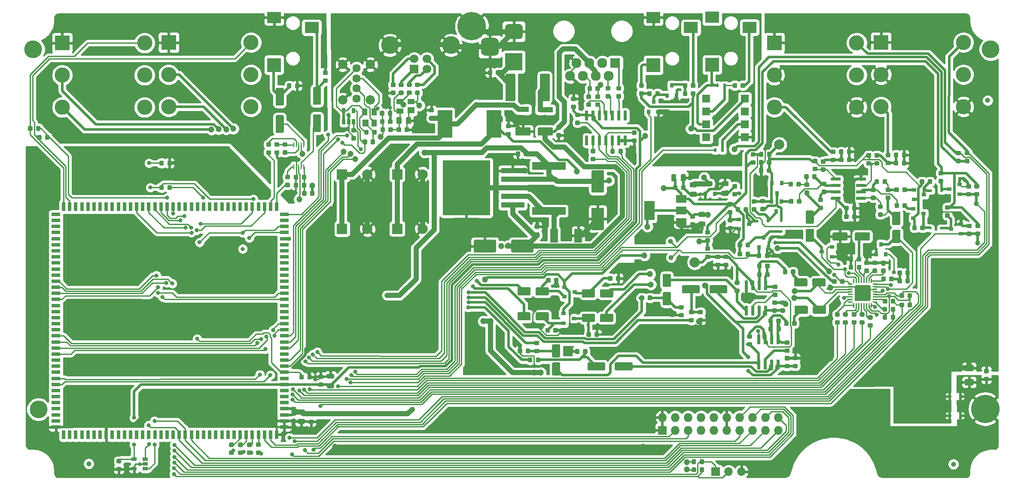
<source format=gbr>
G04 #@! TF.GenerationSoftware,KiCad,Pcbnew,5.1.5-52549c5~84~ubuntu18.04.1*
G04 #@! TF.CreationDate,2020-07-09T18:44:40+02:00*
G04 #@! TF.ProjectId,bottom-board,626f7474-6f6d-42d6-926f-6172642e6b69,rev?*
G04 #@! TF.SameCoordinates,Original*
G04 #@! TF.FileFunction,Copper,L1,Top*
G04 #@! TF.FilePolarity,Positive*
%FSLAX46Y46*%
G04 Gerber Fmt 4.6, Leading zero omitted, Abs format (unit mm)*
G04 Created by KiCad (PCBNEW 5.1.5-52549c5~84~ubuntu18.04.1) date 2020-07-09 18:44:40*
%MOMM*%
%LPD*%
G04 APERTURE LIST*
%ADD10R,0.700000X1.800000*%
%ADD11R,1.800000X0.700000*%
%ADD12C,0.100000*%
%ADD13C,2.000000*%
%ADD14R,1.727200X1.727200*%
%ADD15O,1.727200X1.727200*%
%ADD16R,1.600000X1.600000*%
%ADD17R,2.000000X2.000000*%
%ADD18R,1.100000X1.100000*%
%ADD19R,1.400000X1.200000*%
%ADD20R,1.400000X1.000000*%
%ADD21R,1.000000X1.400000*%
%ADD22R,1.200000X1.400000*%
%ADD23R,0.600000X0.700000*%
%ADD24R,1.700000X1.700000*%
%ADD25C,1.700000*%
%ADD26C,3.500000*%
%ADD27R,2.800000X2.200000*%
%ADD28R,2.800000X2.800000*%
%ADD29R,4.600000X1.100000*%
%ADD30R,9.400000X10.800000*%
%ADD31R,2.000000X3.800000*%
%ADD32R,2.000000X1.500000*%
%ADD33R,1.060000X0.650000*%
%ADD34R,0.650000X1.060000*%
%ADD35R,0.800000X0.900000*%
%ADD36C,1.000000*%
%ADD37R,2.900000X5.400000*%
%ADD38R,1.500000X2.700000*%
%ADD39R,0.600000X0.450000*%
%ADD40R,0.450000X0.600000*%
%ADD41C,5.600000*%
%ADD42C,1.620000*%
%ADD43C,1.850000*%
%ADD44R,3.500000X3.500000*%
%ADD45O,1.700000X1.700000*%
%ADD46R,3.000000X3.000000*%
%ADD47C,3.000000*%
%ADD48R,1.960000X1.960000*%
%ADD49C,1.960000*%
%ADD50R,0.250000X1.100000*%
%ADD51R,0.900000X0.800000*%
%ADD52R,6.600000X1.500000*%
%ADD53C,0.800000*%
%ADD54C,1.200000*%
%ADD55C,0.250000*%
%ADD56C,0.500000*%
%ADD57C,1.000000*%
%ADD58C,0.254000*%
G04 APERTURE END LIST*
D10*
X109500000Y-80750000D03*
X108300000Y-80750000D03*
X107100000Y-80750000D03*
X105900000Y-80750000D03*
X104700000Y-80750000D03*
X103500000Y-80750000D03*
X102300000Y-80750000D03*
X101100000Y-80750000D03*
X99900000Y-80750000D03*
X98700000Y-80750000D03*
X97500000Y-80750000D03*
X96300000Y-80750000D03*
X95100000Y-80750000D03*
X93900000Y-80750000D03*
X92700000Y-80750000D03*
X91500000Y-80750000D03*
X90300000Y-80750000D03*
X89100000Y-80750000D03*
X87900000Y-80750000D03*
X86700000Y-80750000D03*
X85500000Y-80750000D03*
X84300000Y-80750000D03*
X83100000Y-80750000D03*
X81900000Y-80750000D03*
X80700000Y-80750000D03*
X79500000Y-80750000D03*
X78300000Y-80750000D03*
X77100000Y-80750000D03*
X75900000Y-80750000D03*
X74700000Y-80750000D03*
X73500000Y-80750000D03*
X72300000Y-80750000D03*
X71100000Y-80750000D03*
X69900000Y-80750000D03*
X68700000Y-80750000D03*
X67500000Y-80750000D03*
D11*
X66000000Y-82250000D03*
X66000000Y-83450000D03*
X66000000Y-84650000D03*
X66000000Y-85850000D03*
X66000000Y-87050000D03*
X66000000Y-88250000D03*
X66000000Y-89450000D03*
X66000000Y-90650000D03*
X66000000Y-91850000D03*
X66000000Y-93050000D03*
X66000000Y-94250000D03*
X66000000Y-95450000D03*
X66000000Y-96650000D03*
X66000000Y-97850000D03*
X66000000Y-99050000D03*
X66000000Y-100250000D03*
X66000000Y-101450000D03*
X66000000Y-102650000D03*
X66000000Y-103850000D03*
X66000000Y-105050000D03*
X66000000Y-106250000D03*
X66000000Y-107450000D03*
X66000000Y-108650000D03*
X66000000Y-109850000D03*
X66000000Y-111050000D03*
X66000000Y-112250000D03*
X66000000Y-113450000D03*
X66000000Y-114650000D03*
X66000000Y-115850000D03*
X66000000Y-117050000D03*
X66000000Y-118250000D03*
X66000000Y-119450000D03*
X66000000Y-120650000D03*
X66000000Y-121850000D03*
X66000000Y-123050000D03*
X66000000Y-124250000D03*
D10*
X67500000Y-125750000D03*
X68700000Y-125750000D03*
X69900000Y-125750000D03*
X71100000Y-125750000D03*
X72300000Y-125750000D03*
X73500000Y-125750000D03*
X74700000Y-125750000D03*
X75900000Y-125750000D03*
X77100000Y-125750000D03*
X78300000Y-125750000D03*
X79500000Y-125750000D03*
X80700000Y-125750000D03*
X81900000Y-125750000D03*
X83100000Y-125750000D03*
X84300000Y-125750000D03*
X85500000Y-125750000D03*
X86700000Y-125750000D03*
X87900000Y-125750000D03*
X89100000Y-125750000D03*
X90300000Y-125750000D03*
X91500000Y-125750000D03*
X92700000Y-125750000D03*
X93900000Y-125750000D03*
X95100000Y-125750000D03*
X96300000Y-125750000D03*
X97500000Y-125750000D03*
X98700000Y-125750000D03*
X99900000Y-125750000D03*
X101100000Y-125750000D03*
X102300000Y-125750000D03*
X103500000Y-125750000D03*
X104700000Y-125750000D03*
X105900000Y-125750000D03*
X107100000Y-125750000D03*
X108300000Y-125750000D03*
X109500000Y-125750000D03*
D11*
X111000000Y-124250000D03*
X111000000Y-123050000D03*
X111000000Y-121850000D03*
X111000000Y-120650000D03*
X111000000Y-119450000D03*
X111000000Y-118250000D03*
X111000000Y-117050000D03*
X111000000Y-115850000D03*
X111000000Y-114650000D03*
X111000000Y-113450000D03*
X111000000Y-112250000D03*
X111000000Y-111050000D03*
X111000000Y-109850000D03*
X111000000Y-108650000D03*
X111000000Y-107450000D03*
X111000000Y-106250000D03*
X111000000Y-105050000D03*
X111000000Y-103850000D03*
X111000000Y-102650000D03*
X111000000Y-101450000D03*
X111000000Y-100250000D03*
X111000000Y-99050000D03*
X111000000Y-97850000D03*
X111000000Y-96650000D03*
X111000000Y-95450000D03*
X111000000Y-94250000D03*
X111000000Y-93050000D03*
X111000000Y-91850000D03*
X111000000Y-90650000D03*
X111000000Y-89450000D03*
X111000000Y-88250000D03*
X111000000Y-87050000D03*
X111000000Y-85850000D03*
X111000000Y-84650000D03*
X111000000Y-83450000D03*
X111000000Y-82250000D03*
G04 #@! TA.AperFunction,SMDPad,CuDef*
D12*
G36*
X116227691Y-113926053D02*
G01*
X116248926Y-113929203D01*
X116269750Y-113934419D01*
X116289962Y-113941651D01*
X116309368Y-113950830D01*
X116327781Y-113961866D01*
X116345024Y-113974654D01*
X116360930Y-113989070D01*
X116375346Y-114004976D01*
X116388134Y-114022219D01*
X116399170Y-114040632D01*
X116408349Y-114060038D01*
X116415581Y-114080250D01*
X116420797Y-114101074D01*
X116423947Y-114122309D01*
X116425000Y-114143750D01*
X116425000Y-114656250D01*
X116423947Y-114677691D01*
X116420797Y-114698926D01*
X116415581Y-114719750D01*
X116408349Y-114739962D01*
X116399170Y-114759368D01*
X116388134Y-114777781D01*
X116375346Y-114795024D01*
X116360930Y-114810930D01*
X116345024Y-114825346D01*
X116327781Y-114838134D01*
X116309368Y-114849170D01*
X116289962Y-114858349D01*
X116269750Y-114865581D01*
X116248926Y-114870797D01*
X116227691Y-114873947D01*
X116206250Y-114875000D01*
X115768750Y-114875000D01*
X115747309Y-114873947D01*
X115726074Y-114870797D01*
X115705250Y-114865581D01*
X115685038Y-114858349D01*
X115665632Y-114849170D01*
X115647219Y-114838134D01*
X115629976Y-114825346D01*
X115614070Y-114810930D01*
X115599654Y-114795024D01*
X115586866Y-114777781D01*
X115575830Y-114759368D01*
X115566651Y-114739962D01*
X115559419Y-114719750D01*
X115554203Y-114698926D01*
X115551053Y-114677691D01*
X115550000Y-114656250D01*
X115550000Y-114143750D01*
X115551053Y-114122309D01*
X115554203Y-114101074D01*
X115559419Y-114080250D01*
X115566651Y-114060038D01*
X115575830Y-114040632D01*
X115586866Y-114022219D01*
X115599654Y-114004976D01*
X115614070Y-113989070D01*
X115629976Y-113974654D01*
X115647219Y-113961866D01*
X115665632Y-113950830D01*
X115685038Y-113941651D01*
X115705250Y-113934419D01*
X115726074Y-113929203D01*
X115747309Y-113926053D01*
X115768750Y-113925000D01*
X116206250Y-113925000D01*
X116227691Y-113926053D01*
G37*
G04 #@! TD.AperFunction*
G04 #@! TA.AperFunction,SMDPad,CuDef*
G36*
X114652691Y-113926053D02*
G01*
X114673926Y-113929203D01*
X114694750Y-113934419D01*
X114714962Y-113941651D01*
X114734368Y-113950830D01*
X114752781Y-113961866D01*
X114770024Y-113974654D01*
X114785930Y-113989070D01*
X114800346Y-114004976D01*
X114813134Y-114022219D01*
X114824170Y-114040632D01*
X114833349Y-114060038D01*
X114840581Y-114080250D01*
X114845797Y-114101074D01*
X114848947Y-114122309D01*
X114850000Y-114143750D01*
X114850000Y-114656250D01*
X114848947Y-114677691D01*
X114845797Y-114698926D01*
X114840581Y-114719750D01*
X114833349Y-114739962D01*
X114824170Y-114759368D01*
X114813134Y-114777781D01*
X114800346Y-114795024D01*
X114785930Y-114810930D01*
X114770024Y-114825346D01*
X114752781Y-114838134D01*
X114734368Y-114849170D01*
X114714962Y-114858349D01*
X114694750Y-114865581D01*
X114673926Y-114870797D01*
X114652691Y-114873947D01*
X114631250Y-114875000D01*
X114193750Y-114875000D01*
X114172309Y-114873947D01*
X114151074Y-114870797D01*
X114130250Y-114865581D01*
X114110038Y-114858349D01*
X114090632Y-114849170D01*
X114072219Y-114838134D01*
X114054976Y-114825346D01*
X114039070Y-114810930D01*
X114024654Y-114795024D01*
X114011866Y-114777781D01*
X114000830Y-114759368D01*
X113991651Y-114739962D01*
X113984419Y-114719750D01*
X113979203Y-114698926D01*
X113976053Y-114677691D01*
X113975000Y-114656250D01*
X113975000Y-114143750D01*
X113976053Y-114122309D01*
X113979203Y-114101074D01*
X113984419Y-114080250D01*
X113991651Y-114060038D01*
X114000830Y-114040632D01*
X114011866Y-114022219D01*
X114024654Y-114004976D01*
X114039070Y-113989070D01*
X114054976Y-113974654D01*
X114072219Y-113961866D01*
X114090632Y-113950830D01*
X114110038Y-113941651D01*
X114130250Y-113934419D01*
X114151074Y-113929203D01*
X114172309Y-113926053D01*
X114193750Y-113925000D01*
X114631250Y-113925000D01*
X114652691Y-113926053D01*
G37*
G04 #@! TD.AperFunction*
D13*
X208570000Y-68460000D03*
D14*
X185510000Y-124890000D03*
D15*
X185510000Y-122350000D03*
X188050000Y-124890000D03*
X188050000Y-122350000D03*
X190590000Y-124890000D03*
X190590000Y-122350000D03*
X193130000Y-124890000D03*
X193130000Y-122350000D03*
X195670000Y-124890000D03*
X195670000Y-122350000D03*
X198210000Y-124890000D03*
X198210000Y-122350000D03*
X200750000Y-124890000D03*
X200750000Y-122350000D03*
X203290000Y-124890000D03*
X203290000Y-122350000D03*
X205830000Y-124890000D03*
X205830000Y-122350000D03*
X208370000Y-124890000D03*
X208370000Y-122350000D03*
D16*
X194140000Y-59390000D03*
X201760000Y-67010000D03*
X194140000Y-61930000D03*
X201760000Y-64470000D03*
X194140000Y-64470000D03*
X201760000Y-61930000D03*
X194140000Y-67010000D03*
X201760000Y-59390000D03*
G04 #@! TA.AperFunction,SMDPad,CuDef*
D12*
G36*
X215174504Y-85101204D02*
G01*
X215198773Y-85104804D01*
X215222571Y-85110765D01*
X215245671Y-85119030D01*
X215267849Y-85129520D01*
X215288893Y-85142133D01*
X215308598Y-85156747D01*
X215326777Y-85173223D01*
X215343253Y-85191402D01*
X215357867Y-85211107D01*
X215370480Y-85232151D01*
X215380970Y-85254329D01*
X215389235Y-85277429D01*
X215395196Y-85301227D01*
X215398796Y-85325496D01*
X215400000Y-85350000D01*
X215400000Y-87450000D01*
X215398796Y-87474504D01*
X215395196Y-87498773D01*
X215389235Y-87522571D01*
X215380970Y-87545671D01*
X215370480Y-87567849D01*
X215357867Y-87588893D01*
X215343253Y-87608598D01*
X215326777Y-87626777D01*
X215308598Y-87643253D01*
X215288893Y-87657867D01*
X215267849Y-87670480D01*
X215245671Y-87680970D01*
X215222571Y-87689235D01*
X215198773Y-87695196D01*
X215174504Y-87698796D01*
X215150000Y-87700000D01*
X214050000Y-87700000D01*
X214025496Y-87698796D01*
X214001227Y-87695196D01*
X213977429Y-87689235D01*
X213954329Y-87680970D01*
X213932151Y-87670480D01*
X213911107Y-87657867D01*
X213891402Y-87643253D01*
X213873223Y-87626777D01*
X213856747Y-87608598D01*
X213842133Y-87588893D01*
X213829520Y-87567849D01*
X213819030Y-87545671D01*
X213810765Y-87522571D01*
X213804804Y-87498773D01*
X213801204Y-87474504D01*
X213800000Y-87450000D01*
X213800000Y-85350000D01*
X213801204Y-85325496D01*
X213804804Y-85301227D01*
X213810765Y-85277429D01*
X213819030Y-85254329D01*
X213829520Y-85232151D01*
X213842133Y-85211107D01*
X213856747Y-85191402D01*
X213873223Y-85173223D01*
X213891402Y-85156747D01*
X213911107Y-85142133D01*
X213932151Y-85129520D01*
X213954329Y-85119030D01*
X213977429Y-85110765D01*
X214001227Y-85104804D01*
X214025496Y-85101204D01*
X214050000Y-85100000D01*
X215150000Y-85100000D01*
X215174504Y-85101204D01*
G37*
G04 #@! TD.AperFunction*
G04 #@! TA.AperFunction,SMDPad,CuDef*
G36*
X215174504Y-81501204D02*
G01*
X215198773Y-81504804D01*
X215222571Y-81510765D01*
X215245671Y-81519030D01*
X215267849Y-81529520D01*
X215288893Y-81542133D01*
X215308598Y-81556747D01*
X215326777Y-81573223D01*
X215343253Y-81591402D01*
X215357867Y-81611107D01*
X215370480Y-81632151D01*
X215380970Y-81654329D01*
X215389235Y-81677429D01*
X215395196Y-81701227D01*
X215398796Y-81725496D01*
X215400000Y-81750000D01*
X215400000Y-83850000D01*
X215398796Y-83874504D01*
X215395196Y-83898773D01*
X215389235Y-83922571D01*
X215380970Y-83945671D01*
X215370480Y-83967849D01*
X215357867Y-83988893D01*
X215343253Y-84008598D01*
X215326777Y-84026777D01*
X215308598Y-84043253D01*
X215288893Y-84057867D01*
X215267849Y-84070480D01*
X215245671Y-84080970D01*
X215222571Y-84089235D01*
X215198773Y-84095196D01*
X215174504Y-84098796D01*
X215150000Y-84100000D01*
X214050000Y-84100000D01*
X214025496Y-84098796D01*
X214001227Y-84095196D01*
X213977429Y-84089235D01*
X213954329Y-84080970D01*
X213932151Y-84070480D01*
X213911107Y-84057867D01*
X213891402Y-84043253D01*
X213873223Y-84026777D01*
X213856747Y-84008598D01*
X213842133Y-83988893D01*
X213829520Y-83967849D01*
X213819030Y-83945671D01*
X213810765Y-83922571D01*
X213804804Y-83898773D01*
X213801204Y-83874504D01*
X213800000Y-83850000D01*
X213800000Y-81750000D01*
X213801204Y-81725496D01*
X213804804Y-81701227D01*
X213810765Y-81677429D01*
X213819030Y-81654329D01*
X213829520Y-81632151D01*
X213842133Y-81611107D01*
X213856747Y-81591402D01*
X213873223Y-81573223D01*
X213891402Y-81556747D01*
X213911107Y-81542133D01*
X213932151Y-81529520D01*
X213954329Y-81519030D01*
X213977429Y-81510765D01*
X214001227Y-81504804D01*
X214025496Y-81501204D01*
X214050000Y-81500000D01*
X215150000Y-81500000D01*
X215174504Y-81501204D01*
G37*
G04 #@! TD.AperFunction*
D13*
X138250000Y-74350000D03*
D17*
X133250000Y-74350000D03*
G04 #@! TA.AperFunction,SMDPad,CuDef*
D12*
G36*
X124937691Y-65213553D02*
G01*
X124958926Y-65216703D01*
X124979750Y-65221919D01*
X124999962Y-65229151D01*
X125019368Y-65238330D01*
X125037781Y-65249366D01*
X125055024Y-65262154D01*
X125070930Y-65276570D01*
X125085346Y-65292476D01*
X125098134Y-65309719D01*
X125109170Y-65328132D01*
X125118349Y-65347538D01*
X125125581Y-65367750D01*
X125130797Y-65388574D01*
X125133947Y-65409809D01*
X125135000Y-65431250D01*
X125135000Y-65868750D01*
X125133947Y-65890191D01*
X125130797Y-65911426D01*
X125125581Y-65932250D01*
X125118349Y-65952462D01*
X125109170Y-65971868D01*
X125098134Y-65990281D01*
X125085346Y-66007524D01*
X125070930Y-66023430D01*
X125055024Y-66037846D01*
X125037781Y-66050634D01*
X125019368Y-66061670D01*
X124999962Y-66070849D01*
X124979750Y-66078081D01*
X124958926Y-66083297D01*
X124937691Y-66086447D01*
X124916250Y-66087500D01*
X124403750Y-66087500D01*
X124382309Y-66086447D01*
X124361074Y-66083297D01*
X124340250Y-66078081D01*
X124320038Y-66070849D01*
X124300632Y-66061670D01*
X124282219Y-66050634D01*
X124264976Y-66037846D01*
X124249070Y-66023430D01*
X124234654Y-66007524D01*
X124221866Y-65990281D01*
X124210830Y-65971868D01*
X124201651Y-65952462D01*
X124194419Y-65932250D01*
X124189203Y-65911426D01*
X124186053Y-65890191D01*
X124185000Y-65868750D01*
X124185000Y-65431250D01*
X124186053Y-65409809D01*
X124189203Y-65388574D01*
X124194419Y-65367750D01*
X124201651Y-65347538D01*
X124210830Y-65328132D01*
X124221866Y-65309719D01*
X124234654Y-65292476D01*
X124249070Y-65276570D01*
X124264976Y-65262154D01*
X124282219Y-65249366D01*
X124300632Y-65238330D01*
X124320038Y-65229151D01*
X124340250Y-65221919D01*
X124361074Y-65216703D01*
X124382309Y-65213553D01*
X124403750Y-65212500D01*
X124916250Y-65212500D01*
X124937691Y-65213553D01*
G37*
G04 #@! TD.AperFunction*
G04 #@! TA.AperFunction,SMDPad,CuDef*
G36*
X124937691Y-66788553D02*
G01*
X124958926Y-66791703D01*
X124979750Y-66796919D01*
X124999962Y-66804151D01*
X125019368Y-66813330D01*
X125037781Y-66824366D01*
X125055024Y-66837154D01*
X125070930Y-66851570D01*
X125085346Y-66867476D01*
X125098134Y-66884719D01*
X125109170Y-66903132D01*
X125118349Y-66922538D01*
X125125581Y-66942750D01*
X125130797Y-66963574D01*
X125133947Y-66984809D01*
X125135000Y-67006250D01*
X125135000Y-67443750D01*
X125133947Y-67465191D01*
X125130797Y-67486426D01*
X125125581Y-67507250D01*
X125118349Y-67527462D01*
X125109170Y-67546868D01*
X125098134Y-67565281D01*
X125085346Y-67582524D01*
X125070930Y-67598430D01*
X125055024Y-67612846D01*
X125037781Y-67625634D01*
X125019368Y-67636670D01*
X124999962Y-67645849D01*
X124979750Y-67653081D01*
X124958926Y-67658297D01*
X124937691Y-67661447D01*
X124916250Y-67662500D01*
X124403750Y-67662500D01*
X124382309Y-67661447D01*
X124361074Y-67658297D01*
X124340250Y-67653081D01*
X124320038Y-67645849D01*
X124300632Y-67636670D01*
X124282219Y-67625634D01*
X124264976Y-67612846D01*
X124249070Y-67598430D01*
X124234654Y-67582524D01*
X124221866Y-67565281D01*
X124210830Y-67546868D01*
X124201651Y-67527462D01*
X124194419Y-67507250D01*
X124189203Y-67486426D01*
X124186053Y-67465191D01*
X124185000Y-67443750D01*
X124185000Y-67006250D01*
X124186053Y-66984809D01*
X124189203Y-66963574D01*
X124194419Y-66942750D01*
X124201651Y-66922538D01*
X124210830Y-66903132D01*
X124221866Y-66884719D01*
X124234654Y-66867476D01*
X124249070Y-66851570D01*
X124264976Y-66837154D01*
X124282219Y-66824366D01*
X124300632Y-66813330D01*
X124320038Y-66804151D01*
X124340250Y-66796919D01*
X124361074Y-66791703D01*
X124382309Y-66788553D01*
X124403750Y-66787500D01*
X124916250Y-66787500D01*
X124937691Y-66788553D01*
G37*
G04 #@! TD.AperFunction*
G04 #@! TA.AperFunction,SMDPad,CuDef*
G36*
X159924504Y-87271204D02*
G01*
X159948773Y-87274804D01*
X159972571Y-87280765D01*
X159995671Y-87289030D01*
X160017849Y-87299520D01*
X160038893Y-87312133D01*
X160058598Y-87326747D01*
X160076777Y-87343223D01*
X160093253Y-87361402D01*
X160107867Y-87381107D01*
X160120480Y-87402151D01*
X160130970Y-87424329D01*
X160139235Y-87447429D01*
X160145196Y-87471227D01*
X160148796Y-87495496D01*
X160150000Y-87520000D01*
X160150000Y-89520000D01*
X160148796Y-89544504D01*
X160145196Y-89568773D01*
X160139235Y-89592571D01*
X160130970Y-89615671D01*
X160120480Y-89637849D01*
X160107867Y-89658893D01*
X160093253Y-89678598D01*
X160076777Y-89696777D01*
X160058598Y-89713253D01*
X160038893Y-89727867D01*
X160017849Y-89740480D01*
X159995671Y-89750970D01*
X159972571Y-89759235D01*
X159948773Y-89765196D01*
X159924504Y-89768796D01*
X159900000Y-89770000D01*
X156000000Y-89770000D01*
X155975496Y-89768796D01*
X155951227Y-89765196D01*
X155927429Y-89759235D01*
X155904329Y-89750970D01*
X155882151Y-89740480D01*
X155861107Y-89727867D01*
X155841402Y-89713253D01*
X155823223Y-89696777D01*
X155806747Y-89678598D01*
X155792133Y-89658893D01*
X155779520Y-89637849D01*
X155769030Y-89615671D01*
X155760765Y-89592571D01*
X155754804Y-89568773D01*
X155751204Y-89544504D01*
X155750000Y-89520000D01*
X155750000Y-87520000D01*
X155751204Y-87495496D01*
X155754804Y-87471227D01*
X155760765Y-87447429D01*
X155769030Y-87424329D01*
X155779520Y-87402151D01*
X155792133Y-87381107D01*
X155806747Y-87361402D01*
X155823223Y-87343223D01*
X155841402Y-87326747D01*
X155861107Y-87312133D01*
X155882151Y-87299520D01*
X155904329Y-87289030D01*
X155927429Y-87280765D01*
X155951227Y-87274804D01*
X155975496Y-87271204D01*
X156000000Y-87270000D01*
X159900000Y-87270000D01*
X159924504Y-87271204D01*
G37*
G04 #@! TD.AperFunction*
G04 #@! TA.AperFunction,SMDPad,CuDef*
G36*
X152524504Y-87271204D02*
G01*
X152548773Y-87274804D01*
X152572571Y-87280765D01*
X152595671Y-87289030D01*
X152617849Y-87299520D01*
X152638893Y-87312133D01*
X152658598Y-87326747D01*
X152676777Y-87343223D01*
X152693253Y-87361402D01*
X152707867Y-87381107D01*
X152720480Y-87402151D01*
X152730970Y-87424329D01*
X152739235Y-87447429D01*
X152745196Y-87471227D01*
X152748796Y-87495496D01*
X152750000Y-87520000D01*
X152750000Y-89520000D01*
X152748796Y-89544504D01*
X152745196Y-89568773D01*
X152739235Y-89592571D01*
X152730970Y-89615671D01*
X152720480Y-89637849D01*
X152707867Y-89658893D01*
X152693253Y-89678598D01*
X152676777Y-89696777D01*
X152658598Y-89713253D01*
X152638893Y-89727867D01*
X152617849Y-89740480D01*
X152595671Y-89750970D01*
X152572571Y-89759235D01*
X152548773Y-89765196D01*
X152524504Y-89768796D01*
X152500000Y-89770000D01*
X148600000Y-89770000D01*
X148575496Y-89768796D01*
X148551227Y-89765196D01*
X148527429Y-89759235D01*
X148504329Y-89750970D01*
X148482151Y-89740480D01*
X148461107Y-89727867D01*
X148441402Y-89713253D01*
X148423223Y-89696777D01*
X148406747Y-89678598D01*
X148392133Y-89658893D01*
X148379520Y-89637849D01*
X148369030Y-89615671D01*
X148360765Y-89592571D01*
X148354804Y-89568773D01*
X148351204Y-89544504D01*
X148350000Y-89520000D01*
X148350000Y-87520000D01*
X148351204Y-87495496D01*
X148354804Y-87471227D01*
X148360765Y-87447429D01*
X148369030Y-87424329D01*
X148379520Y-87402151D01*
X148392133Y-87381107D01*
X148406747Y-87361402D01*
X148423223Y-87343223D01*
X148441402Y-87326747D01*
X148461107Y-87312133D01*
X148482151Y-87299520D01*
X148504329Y-87289030D01*
X148527429Y-87280765D01*
X148551227Y-87274804D01*
X148575496Y-87271204D01*
X148600000Y-87270000D01*
X152500000Y-87270000D01*
X152524504Y-87271204D01*
G37*
G04 #@! TD.AperFunction*
G04 #@! TA.AperFunction,SMDPad,CuDef*
G36*
X193800142Y-81788674D02*
G01*
X193823803Y-81792184D01*
X193847007Y-81797996D01*
X193869529Y-81806054D01*
X193891153Y-81816282D01*
X193911670Y-81828579D01*
X193930883Y-81842829D01*
X193948607Y-81858893D01*
X193964671Y-81876617D01*
X193978921Y-81895830D01*
X193991218Y-81916347D01*
X194001446Y-81937971D01*
X194009504Y-81960493D01*
X194015316Y-81983697D01*
X194018826Y-82007358D01*
X194020000Y-82031250D01*
X194020000Y-82518750D01*
X194018826Y-82542642D01*
X194015316Y-82566303D01*
X194009504Y-82589507D01*
X194001446Y-82612029D01*
X193991218Y-82633653D01*
X193978921Y-82654170D01*
X193964671Y-82673383D01*
X193948607Y-82691107D01*
X193930883Y-82707171D01*
X193911670Y-82721421D01*
X193891153Y-82733718D01*
X193869529Y-82743946D01*
X193847007Y-82752004D01*
X193823803Y-82757816D01*
X193800142Y-82761326D01*
X193776250Y-82762500D01*
X192863750Y-82762500D01*
X192839858Y-82761326D01*
X192816197Y-82757816D01*
X192792993Y-82752004D01*
X192770471Y-82743946D01*
X192748847Y-82733718D01*
X192728330Y-82721421D01*
X192709117Y-82707171D01*
X192691393Y-82691107D01*
X192675329Y-82673383D01*
X192661079Y-82654170D01*
X192648782Y-82633653D01*
X192638554Y-82612029D01*
X192630496Y-82589507D01*
X192624684Y-82566303D01*
X192621174Y-82542642D01*
X192620000Y-82518750D01*
X192620000Y-82031250D01*
X192621174Y-82007358D01*
X192624684Y-81983697D01*
X192630496Y-81960493D01*
X192638554Y-81937971D01*
X192648782Y-81916347D01*
X192661079Y-81895830D01*
X192675329Y-81876617D01*
X192691393Y-81858893D01*
X192709117Y-81842829D01*
X192728330Y-81828579D01*
X192748847Y-81816282D01*
X192770471Y-81806054D01*
X192792993Y-81797996D01*
X192816197Y-81792184D01*
X192839858Y-81788674D01*
X192863750Y-81787500D01*
X193776250Y-81787500D01*
X193800142Y-81788674D01*
G37*
G04 #@! TD.AperFunction*
G04 #@! TA.AperFunction,SMDPad,CuDef*
G36*
X193800142Y-83663674D02*
G01*
X193823803Y-83667184D01*
X193847007Y-83672996D01*
X193869529Y-83681054D01*
X193891153Y-83691282D01*
X193911670Y-83703579D01*
X193930883Y-83717829D01*
X193948607Y-83733893D01*
X193964671Y-83751617D01*
X193978921Y-83770830D01*
X193991218Y-83791347D01*
X194001446Y-83812971D01*
X194009504Y-83835493D01*
X194015316Y-83858697D01*
X194018826Y-83882358D01*
X194020000Y-83906250D01*
X194020000Y-84393750D01*
X194018826Y-84417642D01*
X194015316Y-84441303D01*
X194009504Y-84464507D01*
X194001446Y-84487029D01*
X193991218Y-84508653D01*
X193978921Y-84529170D01*
X193964671Y-84548383D01*
X193948607Y-84566107D01*
X193930883Y-84582171D01*
X193911670Y-84596421D01*
X193891153Y-84608718D01*
X193869529Y-84618946D01*
X193847007Y-84627004D01*
X193823803Y-84632816D01*
X193800142Y-84636326D01*
X193776250Y-84637500D01*
X192863750Y-84637500D01*
X192839858Y-84636326D01*
X192816197Y-84632816D01*
X192792993Y-84627004D01*
X192770471Y-84618946D01*
X192748847Y-84608718D01*
X192728330Y-84596421D01*
X192709117Y-84582171D01*
X192691393Y-84566107D01*
X192675329Y-84548383D01*
X192661079Y-84529170D01*
X192648782Y-84508653D01*
X192638554Y-84487029D01*
X192630496Y-84464507D01*
X192624684Y-84441303D01*
X192621174Y-84417642D01*
X192620000Y-84393750D01*
X192620000Y-83906250D01*
X192621174Y-83882358D01*
X192624684Y-83858697D01*
X192630496Y-83835493D01*
X192638554Y-83812971D01*
X192648782Y-83791347D01*
X192661079Y-83770830D01*
X192675329Y-83751617D01*
X192691393Y-83733893D01*
X192709117Y-83717829D01*
X192728330Y-83703579D01*
X192748847Y-83691282D01*
X192770471Y-83681054D01*
X192792993Y-83672996D01*
X192816197Y-83667184D01*
X192839858Y-83663674D01*
X192863750Y-83662500D01*
X193776250Y-83662500D01*
X193800142Y-83663674D01*
G37*
G04 #@! TD.AperFunction*
G04 #@! TA.AperFunction,SMDPad,CuDef*
G36*
X140277691Y-61238553D02*
G01*
X140298926Y-61241703D01*
X140319750Y-61246919D01*
X140339962Y-61254151D01*
X140359368Y-61263330D01*
X140377781Y-61274366D01*
X140395024Y-61287154D01*
X140410930Y-61301570D01*
X140425346Y-61317476D01*
X140438134Y-61334719D01*
X140449170Y-61353132D01*
X140458349Y-61372538D01*
X140465581Y-61392750D01*
X140470797Y-61413574D01*
X140473947Y-61434809D01*
X140475000Y-61456250D01*
X140475000Y-61893750D01*
X140473947Y-61915191D01*
X140470797Y-61936426D01*
X140465581Y-61957250D01*
X140458349Y-61977462D01*
X140449170Y-61996868D01*
X140438134Y-62015281D01*
X140425346Y-62032524D01*
X140410930Y-62048430D01*
X140395024Y-62062846D01*
X140377781Y-62075634D01*
X140359368Y-62086670D01*
X140339962Y-62095849D01*
X140319750Y-62103081D01*
X140298926Y-62108297D01*
X140277691Y-62111447D01*
X140256250Y-62112500D01*
X139743750Y-62112500D01*
X139722309Y-62111447D01*
X139701074Y-62108297D01*
X139680250Y-62103081D01*
X139660038Y-62095849D01*
X139640632Y-62086670D01*
X139622219Y-62075634D01*
X139604976Y-62062846D01*
X139589070Y-62048430D01*
X139574654Y-62032524D01*
X139561866Y-62015281D01*
X139550830Y-61996868D01*
X139541651Y-61977462D01*
X139534419Y-61957250D01*
X139529203Y-61936426D01*
X139526053Y-61915191D01*
X139525000Y-61893750D01*
X139525000Y-61456250D01*
X139526053Y-61434809D01*
X139529203Y-61413574D01*
X139534419Y-61392750D01*
X139541651Y-61372538D01*
X139550830Y-61353132D01*
X139561866Y-61334719D01*
X139574654Y-61317476D01*
X139589070Y-61301570D01*
X139604976Y-61287154D01*
X139622219Y-61274366D01*
X139640632Y-61263330D01*
X139660038Y-61254151D01*
X139680250Y-61246919D01*
X139701074Y-61241703D01*
X139722309Y-61238553D01*
X139743750Y-61237500D01*
X140256250Y-61237500D01*
X140277691Y-61238553D01*
G37*
G04 #@! TD.AperFunction*
G04 #@! TA.AperFunction,SMDPad,CuDef*
G36*
X140277691Y-62813553D02*
G01*
X140298926Y-62816703D01*
X140319750Y-62821919D01*
X140339962Y-62829151D01*
X140359368Y-62838330D01*
X140377781Y-62849366D01*
X140395024Y-62862154D01*
X140410930Y-62876570D01*
X140425346Y-62892476D01*
X140438134Y-62909719D01*
X140449170Y-62928132D01*
X140458349Y-62947538D01*
X140465581Y-62967750D01*
X140470797Y-62988574D01*
X140473947Y-63009809D01*
X140475000Y-63031250D01*
X140475000Y-63468750D01*
X140473947Y-63490191D01*
X140470797Y-63511426D01*
X140465581Y-63532250D01*
X140458349Y-63552462D01*
X140449170Y-63571868D01*
X140438134Y-63590281D01*
X140425346Y-63607524D01*
X140410930Y-63623430D01*
X140395024Y-63637846D01*
X140377781Y-63650634D01*
X140359368Y-63661670D01*
X140339962Y-63670849D01*
X140319750Y-63678081D01*
X140298926Y-63683297D01*
X140277691Y-63686447D01*
X140256250Y-63687500D01*
X139743750Y-63687500D01*
X139722309Y-63686447D01*
X139701074Y-63683297D01*
X139680250Y-63678081D01*
X139660038Y-63670849D01*
X139640632Y-63661670D01*
X139622219Y-63650634D01*
X139604976Y-63637846D01*
X139589070Y-63623430D01*
X139574654Y-63607524D01*
X139561866Y-63590281D01*
X139550830Y-63571868D01*
X139541651Y-63552462D01*
X139534419Y-63532250D01*
X139529203Y-63511426D01*
X139526053Y-63490191D01*
X139525000Y-63468750D01*
X139525000Y-63031250D01*
X139526053Y-63009809D01*
X139529203Y-62988574D01*
X139534419Y-62967750D01*
X139541651Y-62947538D01*
X139550830Y-62928132D01*
X139561866Y-62909719D01*
X139574654Y-62892476D01*
X139589070Y-62876570D01*
X139604976Y-62862154D01*
X139622219Y-62849366D01*
X139640632Y-62838330D01*
X139660038Y-62829151D01*
X139680250Y-62821919D01*
X139701074Y-62816703D01*
X139722309Y-62813553D01*
X139743750Y-62812500D01*
X140256250Y-62812500D01*
X140277691Y-62813553D01*
G37*
G04 #@! TD.AperFunction*
G04 #@! TA.AperFunction,SMDPad,CuDef*
G36*
X155427691Y-65963553D02*
G01*
X155448926Y-65966703D01*
X155469750Y-65971919D01*
X155489962Y-65979151D01*
X155509368Y-65988330D01*
X155527781Y-65999366D01*
X155545024Y-66012154D01*
X155560930Y-66026570D01*
X155575346Y-66042476D01*
X155588134Y-66059719D01*
X155599170Y-66078132D01*
X155608349Y-66097538D01*
X155615581Y-66117750D01*
X155620797Y-66138574D01*
X155623947Y-66159809D01*
X155625000Y-66181250D01*
X155625000Y-66618750D01*
X155623947Y-66640191D01*
X155620797Y-66661426D01*
X155615581Y-66682250D01*
X155608349Y-66702462D01*
X155599170Y-66721868D01*
X155588134Y-66740281D01*
X155575346Y-66757524D01*
X155560930Y-66773430D01*
X155545024Y-66787846D01*
X155527781Y-66800634D01*
X155509368Y-66811670D01*
X155489962Y-66820849D01*
X155469750Y-66828081D01*
X155448926Y-66833297D01*
X155427691Y-66836447D01*
X155406250Y-66837500D01*
X154893750Y-66837500D01*
X154872309Y-66836447D01*
X154851074Y-66833297D01*
X154830250Y-66828081D01*
X154810038Y-66820849D01*
X154790632Y-66811670D01*
X154772219Y-66800634D01*
X154754976Y-66787846D01*
X154739070Y-66773430D01*
X154724654Y-66757524D01*
X154711866Y-66740281D01*
X154700830Y-66721868D01*
X154691651Y-66702462D01*
X154684419Y-66682250D01*
X154679203Y-66661426D01*
X154676053Y-66640191D01*
X154675000Y-66618750D01*
X154675000Y-66181250D01*
X154676053Y-66159809D01*
X154679203Y-66138574D01*
X154684419Y-66117750D01*
X154691651Y-66097538D01*
X154700830Y-66078132D01*
X154711866Y-66059719D01*
X154724654Y-66042476D01*
X154739070Y-66026570D01*
X154754976Y-66012154D01*
X154772219Y-65999366D01*
X154790632Y-65988330D01*
X154810038Y-65979151D01*
X154830250Y-65971919D01*
X154851074Y-65966703D01*
X154872309Y-65963553D01*
X154893750Y-65962500D01*
X155406250Y-65962500D01*
X155427691Y-65963553D01*
G37*
G04 #@! TD.AperFunction*
G04 #@! TA.AperFunction,SMDPad,CuDef*
G36*
X155427691Y-64388553D02*
G01*
X155448926Y-64391703D01*
X155469750Y-64396919D01*
X155489962Y-64404151D01*
X155509368Y-64413330D01*
X155527781Y-64424366D01*
X155545024Y-64437154D01*
X155560930Y-64451570D01*
X155575346Y-64467476D01*
X155588134Y-64484719D01*
X155599170Y-64503132D01*
X155608349Y-64522538D01*
X155615581Y-64542750D01*
X155620797Y-64563574D01*
X155623947Y-64584809D01*
X155625000Y-64606250D01*
X155625000Y-65043750D01*
X155623947Y-65065191D01*
X155620797Y-65086426D01*
X155615581Y-65107250D01*
X155608349Y-65127462D01*
X155599170Y-65146868D01*
X155588134Y-65165281D01*
X155575346Y-65182524D01*
X155560930Y-65198430D01*
X155545024Y-65212846D01*
X155527781Y-65225634D01*
X155509368Y-65236670D01*
X155489962Y-65245849D01*
X155469750Y-65253081D01*
X155448926Y-65258297D01*
X155427691Y-65261447D01*
X155406250Y-65262500D01*
X154893750Y-65262500D01*
X154872309Y-65261447D01*
X154851074Y-65258297D01*
X154830250Y-65253081D01*
X154810038Y-65245849D01*
X154790632Y-65236670D01*
X154772219Y-65225634D01*
X154754976Y-65212846D01*
X154739070Y-65198430D01*
X154724654Y-65182524D01*
X154711866Y-65165281D01*
X154700830Y-65146868D01*
X154691651Y-65127462D01*
X154684419Y-65107250D01*
X154679203Y-65086426D01*
X154676053Y-65065191D01*
X154675000Y-65043750D01*
X154675000Y-64606250D01*
X154676053Y-64584809D01*
X154679203Y-64563574D01*
X154684419Y-64542750D01*
X154691651Y-64522538D01*
X154700830Y-64503132D01*
X154711866Y-64484719D01*
X154724654Y-64467476D01*
X154739070Y-64451570D01*
X154754976Y-64437154D01*
X154772219Y-64424366D01*
X154790632Y-64413330D01*
X154810038Y-64404151D01*
X154830250Y-64396919D01*
X154851074Y-64391703D01*
X154872309Y-64388553D01*
X154893750Y-64387500D01*
X155406250Y-64387500D01*
X155427691Y-64388553D01*
G37*
G04 #@! TD.AperFunction*
G04 #@! TA.AperFunction,SMDPad,CuDef*
G36*
X161087691Y-85801053D02*
G01*
X161108926Y-85804203D01*
X161129750Y-85809419D01*
X161149962Y-85816651D01*
X161169368Y-85825830D01*
X161187781Y-85836866D01*
X161205024Y-85849654D01*
X161220930Y-85864070D01*
X161235346Y-85879976D01*
X161248134Y-85897219D01*
X161259170Y-85915632D01*
X161268349Y-85935038D01*
X161275581Y-85955250D01*
X161280797Y-85976074D01*
X161283947Y-85997309D01*
X161285000Y-86018750D01*
X161285000Y-86456250D01*
X161283947Y-86477691D01*
X161280797Y-86498926D01*
X161275581Y-86519750D01*
X161268349Y-86539962D01*
X161259170Y-86559368D01*
X161248134Y-86577781D01*
X161235346Y-86595024D01*
X161220930Y-86610930D01*
X161205024Y-86625346D01*
X161187781Y-86638134D01*
X161169368Y-86649170D01*
X161149962Y-86658349D01*
X161129750Y-86665581D01*
X161108926Y-86670797D01*
X161087691Y-86673947D01*
X161066250Y-86675000D01*
X160553750Y-86675000D01*
X160532309Y-86673947D01*
X160511074Y-86670797D01*
X160490250Y-86665581D01*
X160470038Y-86658349D01*
X160450632Y-86649170D01*
X160432219Y-86638134D01*
X160414976Y-86625346D01*
X160399070Y-86610930D01*
X160384654Y-86595024D01*
X160371866Y-86577781D01*
X160360830Y-86559368D01*
X160351651Y-86539962D01*
X160344419Y-86519750D01*
X160339203Y-86498926D01*
X160336053Y-86477691D01*
X160335000Y-86456250D01*
X160335000Y-86018750D01*
X160336053Y-85997309D01*
X160339203Y-85976074D01*
X160344419Y-85955250D01*
X160351651Y-85935038D01*
X160360830Y-85915632D01*
X160371866Y-85897219D01*
X160384654Y-85879976D01*
X160399070Y-85864070D01*
X160414976Y-85849654D01*
X160432219Y-85836866D01*
X160450632Y-85825830D01*
X160470038Y-85816651D01*
X160490250Y-85809419D01*
X160511074Y-85804203D01*
X160532309Y-85801053D01*
X160553750Y-85800000D01*
X161066250Y-85800000D01*
X161087691Y-85801053D01*
G37*
G04 #@! TD.AperFunction*
G04 #@! TA.AperFunction,SMDPad,CuDef*
G36*
X161087691Y-84226053D02*
G01*
X161108926Y-84229203D01*
X161129750Y-84234419D01*
X161149962Y-84241651D01*
X161169368Y-84250830D01*
X161187781Y-84261866D01*
X161205024Y-84274654D01*
X161220930Y-84289070D01*
X161235346Y-84304976D01*
X161248134Y-84322219D01*
X161259170Y-84340632D01*
X161268349Y-84360038D01*
X161275581Y-84380250D01*
X161280797Y-84401074D01*
X161283947Y-84422309D01*
X161285000Y-84443750D01*
X161285000Y-84881250D01*
X161283947Y-84902691D01*
X161280797Y-84923926D01*
X161275581Y-84944750D01*
X161268349Y-84964962D01*
X161259170Y-84984368D01*
X161248134Y-85002781D01*
X161235346Y-85020024D01*
X161220930Y-85035930D01*
X161205024Y-85050346D01*
X161187781Y-85063134D01*
X161169368Y-85074170D01*
X161149962Y-85083349D01*
X161129750Y-85090581D01*
X161108926Y-85095797D01*
X161087691Y-85098947D01*
X161066250Y-85100000D01*
X160553750Y-85100000D01*
X160532309Y-85098947D01*
X160511074Y-85095797D01*
X160490250Y-85090581D01*
X160470038Y-85083349D01*
X160450632Y-85074170D01*
X160432219Y-85063134D01*
X160414976Y-85050346D01*
X160399070Y-85035930D01*
X160384654Y-85020024D01*
X160371866Y-85002781D01*
X160360830Y-84984368D01*
X160351651Y-84964962D01*
X160344419Y-84944750D01*
X160339203Y-84923926D01*
X160336053Y-84902691D01*
X160335000Y-84881250D01*
X160335000Y-84443750D01*
X160336053Y-84422309D01*
X160339203Y-84401074D01*
X160344419Y-84380250D01*
X160351651Y-84360038D01*
X160360830Y-84340632D01*
X160371866Y-84322219D01*
X160384654Y-84304976D01*
X160399070Y-84289070D01*
X160414976Y-84274654D01*
X160432219Y-84261866D01*
X160450632Y-84250830D01*
X160470038Y-84241651D01*
X160490250Y-84234419D01*
X160511074Y-84229203D01*
X160532309Y-84226053D01*
X160553750Y-84225000D01*
X161066250Y-84225000D01*
X161087691Y-84226053D01*
G37*
G04 #@! TD.AperFunction*
G04 #@! TA.AperFunction,SMDPad,CuDef*
G36*
X157315191Y-69826053D02*
G01*
X157336426Y-69829203D01*
X157357250Y-69834419D01*
X157377462Y-69841651D01*
X157396868Y-69850830D01*
X157415281Y-69861866D01*
X157432524Y-69874654D01*
X157448430Y-69889070D01*
X157462846Y-69904976D01*
X157475634Y-69922219D01*
X157486670Y-69940632D01*
X157495849Y-69960038D01*
X157503081Y-69980250D01*
X157508297Y-70001074D01*
X157511447Y-70022309D01*
X157512500Y-70043750D01*
X157512500Y-70556250D01*
X157511447Y-70577691D01*
X157508297Y-70598926D01*
X157503081Y-70619750D01*
X157495849Y-70639962D01*
X157486670Y-70659368D01*
X157475634Y-70677781D01*
X157462846Y-70695024D01*
X157448430Y-70710930D01*
X157432524Y-70725346D01*
X157415281Y-70738134D01*
X157396868Y-70749170D01*
X157377462Y-70758349D01*
X157357250Y-70765581D01*
X157336426Y-70770797D01*
X157315191Y-70773947D01*
X157293750Y-70775000D01*
X156856250Y-70775000D01*
X156834809Y-70773947D01*
X156813574Y-70770797D01*
X156792750Y-70765581D01*
X156772538Y-70758349D01*
X156753132Y-70749170D01*
X156734719Y-70738134D01*
X156717476Y-70725346D01*
X156701570Y-70710930D01*
X156687154Y-70695024D01*
X156674366Y-70677781D01*
X156663330Y-70659368D01*
X156654151Y-70639962D01*
X156646919Y-70619750D01*
X156641703Y-70598926D01*
X156638553Y-70577691D01*
X156637500Y-70556250D01*
X156637500Y-70043750D01*
X156638553Y-70022309D01*
X156641703Y-70001074D01*
X156646919Y-69980250D01*
X156654151Y-69960038D01*
X156663330Y-69940632D01*
X156674366Y-69922219D01*
X156687154Y-69904976D01*
X156701570Y-69889070D01*
X156717476Y-69874654D01*
X156734719Y-69861866D01*
X156753132Y-69850830D01*
X156772538Y-69841651D01*
X156792750Y-69834419D01*
X156813574Y-69829203D01*
X156834809Y-69826053D01*
X156856250Y-69825000D01*
X157293750Y-69825000D01*
X157315191Y-69826053D01*
G37*
G04 #@! TD.AperFunction*
G04 #@! TA.AperFunction,SMDPad,CuDef*
G36*
X158890191Y-69826053D02*
G01*
X158911426Y-69829203D01*
X158932250Y-69834419D01*
X158952462Y-69841651D01*
X158971868Y-69850830D01*
X158990281Y-69861866D01*
X159007524Y-69874654D01*
X159023430Y-69889070D01*
X159037846Y-69904976D01*
X159050634Y-69922219D01*
X159061670Y-69940632D01*
X159070849Y-69960038D01*
X159078081Y-69980250D01*
X159083297Y-70001074D01*
X159086447Y-70022309D01*
X159087500Y-70043750D01*
X159087500Y-70556250D01*
X159086447Y-70577691D01*
X159083297Y-70598926D01*
X159078081Y-70619750D01*
X159070849Y-70639962D01*
X159061670Y-70659368D01*
X159050634Y-70677781D01*
X159037846Y-70695024D01*
X159023430Y-70710930D01*
X159007524Y-70725346D01*
X158990281Y-70738134D01*
X158971868Y-70749170D01*
X158952462Y-70758349D01*
X158932250Y-70765581D01*
X158911426Y-70770797D01*
X158890191Y-70773947D01*
X158868750Y-70775000D01*
X158431250Y-70775000D01*
X158409809Y-70773947D01*
X158388574Y-70770797D01*
X158367750Y-70765581D01*
X158347538Y-70758349D01*
X158328132Y-70749170D01*
X158309719Y-70738134D01*
X158292476Y-70725346D01*
X158276570Y-70710930D01*
X158262154Y-70695024D01*
X158249366Y-70677781D01*
X158238330Y-70659368D01*
X158229151Y-70639962D01*
X158221919Y-70619750D01*
X158216703Y-70598926D01*
X158213553Y-70577691D01*
X158212500Y-70556250D01*
X158212500Y-70043750D01*
X158213553Y-70022309D01*
X158216703Y-70001074D01*
X158221919Y-69980250D01*
X158229151Y-69960038D01*
X158238330Y-69940632D01*
X158249366Y-69922219D01*
X158262154Y-69904976D01*
X158276570Y-69889070D01*
X158292476Y-69874654D01*
X158309719Y-69861866D01*
X158328132Y-69850830D01*
X158347538Y-69841651D01*
X158367750Y-69834419D01*
X158388574Y-69829203D01*
X158409809Y-69826053D01*
X158431250Y-69825000D01*
X158868750Y-69825000D01*
X158890191Y-69826053D01*
G37*
G04 #@! TD.AperFunction*
G04 #@! TA.AperFunction,SMDPad,CuDef*
G36*
X189927642Y-74321174D02*
G01*
X189951303Y-74324684D01*
X189974507Y-74330496D01*
X189997029Y-74338554D01*
X190018653Y-74348782D01*
X190039170Y-74361079D01*
X190058383Y-74375329D01*
X190076107Y-74391393D01*
X190092171Y-74409117D01*
X190106421Y-74428330D01*
X190118718Y-74448847D01*
X190128946Y-74470471D01*
X190137004Y-74492993D01*
X190142816Y-74516197D01*
X190146326Y-74539858D01*
X190147500Y-74563750D01*
X190147500Y-75476250D01*
X190146326Y-75500142D01*
X190142816Y-75523803D01*
X190137004Y-75547007D01*
X190128946Y-75569529D01*
X190118718Y-75591153D01*
X190106421Y-75611670D01*
X190092171Y-75630883D01*
X190076107Y-75648607D01*
X190058383Y-75664671D01*
X190039170Y-75678921D01*
X190018653Y-75691218D01*
X189997029Y-75701446D01*
X189974507Y-75709504D01*
X189951303Y-75715316D01*
X189927642Y-75718826D01*
X189903750Y-75720000D01*
X189416250Y-75720000D01*
X189392358Y-75718826D01*
X189368697Y-75715316D01*
X189345493Y-75709504D01*
X189322971Y-75701446D01*
X189301347Y-75691218D01*
X189280830Y-75678921D01*
X189261617Y-75664671D01*
X189243893Y-75648607D01*
X189227829Y-75630883D01*
X189213579Y-75611670D01*
X189201282Y-75591153D01*
X189191054Y-75569529D01*
X189182996Y-75547007D01*
X189177184Y-75523803D01*
X189173674Y-75500142D01*
X189172500Y-75476250D01*
X189172500Y-74563750D01*
X189173674Y-74539858D01*
X189177184Y-74516197D01*
X189182996Y-74492993D01*
X189191054Y-74470471D01*
X189201282Y-74448847D01*
X189213579Y-74428330D01*
X189227829Y-74409117D01*
X189243893Y-74391393D01*
X189261617Y-74375329D01*
X189280830Y-74361079D01*
X189301347Y-74348782D01*
X189322971Y-74338554D01*
X189345493Y-74330496D01*
X189368697Y-74324684D01*
X189392358Y-74321174D01*
X189416250Y-74320000D01*
X189903750Y-74320000D01*
X189927642Y-74321174D01*
G37*
G04 #@! TD.AperFunction*
G04 #@! TA.AperFunction,SMDPad,CuDef*
G36*
X188052642Y-74321174D02*
G01*
X188076303Y-74324684D01*
X188099507Y-74330496D01*
X188122029Y-74338554D01*
X188143653Y-74348782D01*
X188164170Y-74361079D01*
X188183383Y-74375329D01*
X188201107Y-74391393D01*
X188217171Y-74409117D01*
X188231421Y-74428330D01*
X188243718Y-74448847D01*
X188253946Y-74470471D01*
X188262004Y-74492993D01*
X188267816Y-74516197D01*
X188271326Y-74539858D01*
X188272500Y-74563750D01*
X188272500Y-75476250D01*
X188271326Y-75500142D01*
X188267816Y-75523803D01*
X188262004Y-75547007D01*
X188253946Y-75569529D01*
X188243718Y-75591153D01*
X188231421Y-75611670D01*
X188217171Y-75630883D01*
X188201107Y-75648607D01*
X188183383Y-75664671D01*
X188164170Y-75678921D01*
X188143653Y-75691218D01*
X188122029Y-75701446D01*
X188099507Y-75709504D01*
X188076303Y-75715316D01*
X188052642Y-75718826D01*
X188028750Y-75720000D01*
X187541250Y-75720000D01*
X187517358Y-75718826D01*
X187493697Y-75715316D01*
X187470493Y-75709504D01*
X187447971Y-75701446D01*
X187426347Y-75691218D01*
X187405830Y-75678921D01*
X187386617Y-75664671D01*
X187368893Y-75648607D01*
X187352829Y-75630883D01*
X187338579Y-75611670D01*
X187326282Y-75591153D01*
X187316054Y-75569529D01*
X187307996Y-75547007D01*
X187302184Y-75523803D01*
X187298674Y-75500142D01*
X187297500Y-75476250D01*
X187297500Y-74563750D01*
X187298674Y-74539858D01*
X187302184Y-74516197D01*
X187307996Y-74492993D01*
X187316054Y-74470471D01*
X187326282Y-74448847D01*
X187338579Y-74428330D01*
X187352829Y-74409117D01*
X187368893Y-74391393D01*
X187386617Y-74375329D01*
X187405830Y-74361079D01*
X187426347Y-74348782D01*
X187447971Y-74338554D01*
X187470493Y-74330496D01*
X187493697Y-74324684D01*
X187517358Y-74321174D01*
X187541250Y-74320000D01*
X188028750Y-74320000D01*
X188052642Y-74321174D01*
G37*
G04 #@! TD.AperFunction*
G04 #@! TA.AperFunction,SMDPad,CuDef*
G36*
X188325191Y-76496053D02*
G01*
X188346426Y-76499203D01*
X188367250Y-76504419D01*
X188387462Y-76511651D01*
X188406868Y-76520830D01*
X188425281Y-76531866D01*
X188442524Y-76544654D01*
X188458430Y-76559070D01*
X188472846Y-76574976D01*
X188485634Y-76592219D01*
X188496670Y-76610632D01*
X188505849Y-76630038D01*
X188513081Y-76650250D01*
X188518297Y-76671074D01*
X188521447Y-76692309D01*
X188522500Y-76713750D01*
X188522500Y-77226250D01*
X188521447Y-77247691D01*
X188518297Y-77268926D01*
X188513081Y-77289750D01*
X188505849Y-77309962D01*
X188496670Y-77329368D01*
X188485634Y-77347781D01*
X188472846Y-77365024D01*
X188458430Y-77380930D01*
X188442524Y-77395346D01*
X188425281Y-77408134D01*
X188406868Y-77419170D01*
X188387462Y-77428349D01*
X188367250Y-77435581D01*
X188346426Y-77440797D01*
X188325191Y-77443947D01*
X188303750Y-77445000D01*
X187866250Y-77445000D01*
X187844809Y-77443947D01*
X187823574Y-77440797D01*
X187802750Y-77435581D01*
X187782538Y-77428349D01*
X187763132Y-77419170D01*
X187744719Y-77408134D01*
X187727476Y-77395346D01*
X187711570Y-77380930D01*
X187697154Y-77365024D01*
X187684366Y-77347781D01*
X187673330Y-77329368D01*
X187664151Y-77309962D01*
X187656919Y-77289750D01*
X187651703Y-77268926D01*
X187648553Y-77247691D01*
X187647500Y-77226250D01*
X187647500Y-76713750D01*
X187648553Y-76692309D01*
X187651703Y-76671074D01*
X187656919Y-76650250D01*
X187664151Y-76630038D01*
X187673330Y-76610632D01*
X187684366Y-76592219D01*
X187697154Y-76574976D01*
X187711570Y-76559070D01*
X187727476Y-76544654D01*
X187744719Y-76531866D01*
X187763132Y-76520830D01*
X187782538Y-76511651D01*
X187802750Y-76504419D01*
X187823574Y-76499203D01*
X187844809Y-76496053D01*
X187866250Y-76495000D01*
X188303750Y-76495000D01*
X188325191Y-76496053D01*
G37*
G04 #@! TD.AperFunction*
G04 #@! TA.AperFunction,SMDPad,CuDef*
G36*
X189900191Y-76496053D02*
G01*
X189921426Y-76499203D01*
X189942250Y-76504419D01*
X189962462Y-76511651D01*
X189981868Y-76520830D01*
X190000281Y-76531866D01*
X190017524Y-76544654D01*
X190033430Y-76559070D01*
X190047846Y-76574976D01*
X190060634Y-76592219D01*
X190071670Y-76610632D01*
X190080849Y-76630038D01*
X190088081Y-76650250D01*
X190093297Y-76671074D01*
X190096447Y-76692309D01*
X190097500Y-76713750D01*
X190097500Y-77226250D01*
X190096447Y-77247691D01*
X190093297Y-77268926D01*
X190088081Y-77289750D01*
X190080849Y-77309962D01*
X190071670Y-77329368D01*
X190060634Y-77347781D01*
X190047846Y-77365024D01*
X190033430Y-77380930D01*
X190017524Y-77395346D01*
X190000281Y-77408134D01*
X189981868Y-77419170D01*
X189962462Y-77428349D01*
X189942250Y-77435581D01*
X189921426Y-77440797D01*
X189900191Y-77443947D01*
X189878750Y-77445000D01*
X189441250Y-77445000D01*
X189419809Y-77443947D01*
X189398574Y-77440797D01*
X189377750Y-77435581D01*
X189357538Y-77428349D01*
X189338132Y-77419170D01*
X189319719Y-77408134D01*
X189302476Y-77395346D01*
X189286570Y-77380930D01*
X189272154Y-77365024D01*
X189259366Y-77347781D01*
X189248330Y-77329368D01*
X189239151Y-77309962D01*
X189231919Y-77289750D01*
X189226703Y-77268926D01*
X189223553Y-77247691D01*
X189222500Y-77226250D01*
X189222500Y-76713750D01*
X189223553Y-76692309D01*
X189226703Y-76671074D01*
X189231919Y-76650250D01*
X189239151Y-76630038D01*
X189248330Y-76610632D01*
X189259366Y-76592219D01*
X189272154Y-76574976D01*
X189286570Y-76559070D01*
X189302476Y-76544654D01*
X189319719Y-76531866D01*
X189338132Y-76520830D01*
X189357538Y-76511651D01*
X189377750Y-76504419D01*
X189398574Y-76499203D01*
X189419809Y-76496053D01*
X189441250Y-76495000D01*
X189878750Y-76495000D01*
X189900191Y-76496053D01*
G37*
G04 #@! TD.AperFunction*
G04 #@! TA.AperFunction,SMDPad,CuDef*
G36*
X191747691Y-83813553D02*
G01*
X191768926Y-83816703D01*
X191789750Y-83821919D01*
X191809962Y-83829151D01*
X191829368Y-83838330D01*
X191847781Y-83849366D01*
X191865024Y-83862154D01*
X191880930Y-83876570D01*
X191895346Y-83892476D01*
X191908134Y-83909719D01*
X191919170Y-83928132D01*
X191928349Y-83947538D01*
X191935581Y-83967750D01*
X191940797Y-83988574D01*
X191943947Y-84009809D01*
X191945000Y-84031250D01*
X191945000Y-84468750D01*
X191943947Y-84490191D01*
X191940797Y-84511426D01*
X191935581Y-84532250D01*
X191928349Y-84552462D01*
X191919170Y-84571868D01*
X191908134Y-84590281D01*
X191895346Y-84607524D01*
X191880930Y-84623430D01*
X191865024Y-84637846D01*
X191847781Y-84650634D01*
X191829368Y-84661670D01*
X191809962Y-84670849D01*
X191789750Y-84678081D01*
X191768926Y-84683297D01*
X191747691Y-84686447D01*
X191726250Y-84687500D01*
X191213750Y-84687500D01*
X191192309Y-84686447D01*
X191171074Y-84683297D01*
X191150250Y-84678081D01*
X191130038Y-84670849D01*
X191110632Y-84661670D01*
X191092219Y-84650634D01*
X191074976Y-84637846D01*
X191059070Y-84623430D01*
X191044654Y-84607524D01*
X191031866Y-84590281D01*
X191020830Y-84571868D01*
X191011651Y-84552462D01*
X191004419Y-84532250D01*
X190999203Y-84511426D01*
X190996053Y-84490191D01*
X190995000Y-84468750D01*
X190995000Y-84031250D01*
X190996053Y-84009809D01*
X190999203Y-83988574D01*
X191004419Y-83967750D01*
X191011651Y-83947538D01*
X191020830Y-83928132D01*
X191031866Y-83909719D01*
X191044654Y-83892476D01*
X191059070Y-83876570D01*
X191074976Y-83862154D01*
X191092219Y-83849366D01*
X191110632Y-83838330D01*
X191130038Y-83829151D01*
X191150250Y-83821919D01*
X191171074Y-83816703D01*
X191192309Y-83813553D01*
X191213750Y-83812500D01*
X191726250Y-83812500D01*
X191747691Y-83813553D01*
G37*
G04 #@! TD.AperFunction*
G04 #@! TA.AperFunction,SMDPad,CuDef*
G36*
X191747691Y-82238553D02*
G01*
X191768926Y-82241703D01*
X191789750Y-82246919D01*
X191809962Y-82254151D01*
X191829368Y-82263330D01*
X191847781Y-82274366D01*
X191865024Y-82287154D01*
X191880930Y-82301570D01*
X191895346Y-82317476D01*
X191908134Y-82334719D01*
X191919170Y-82353132D01*
X191928349Y-82372538D01*
X191935581Y-82392750D01*
X191940797Y-82413574D01*
X191943947Y-82434809D01*
X191945000Y-82456250D01*
X191945000Y-82893750D01*
X191943947Y-82915191D01*
X191940797Y-82936426D01*
X191935581Y-82957250D01*
X191928349Y-82977462D01*
X191919170Y-82996868D01*
X191908134Y-83015281D01*
X191895346Y-83032524D01*
X191880930Y-83048430D01*
X191865024Y-83062846D01*
X191847781Y-83075634D01*
X191829368Y-83086670D01*
X191809962Y-83095849D01*
X191789750Y-83103081D01*
X191768926Y-83108297D01*
X191747691Y-83111447D01*
X191726250Y-83112500D01*
X191213750Y-83112500D01*
X191192309Y-83111447D01*
X191171074Y-83108297D01*
X191150250Y-83103081D01*
X191130038Y-83095849D01*
X191110632Y-83086670D01*
X191092219Y-83075634D01*
X191074976Y-83062846D01*
X191059070Y-83048430D01*
X191044654Y-83032524D01*
X191031866Y-83015281D01*
X191020830Y-82996868D01*
X191011651Y-82977462D01*
X191004419Y-82957250D01*
X190999203Y-82936426D01*
X190996053Y-82915191D01*
X190995000Y-82893750D01*
X190995000Y-82456250D01*
X190996053Y-82434809D01*
X190999203Y-82413574D01*
X191004419Y-82392750D01*
X191011651Y-82372538D01*
X191020830Y-82353132D01*
X191031866Y-82334719D01*
X191044654Y-82317476D01*
X191059070Y-82301570D01*
X191074976Y-82287154D01*
X191092219Y-82274366D01*
X191110632Y-82263330D01*
X191130038Y-82254151D01*
X191150250Y-82246919D01*
X191171074Y-82241703D01*
X191192309Y-82238553D01*
X191213750Y-82237500D01*
X191726250Y-82237500D01*
X191747691Y-82238553D01*
G37*
G04 #@! TD.AperFunction*
G04 #@! TA.AperFunction,SMDPad,CuDef*
G36*
X192120462Y-75919234D02*
G01*
X192144123Y-75922744D01*
X192167327Y-75928556D01*
X192189849Y-75936614D01*
X192211473Y-75946842D01*
X192231990Y-75959139D01*
X192251203Y-75973389D01*
X192268927Y-75989453D01*
X192284991Y-76007177D01*
X192299241Y-76026390D01*
X192311538Y-76046907D01*
X192321766Y-76068531D01*
X192329824Y-76091053D01*
X192335636Y-76114257D01*
X192339146Y-76137918D01*
X192340320Y-76161810D01*
X192340320Y-76649310D01*
X192339146Y-76673202D01*
X192335636Y-76696863D01*
X192329824Y-76720067D01*
X192321766Y-76742589D01*
X192311538Y-76764213D01*
X192299241Y-76784730D01*
X192284991Y-76803943D01*
X192268927Y-76821667D01*
X192251203Y-76837731D01*
X192231990Y-76851981D01*
X192211473Y-76864278D01*
X192189849Y-76874506D01*
X192167327Y-76882564D01*
X192144123Y-76888376D01*
X192120462Y-76891886D01*
X192096570Y-76893060D01*
X191184070Y-76893060D01*
X191160178Y-76891886D01*
X191136517Y-76888376D01*
X191113313Y-76882564D01*
X191090791Y-76874506D01*
X191069167Y-76864278D01*
X191048650Y-76851981D01*
X191029437Y-76837731D01*
X191011713Y-76821667D01*
X190995649Y-76803943D01*
X190981399Y-76784730D01*
X190969102Y-76764213D01*
X190958874Y-76742589D01*
X190950816Y-76720067D01*
X190945004Y-76696863D01*
X190941494Y-76673202D01*
X190940320Y-76649310D01*
X190940320Y-76161810D01*
X190941494Y-76137918D01*
X190945004Y-76114257D01*
X190950816Y-76091053D01*
X190958874Y-76068531D01*
X190969102Y-76046907D01*
X190981399Y-76026390D01*
X190995649Y-76007177D01*
X191011713Y-75989453D01*
X191029437Y-75973389D01*
X191048650Y-75959139D01*
X191069167Y-75946842D01*
X191090791Y-75936614D01*
X191113313Y-75928556D01*
X191136517Y-75922744D01*
X191160178Y-75919234D01*
X191184070Y-75918060D01*
X192096570Y-75918060D01*
X192120462Y-75919234D01*
G37*
G04 #@! TD.AperFunction*
G04 #@! TA.AperFunction,SMDPad,CuDef*
G36*
X192120462Y-77794234D02*
G01*
X192144123Y-77797744D01*
X192167327Y-77803556D01*
X192189849Y-77811614D01*
X192211473Y-77821842D01*
X192231990Y-77834139D01*
X192251203Y-77848389D01*
X192268927Y-77864453D01*
X192284991Y-77882177D01*
X192299241Y-77901390D01*
X192311538Y-77921907D01*
X192321766Y-77943531D01*
X192329824Y-77966053D01*
X192335636Y-77989257D01*
X192339146Y-78012918D01*
X192340320Y-78036810D01*
X192340320Y-78524310D01*
X192339146Y-78548202D01*
X192335636Y-78571863D01*
X192329824Y-78595067D01*
X192321766Y-78617589D01*
X192311538Y-78639213D01*
X192299241Y-78659730D01*
X192284991Y-78678943D01*
X192268927Y-78696667D01*
X192251203Y-78712731D01*
X192231990Y-78726981D01*
X192211473Y-78739278D01*
X192189849Y-78749506D01*
X192167327Y-78757564D01*
X192144123Y-78763376D01*
X192120462Y-78766886D01*
X192096570Y-78768060D01*
X191184070Y-78768060D01*
X191160178Y-78766886D01*
X191136517Y-78763376D01*
X191113313Y-78757564D01*
X191090791Y-78749506D01*
X191069167Y-78739278D01*
X191048650Y-78726981D01*
X191029437Y-78712731D01*
X191011713Y-78696667D01*
X190995649Y-78678943D01*
X190981399Y-78659730D01*
X190969102Y-78639213D01*
X190958874Y-78617589D01*
X190950816Y-78595067D01*
X190945004Y-78571863D01*
X190941494Y-78548202D01*
X190940320Y-78524310D01*
X190940320Y-78036810D01*
X190941494Y-78012918D01*
X190945004Y-77989257D01*
X190950816Y-77966053D01*
X190958874Y-77943531D01*
X190969102Y-77921907D01*
X190981399Y-77901390D01*
X190995649Y-77882177D01*
X191011713Y-77864453D01*
X191029437Y-77848389D01*
X191048650Y-77834139D01*
X191069167Y-77821842D01*
X191090791Y-77811614D01*
X191113313Y-77803556D01*
X191136517Y-77797744D01*
X191160178Y-77794234D01*
X191184070Y-77793060D01*
X192096570Y-77793060D01*
X192120462Y-77794234D01*
G37*
G04 #@! TD.AperFunction*
G04 #@! TA.AperFunction,SMDPad,CuDef*
G36*
X198333302Y-75731274D02*
G01*
X198356963Y-75734784D01*
X198380167Y-75740596D01*
X198402689Y-75748654D01*
X198424313Y-75758882D01*
X198444830Y-75771179D01*
X198464043Y-75785429D01*
X198481767Y-75801493D01*
X198497831Y-75819217D01*
X198512081Y-75838430D01*
X198524378Y-75858947D01*
X198534606Y-75880571D01*
X198542664Y-75903093D01*
X198548476Y-75926297D01*
X198551986Y-75949958D01*
X198553160Y-75973850D01*
X198553160Y-76461350D01*
X198551986Y-76485242D01*
X198548476Y-76508903D01*
X198542664Y-76532107D01*
X198534606Y-76554629D01*
X198524378Y-76576253D01*
X198512081Y-76596770D01*
X198497831Y-76615983D01*
X198481767Y-76633707D01*
X198464043Y-76649771D01*
X198444830Y-76664021D01*
X198424313Y-76676318D01*
X198402689Y-76686546D01*
X198380167Y-76694604D01*
X198356963Y-76700416D01*
X198333302Y-76703926D01*
X198309410Y-76705100D01*
X197396910Y-76705100D01*
X197373018Y-76703926D01*
X197349357Y-76700416D01*
X197326153Y-76694604D01*
X197303631Y-76686546D01*
X197282007Y-76676318D01*
X197261490Y-76664021D01*
X197242277Y-76649771D01*
X197224553Y-76633707D01*
X197208489Y-76615983D01*
X197194239Y-76596770D01*
X197181942Y-76576253D01*
X197171714Y-76554629D01*
X197163656Y-76532107D01*
X197157844Y-76508903D01*
X197154334Y-76485242D01*
X197153160Y-76461350D01*
X197153160Y-75973850D01*
X197154334Y-75949958D01*
X197157844Y-75926297D01*
X197163656Y-75903093D01*
X197171714Y-75880571D01*
X197181942Y-75858947D01*
X197194239Y-75838430D01*
X197208489Y-75819217D01*
X197224553Y-75801493D01*
X197242277Y-75785429D01*
X197261490Y-75771179D01*
X197282007Y-75758882D01*
X197303631Y-75748654D01*
X197326153Y-75740596D01*
X197349357Y-75734784D01*
X197373018Y-75731274D01*
X197396910Y-75730100D01*
X198309410Y-75730100D01*
X198333302Y-75731274D01*
G37*
G04 #@! TD.AperFunction*
G04 #@! TA.AperFunction,SMDPad,CuDef*
G36*
X198333302Y-77606274D02*
G01*
X198356963Y-77609784D01*
X198380167Y-77615596D01*
X198402689Y-77623654D01*
X198424313Y-77633882D01*
X198444830Y-77646179D01*
X198464043Y-77660429D01*
X198481767Y-77676493D01*
X198497831Y-77694217D01*
X198512081Y-77713430D01*
X198524378Y-77733947D01*
X198534606Y-77755571D01*
X198542664Y-77778093D01*
X198548476Y-77801297D01*
X198551986Y-77824958D01*
X198553160Y-77848850D01*
X198553160Y-78336350D01*
X198551986Y-78360242D01*
X198548476Y-78383903D01*
X198542664Y-78407107D01*
X198534606Y-78429629D01*
X198524378Y-78451253D01*
X198512081Y-78471770D01*
X198497831Y-78490983D01*
X198481767Y-78508707D01*
X198464043Y-78524771D01*
X198444830Y-78539021D01*
X198424313Y-78551318D01*
X198402689Y-78561546D01*
X198380167Y-78569604D01*
X198356963Y-78575416D01*
X198333302Y-78578926D01*
X198309410Y-78580100D01*
X197396910Y-78580100D01*
X197373018Y-78578926D01*
X197349357Y-78575416D01*
X197326153Y-78569604D01*
X197303631Y-78561546D01*
X197282007Y-78551318D01*
X197261490Y-78539021D01*
X197242277Y-78524771D01*
X197224553Y-78508707D01*
X197208489Y-78490983D01*
X197194239Y-78471770D01*
X197181942Y-78451253D01*
X197171714Y-78429629D01*
X197163656Y-78407107D01*
X197157844Y-78383903D01*
X197154334Y-78360242D01*
X197153160Y-78336350D01*
X197153160Y-77848850D01*
X197154334Y-77824958D01*
X197157844Y-77801297D01*
X197163656Y-77778093D01*
X197171714Y-77755571D01*
X197181942Y-77733947D01*
X197194239Y-77713430D01*
X197208489Y-77694217D01*
X197224553Y-77676493D01*
X197242277Y-77660429D01*
X197261490Y-77646179D01*
X197282007Y-77633882D01*
X197303631Y-77623654D01*
X197326153Y-77615596D01*
X197349357Y-77609784D01*
X197373018Y-77606274D01*
X197396910Y-77605100D01*
X198309410Y-77605100D01*
X198333302Y-77606274D01*
G37*
G04 #@! TD.AperFunction*
G04 #@! TA.AperFunction,SMDPad,CuDef*
G36*
X114830142Y-120776174D02*
G01*
X114853803Y-120779684D01*
X114877007Y-120785496D01*
X114899529Y-120793554D01*
X114921153Y-120803782D01*
X114941670Y-120816079D01*
X114960883Y-120830329D01*
X114978607Y-120846393D01*
X114994671Y-120864117D01*
X115008921Y-120883330D01*
X115021218Y-120903847D01*
X115031446Y-120925471D01*
X115039504Y-120947993D01*
X115045316Y-120971197D01*
X115048826Y-120994858D01*
X115050000Y-121018750D01*
X115050000Y-121506250D01*
X115048826Y-121530142D01*
X115045316Y-121553803D01*
X115039504Y-121577007D01*
X115031446Y-121599529D01*
X115021218Y-121621153D01*
X115008921Y-121641670D01*
X114994671Y-121660883D01*
X114978607Y-121678607D01*
X114960883Y-121694671D01*
X114941670Y-121708921D01*
X114921153Y-121721218D01*
X114899529Y-121731446D01*
X114877007Y-121739504D01*
X114853803Y-121745316D01*
X114830142Y-121748826D01*
X114806250Y-121750000D01*
X113893750Y-121750000D01*
X113869858Y-121748826D01*
X113846197Y-121745316D01*
X113822993Y-121739504D01*
X113800471Y-121731446D01*
X113778847Y-121721218D01*
X113758330Y-121708921D01*
X113739117Y-121694671D01*
X113721393Y-121678607D01*
X113705329Y-121660883D01*
X113691079Y-121641670D01*
X113678782Y-121621153D01*
X113668554Y-121599529D01*
X113660496Y-121577007D01*
X113654684Y-121553803D01*
X113651174Y-121530142D01*
X113650000Y-121506250D01*
X113650000Y-121018750D01*
X113651174Y-120994858D01*
X113654684Y-120971197D01*
X113660496Y-120947993D01*
X113668554Y-120925471D01*
X113678782Y-120903847D01*
X113691079Y-120883330D01*
X113705329Y-120864117D01*
X113721393Y-120846393D01*
X113739117Y-120830329D01*
X113758330Y-120816079D01*
X113778847Y-120803782D01*
X113800471Y-120793554D01*
X113822993Y-120785496D01*
X113846197Y-120779684D01*
X113869858Y-120776174D01*
X113893750Y-120775000D01*
X114806250Y-120775000D01*
X114830142Y-120776174D01*
G37*
G04 #@! TD.AperFunction*
G04 #@! TA.AperFunction,SMDPad,CuDef*
G36*
X114830142Y-122651174D02*
G01*
X114853803Y-122654684D01*
X114877007Y-122660496D01*
X114899529Y-122668554D01*
X114921153Y-122678782D01*
X114941670Y-122691079D01*
X114960883Y-122705329D01*
X114978607Y-122721393D01*
X114994671Y-122739117D01*
X115008921Y-122758330D01*
X115021218Y-122778847D01*
X115031446Y-122800471D01*
X115039504Y-122822993D01*
X115045316Y-122846197D01*
X115048826Y-122869858D01*
X115050000Y-122893750D01*
X115050000Y-123381250D01*
X115048826Y-123405142D01*
X115045316Y-123428803D01*
X115039504Y-123452007D01*
X115031446Y-123474529D01*
X115021218Y-123496153D01*
X115008921Y-123516670D01*
X114994671Y-123535883D01*
X114978607Y-123553607D01*
X114960883Y-123569671D01*
X114941670Y-123583921D01*
X114921153Y-123596218D01*
X114899529Y-123606446D01*
X114877007Y-123614504D01*
X114853803Y-123620316D01*
X114830142Y-123623826D01*
X114806250Y-123625000D01*
X113893750Y-123625000D01*
X113869858Y-123623826D01*
X113846197Y-123620316D01*
X113822993Y-123614504D01*
X113800471Y-123606446D01*
X113778847Y-123596218D01*
X113758330Y-123583921D01*
X113739117Y-123569671D01*
X113721393Y-123553607D01*
X113705329Y-123535883D01*
X113691079Y-123516670D01*
X113678782Y-123496153D01*
X113668554Y-123474529D01*
X113660496Y-123452007D01*
X113654684Y-123428803D01*
X113651174Y-123405142D01*
X113650000Y-123381250D01*
X113650000Y-122893750D01*
X113651174Y-122869858D01*
X113654684Y-122846197D01*
X113660496Y-122822993D01*
X113668554Y-122800471D01*
X113678782Y-122778847D01*
X113691079Y-122758330D01*
X113705329Y-122739117D01*
X113721393Y-122721393D01*
X113739117Y-122705329D01*
X113758330Y-122691079D01*
X113778847Y-122678782D01*
X113800471Y-122668554D01*
X113822993Y-122660496D01*
X113846197Y-122654684D01*
X113869858Y-122651174D01*
X113893750Y-122650000D01*
X114806250Y-122650000D01*
X114830142Y-122651174D01*
G37*
G04 #@! TD.AperFunction*
G04 #@! TA.AperFunction,SMDPad,CuDef*
G36*
X116577691Y-122791053D02*
G01*
X116598926Y-122794203D01*
X116619750Y-122799419D01*
X116639962Y-122806651D01*
X116659368Y-122815830D01*
X116677781Y-122826866D01*
X116695024Y-122839654D01*
X116710930Y-122854070D01*
X116725346Y-122869976D01*
X116738134Y-122887219D01*
X116749170Y-122905632D01*
X116758349Y-122925038D01*
X116765581Y-122945250D01*
X116770797Y-122966074D01*
X116773947Y-122987309D01*
X116775000Y-123008750D01*
X116775000Y-123446250D01*
X116773947Y-123467691D01*
X116770797Y-123488926D01*
X116765581Y-123509750D01*
X116758349Y-123529962D01*
X116749170Y-123549368D01*
X116738134Y-123567781D01*
X116725346Y-123585024D01*
X116710930Y-123600930D01*
X116695024Y-123615346D01*
X116677781Y-123628134D01*
X116659368Y-123639170D01*
X116639962Y-123648349D01*
X116619750Y-123655581D01*
X116598926Y-123660797D01*
X116577691Y-123663947D01*
X116556250Y-123665000D01*
X116043750Y-123665000D01*
X116022309Y-123663947D01*
X116001074Y-123660797D01*
X115980250Y-123655581D01*
X115960038Y-123648349D01*
X115940632Y-123639170D01*
X115922219Y-123628134D01*
X115904976Y-123615346D01*
X115889070Y-123600930D01*
X115874654Y-123585024D01*
X115861866Y-123567781D01*
X115850830Y-123549368D01*
X115841651Y-123529962D01*
X115834419Y-123509750D01*
X115829203Y-123488926D01*
X115826053Y-123467691D01*
X115825000Y-123446250D01*
X115825000Y-123008750D01*
X115826053Y-122987309D01*
X115829203Y-122966074D01*
X115834419Y-122945250D01*
X115841651Y-122925038D01*
X115850830Y-122905632D01*
X115861866Y-122887219D01*
X115874654Y-122869976D01*
X115889070Y-122854070D01*
X115904976Y-122839654D01*
X115922219Y-122826866D01*
X115940632Y-122815830D01*
X115960038Y-122806651D01*
X115980250Y-122799419D01*
X116001074Y-122794203D01*
X116022309Y-122791053D01*
X116043750Y-122790000D01*
X116556250Y-122790000D01*
X116577691Y-122791053D01*
G37*
G04 #@! TD.AperFunction*
G04 #@! TA.AperFunction,SMDPad,CuDef*
G36*
X116577691Y-121216053D02*
G01*
X116598926Y-121219203D01*
X116619750Y-121224419D01*
X116639962Y-121231651D01*
X116659368Y-121240830D01*
X116677781Y-121251866D01*
X116695024Y-121264654D01*
X116710930Y-121279070D01*
X116725346Y-121294976D01*
X116738134Y-121312219D01*
X116749170Y-121330632D01*
X116758349Y-121350038D01*
X116765581Y-121370250D01*
X116770797Y-121391074D01*
X116773947Y-121412309D01*
X116775000Y-121433750D01*
X116775000Y-121871250D01*
X116773947Y-121892691D01*
X116770797Y-121913926D01*
X116765581Y-121934750D01*
X116758349Y-121954962D01*
X116749170Y-121974368D01*
X116738134Y-121992781D01*
X116725346Y-122010024D01*
X116710930Y-122025930D01*
X116695024Y-122040346D01*
X116677781Y-122053134D01*
X116659368Y-122064170D01*
X116639962Y-122073349D01*
X116619750Y-122080581D01*
X116598926Y-122085797D01*
X116577691Y-122088947D01*
X116556250Y-122090000D01*
X116043750Y-122090000D01*
X116022309Y-122088947D01*
X116001074Y-122085797D01*
X115980250Y-122080581D01*
X115960038Y-122073349D01*
X115940632Y-122064170D01*
X115922219Y-122053134D01*
X115904976Y-122040346D01*
X115889070Y-122025930D01*
X115874654Y-122010024D01*
X115861866Y-121992781D01*
X115850830Y-121974368D01*
X115841651Y-121954962D01*
X115834419Y-121934750D01*
X115829203Y-121913926D01*
X115826053Y-121892691D01*
X115825000Y-121871250D01*
X115825000Y-121433750D01*
X115826053Y-121412309D01*
X115829203Y-121391074D01*
X115834419Y-121370250D01*
X115841651Y-121350038D01*
X115850830Y-121330632D01*
X115861866Y-121312219D01*
X115874654Y-121294976D01*
X115889070Y-121279070D01*
X115904976Y-121264654D01*
X115922219Y-121251866D01*
X115940632Y-121240830D01*
X115960038Y-121231651D01*
X115980250Y-121224419D01*
X116001074Y-121219203D01*
X116022309Y-121216053D01*
X116043750Y-121215000D01*
X116556250Y-121215000D01*
X116577691Y-121216053D01*
G37*
G04 #@! TD.AperFunction*
G04 #@! TA.AperFunction,SMDPad,CuDef*
G36*
X130528631Y-61797293D02*
G01*
X130549866Y-61800443D01*
X130570690Y-61805659D01*
X130590902Y-61812891D01*
X130610308Y-61822070D01*
X130628721Y-61833106D01*
X130645964Y-61845894D01*
X130661870Y-61860310D01*
X130676286Y-61876216D01*
X130689074Y-61893459D01*
X130700110Y-61911872D01*
X130709289Y-61931278D01*
X130716521Y-61951490D01*
X130721737Y-61972314D01*
X130724887Y-61993549D01*
X130725940Y-62014990D01*
X130725940Y-62527490D01*
X130724887Y-62548931D01*
X130721737Y-62570166D01*
X130716521Y-62590990D01*
X130709289Y-62611202D01*
X130700110Y-62630608D01*
X130689074Y-62649021D01*
X130676286Y-62666264D01*
X130661870Y-62682170D01*
X130645964Y-62696586D01*
X130628721Y-62709374D01*
X130610308Y-62720410D01*
X130590902Y-62729589D01*
X130570690Y-62736821D01*
X130549866Y-62742037D01*
X130528631Y-62745187D01*
X130507190Y-62746240D01*
X130069690Y-62746240D01*
X130048249Y-62745187D01*
X130027014Y-62742037D01*
X130006190Y-62736821D01*
X129985978Y-62729589D01*
X129966572Y-62720410D01*
X129948159Y-62709374D01*
X129930916Y-62696586D01*
X129915010Y-62682170D01*
X129900594Y-62666264D01*
X129887806Y-62649021D01*
X129876770Y-62630608D01*
X129867591Y-62611202D01*
X129860359Y-62590990D01*
X129855143Y-62570166D01*
X129851993Y-62548931D01*
X129850940Y-62527490D01*
X129850940Y-62014990D01*
X129851993Y-61993549D01*
X129855143Y-61972314D01*
X129860359Y-61951490D01*
X129867591Y-61931278D01*
X129876770Y-61911872D01*
X129887806Y-61893459D01*
X129900594Y-61876216D01*
X129915010Y-61860310D01*
X129930916Y-61845894D01*
X129948159Y-61833106D01*
X129966572Y-61822070D01*
X129985978Y-61812891D01*
X130006190Y-61805659D01*
X130027014Y-61800443D01*
X130048249Y-61797293D01*
X130069690Y-61796240D01*
X130507190Y-61796240D01*
X130528631Y-61797293D01*
G37*
G04 #@! TD.AperFunction*
G04 #@! TA.AperFunction,SMDPad,CuDef*
G36*
X132103631Y-61797293D02*
G01*
X132124866Y-61800443D01*
X132145690Y-61805659D01*
X132165902Y-61812891D01*
X132185308Y-61822070D01*
X132203721Y-61833106D01*
X132220964Y-61845894D01*
X132236870Y-61860310D01*
X132251286Y-61876216D01*
X132264074Y-61893459D01*
X132275110Y-61911872D01*
X132284289Y-61931278D01*
X132291521Y-61951490D01*
X132296737Y-61972314D01*
X132299887Y-61993549D01*
X132300940Y-62014990D01*
X132300940Y-62527490D01*
X132299887Y-62548931D01*
X132296737Y-62570166D01*
X132291521Y-62590990D01*
X132284289Y-62611202D01*
X132275110Y-62630608D01*
X132264074Y-62649021D01*
X132251286Y-62666264D01*
X132236870Y-62682170D01*
X132220964Y-62696586D01*
X132203721Y-62709374D01*
X132185308Y-62720410D01*
X132165902Y-62729589D01*
X132145690Y-62736821D01*
X132124866Y-62742037D01*
X132103631Y-62745187D01*
X132082190Y-62746240D01*
X131644690Y-62746240D01*
X131623249Y-62745187D01*
X131602014Y-62742037D01*
X131581190Y-62736821D01*
X131560978Y-62729589D01*
X131541572Y-62720410D01*
X131523159Y-62709374D01*
X131505916Y-62696586D01*
X131490010Y-62682170D01*
X131475594Y-62666264D01*
X131462806Y-62649021D01*
X131451770Y-62630608D01*
X131442591Y-62611202D01*
X131435359Y-62590990D01*
X131430143Y-62570166D01*
X131426993Y-62548931D01*
X131425940Y-62527490D01*
X131425940Y-62014990D01*
X131426993Y-61993549D01*
X131430143Y-61972314D01*
X131435359Y-61951490D01*
X131442591Y-61931278D01*
X131451770Y-61911872D01*
X131462806Y-61893459D01*
X131475594Y-61876216D01*
X131490010Y-61860310D01*
X131505916Y-61845894D01*
X131523159Y-61833106D01*
X131541572Y-61822070D01*
X131560978Y-61812891D01*
X131581190Y-61805659D01*
X131602014Y-61800443D01*
X131623249Y-61797293D01*
X131644690Y-61796240D01*
X132082190Y-61796240D01*
X132103631Y-61797293D01*
G37*
G04 #@! TD.AperFunction*
G04 #@! TA.AperFunction,SMDPad,CuDef*
G36*
X133888082Y-63020214D02*
G01*
X133911743Y-63023724D01*
X133934947Y-63029536D01*
X133957469Y-63037594D01*
X133979093Y-63047822D01*
X133999610Y-63060119D01*
X134018823Y-63074369D01*
X134036547Y-63090433D01*
X134052611Y-63108157D01*
X134066861Y-63127370D01*
X134079158Y-63147887D01*
X134089386Y-63169511D01*
X134097444Y-63192033D01*
X134103256Y-63215237D01*
X134106766Y-63238898D01*
X134107940Y-63262790D01*
X134107940Y-64175290D01*
X134106766Y-64199182D01*
X134103256Y-64222843D01*
X134097444Y-64246047D01*
X134089386Y-64268569D01*
X134079158Y-64290193D01*
X134066861Y-64310710D01*
X134052611Y-64329923D01*
X134036547Y-64347647D01*
X134018823Y-64363711D01*
X133999610Y-64377961D01*
X133979093Y-64390258D01*
X133957469Y-64400486D01*
X133934947Y-64408544D01*
X133911743Y-64414356D01*
X133888082Y-64417866D01*
X133864190Y-64419040D01*
X133376690Y-64419040D01*
X133352798Y-64417866D01*
X133329137Y-64414356D01*
X133305933Y-64408544D01*
X133283411Y-64400486D01*
X133261787Y-64390258D01*
X133241270Y-64377961D01*
X133222057Y-64363711D01*
X133204333Y-64347647D01*
X133188269Y-64329923D01*
X133174019Y-64310710D01*
X133161722Y-64290193D01*
X133151494Y-64268569D01*
X133143436Y-64246047D01*
X133137624Y-64222843D01*
X133134114Y-64199182D01*
X133132940Y-64175290D01*
X133132940Y-63262790D01*
X133134114Y-63238898D01*
X133137624Y-63215237D01*
X133143436Y-63192033D01*
X133151494Y-63169511D01*
X133161722Y-63147887D01*
X133174019Y-63127370D01*
X133188269Y-63108157D01*
X133204333Y-63090433D01*
X133222057Y-63074369D01*
X133241270Y-63060119D01*
X133261787Y-63047822D01*
X133283411Y-63037594D01*
X133305933Y-63029536D01*
X133329137Y-63023724D01*
X133352798Y-63020214D01*
X133376690Y-63019040D01*
X133864190Y-63019040D01*
X133888082Y-63020214D01*
G37*
G04 #@! TD.AperFunction*
G04 #@! TA.AperFunction,SMDPad,CuDef*
G36*
X135763082Y-63020214D02*
G01*
X135786743Y-63023724D01*
X135809947Y-63029536D01*
X135832469Y-63037594D01*
X135854093Y-63047822D01*
X135874610Y-63060119D01*
X135893823Y-63074369D01*
X135911547Y-63090433D01*
X135927611Y-63108157D01*
X135941861Y-63127370D01*
X135954158Y-63147887D01*
X135964386Y-63169511D01*
X135972444Y-63192033D01*
X135978256Y-63215237D01*
X135981766Y-63238898D01*
X135982940Y-63262790D01*
X135982940Y-64175290D01*
X135981766Y-64199182D01*
X135978256Y-64222843D01*
X135972444Y-64246047D01*
X135964386Y-64268569D01*
X135954158Y-64290193D01*
X135941861Y-64310710D01*
X135927611Y-64329923D01*
X135911547Y-64347647D01*
X135893823Y-64363711D01*
X135874610Y-64377961D01*
X135854093Y-64390258D01*
X135832469Y-64400486D01*
X135809947Y-64408544D01*
X135786743Y-64414356D01*
X135763082Y-64417866D01*
X135739190Y-64419040D01*
X135251690Y-64419040D01*
X135227798Y-64417866D01*
X135204137Y-64414356D01*
X135180933Y-64408544D01*
X135158411Y-64400486D01*
X135136787Y-64390258D01*
X135116270Y-64377961D01*
X135097057Y-64363711D01*
X135079333Y-64347647D01*
X135063269Y-64329923D01*
X135049019Y-64310710D01*
X135036722Y-64290193D01*
X135026494Y-64268569D01*
X135018436Y-64246047D01*
X135012624Y-64222843D01*
X135009114Y-64199182D01*
X135007940Y-64175290D01*
X135007940Y-63262790D01*
X135009114Y-63238898D01*
X135012624Y-63215237D01*
X135018436Y-63192033D01*
X135026494Y-63169511D01*
X135036722Y-63147887D01*
X135049019Y-63127370D01*
X135063269Y-63108157D01*
X135079333Y-63090433D01*
X135097057Y-63074369D01*
X135116270Y-63060119D01*
X135136787Y-63047822D01*
X135158411Y-63037594D01*
X135180933Y-63029536D01*
X135204137Y-63023724D01*
X135227798Y-63020214D01*
X135251690Y-63019040D01*
X135739190Y-63019040D01*
X135763082Y-63020214D01*
G37*
G04 #@! TD.AperFunction*
G04 #@! TA.AperFunction,SMDPad,CuDef*
G36*
X135400351Y-65038333D02*
G01*
X135421586Y-65041483D01*
X135442410Y-65046699D01*
X135462622Y-65053931D01*
X135482028Y-65063110D01*
X135500441Y-65074146D01*
X135517684Y-65086934D01*
X135533590Y-65101350D01*
X135548006Y-65117256D01*
X135560794Y-65134499D01*
X135571830Y-65152912D01*
X135581009Y-65172318D01*
X135588241Y-65192530D01*
X135593457Y-65213354D01*
X135596607Y-65234589D01*
X135597660Y-65256030D01*
X135597660Y-65768530D01*
X135596607Y-65789971D01*
X135593457Y-65811206D01*
X135588241Y-65832030D01*
X135581009Y-65852242D01*
X135571830Y-65871648D01*
X135560794Y-65890061D01*
X135548006Y-65907304D01*
X135533590Y-65923210D01*
X135517684Y-65937626D01*
X135500441Y-65950414D01*
X135482028Y-65961450D01*
X135462622Y-65970629D01*
X135442410Y-65977861D01*
X135421586Y-65983077D01*
X135400351Y-65986227D01*
X135378910Y-65987280D01*
X134941410Y-65987280D01*
X134919969Y-65986227D01*
X134898734Y-65983077D01*
X134877910Y-65977861D01*
X134857698Y-65970629D01*
X134838292Y-65961450D01*
X134819879Y-65950414D01*
X134802636Y-65937626D01*
X134786730Y-65923210D01*
X134772314Y-65907304D01*
X134759526Y-65890061D01*
X134748490Y-65871648D01*
X134739311Y-65852242D01*
X134732079Y-65832030D01*
X134726863Y-65811206D01*
X134723713Y-65789971D01*
X134722660Y-65768530D01*
X134722660Y-65256030D01*
X134723713Y-65234589D01*
X134726863Y-65213354D01*
X134732079Y-65192530D01*
X134739311Y-65172318D01*
X134748490Y-65152912D01*
X134759526Y-65134499D01*
X134772314Y-65117256D01*
X134786730Y-65101350D01*
X134802636Y-65086934D01*
X134819879Y-65074146D01*
X134838292Y-65063110D01*
X134857698Y-65053931D01*
X134877910Y-65046699D01*
X134898734Y-65041483D01*
X134919969Y-65038333D01*
X134941410Y-65037280D01*
X135378910Y-65037280D01*
X135400351Y-65038333D01*
G37*
G04 #@! TD.AperFunction*
G04 #@! TA.AperFunction,SMDPad,CuDef*
G36*
X133825351Y-65038333D02*
G01*
X133846586Y-65041483D01*
X133867410Y-65046699D01*
X133887622Y-65053931D01*
X133907028Y-65063110D01*
X133925441Y-65074146D01*
X133942684Y-65086934D01*
X133958590Y-65101350D01*
X133973006Y-65117256D01*
X133985794Y-65134499D01*
X133996830Y-65152912D01*
X134006009Y-65172318D01*
X134013241Y-65192530D01*
X134018457Y-65213354D01*
X134021607Y-65234589D01*
X134022660Y-65256030D01*
X134022660Y-65768530D01*
X134021607Y-65789971D01*
X134018457Y-65811206D01*
X134013241Y-65832030D01*
X134006009Y-65852242D01*
X133996830Y-65871648D01*
X133985794Y-65890061D01*
X133973006Y-65907304D01*
X133958590Y-65923210D01*
X133942684Y-65937626D01*
X133925441Y-65950414D01*
X133907028Y-65961450D01*
X133887622Y-65970629D01*
X133867410Y-65977861D01*
X133846586Y-65983077D01*
X133825351Y-65986227D01*
X133803910Y-65987280D01*
X133366410Y-65987280D01*
X133344969Y-65986227D01*
X133323734Y-65983077D01*
X133302910Y-65977861D01*
X133282698Y-65970629D01*
X133263292Y-65961450D01*
X133244879Y-65950414D01*
X133227636Y-65937626D01*
X133211730Y-65923210D01*
X133197314Y-65907304D01*
X133184526Y-65890061D01*
X133173490Y-65871648D01*
X133164311Y-65852242D01*
X133157079Y-65832030D01*
X133151863Y-65811206D01*
X133148713Y-65789971D01*
X133147660Y-65768530D01*
X133147660Y-65256030D01*
X133148713Y-65234589D01*
X133151863Y-65213354D01*
X133157079Y-65192530D01*
X133164311Y-65172318D01*
X133173490Y-65152912D01*
X133184526Y-65134499D01*
X133197314Y-65117256D01*
X133211730Y-65101350D01*
X133227636Y-65086934D01*
X133244879Y-65074146D01*
X133263292Y-65063110D01*
X133282698Y-65053931D01*
X133302910Y-65046699D01*
X133323734Y-65041483D01*
X133344969Y-65038333D01*
X133366410Y-65037280D01*
X133803910Y-65037280D01*
X133825351Y-65038333D01*
G37*
G04 #@! TD.AperFunction*
G04 #@! TA.AperFunction,SMDPad,CuDef*
G36*
X127432691Y-65576053D02*
G01*
X127453926Y-65579203D01*
X127474750Y-65584419D01*
X127494962Y-65591651D01*
X127514368Y-65600830D01*
X127532781Y-65611866D01*
X127550024Y-65624654D01*
X127565930Y-65639070D01*
X127580346Y-65654976D01*
X127593134Y-65672219D01*
X127604170Y-65690632D01*
X127613349Y-65710038D01*
X127620581Y-65730250D01*
X127625797Y-65751074D01*
X127628947Y-65772309D01*
X127630000Y-65793750D01*
X127630000Y-66306250D01*
X127628947Y-66327691D01*
X127625797Y-66348926D01*
X127620581Y-66369750D01*
X127613349Y-66389962D01*
X127604170Y-66409368D01*
X127593134Y-66427781D01*
X127580346Y-66445024D01*
X127565930Y-66460930D01*
X127550024Y-66475346D01*
X127532781Y-66488134D01*
X127514368Y-66499170D01*
X127494962Y-66508349D01*
X127474750Y-66515581D01*
X127453926Y-66520797D01*
X127432691Y-66523947D01*
X127411250Y-66525000D01*
X126973750Y-66525000D01*
X126952309Y-66523947D01*
X126931074Y-66520797D01*
X126910250Y-66515581D01*
X126890038Y-66508349D01*
X126870632Y-66499170D01*
X126852219Y-66488134D01*
X126834976Y-66475346D01*
X126819070Y-66460930D01*
X126804654Y-66445024D01*
X126791866Y-66427781D01*
X126780830Y-66409368D01*
X126771651Y-66389962D01*
X126764419Y-66369750D01*
X126759203Y-66348926D01*
X126756053Y-66327691D01*
X126755000Y-66306250D01*
X126755000Y-65793750D01*
X126756053Y-65772309D01*
X126759203Y-65751074D01*
X126764419Y-65730250D01*
X126771651Y-65710038D01*
X126780830Y-65690632D01*
X126791866Y-65672219D01*
X126804654Y-65654976D01*
X126819070Y-65639070D01*
X126834976Y-65624654D01*
X126852219Y-65611866D01*
X126870632Y-65600830D01*
X126890038Y-65591651D01*
X126910250Y-65584419D01*
X126931074Y-65579203D01*
X126952309Y-65576053D01*
X126973750Y-65575000D01*
X127411250Y-65575000D01*
X127432691Y-65576053D01*
G37*
G04 #@! TD.AperFunction*
G04 #@! TA.AperFunction,SMDPad,CuDef*
G36*
X129007691Y-65576053D02*
G01*
X129028926Y-65579203D01*
X129049750Y-65584419D01*
X129069962Y-65591651D01*
X129089368Y-65600830D01*
X129107781Y-65611866D01*
X129125024Y-65624654D01*
X129140930Y-65639070D01*
X129155346Y-65654976D01*
X129168134Y-65672219D01*
X129179170Y-65690632D01*
X129188349Y-65710038D01*
X129195581Y-65730250D01*
X129200797Y-65751074D01*
X129203947Y-65772309D01*
X129205000Y-65793750D01*
X129205000Y-66306250D01*
X129203947Y-66327691D01*
X129200797Y-66348926D01*
X129195581Y-66369750D01*
X129188349Y-66389962D01*
X129179170Y-66409368D01*
X129168134Y-66427781D01*
X129155346Y-66445024D01*
X129140930Y-66460930D01*
X129125024Y-66475346D01*
X129107781Y-66488134D01*
X129089368Y-66499170D01*
X129069962Y-66508349D01*
X129049750Y-66515581D01*
X129028926Y-66520797D01*
X129007691Y-66523947D01*
X128986250Y-66525000D01*
X128548750Y-66525000D01*
X128527309Y-66523947D01*
X128506074Y-66520797D01*
X128485250Y-66515581D01*
X128465038Y-66508349D01*
X128445632Y-66499170D01*
X128427219Y-66488134D01*
X128409976Y-66475346D01*
X128394070Y-66460930D01*
X128379654Y-66445024D01*
X128366866Y-66427781D01*
X128355830Y-66409368D01*
X128346651Y-66389962D01*
X128339419Y-66369750D01*
X128334203Y-66348926D01*
X128331053Y-66327691D01*
X128330000Y-66306250D01*
X128330000Y-65793750D01*
X128331053Y-65772309D01*
X128334203Y-65751074D01*
X128339419Y-65730250D01*
X128346651Y-65710038D01*
X128355830Y-65690632D01*
X128366866Y-65672219D01*
X128379654Y-65654976D01*
X128394070Y-65639070D01*
X128409976Y-65624654D01*
X128427219Y-65611866D01*
X128445632Y-65600830D01*
X128465038Y-65591651D01*
X128485250Y-65584419D01*
X128506074Y-65579203D01*
X128527309Y-65576053D01*
X128548750Y-65575000D01*
X128986250Y-65575000D01*
X129007691Y-65576053D01*
G37*
G04 #@! TD.AperFunction*
G04 #@! TA.AperFunction,SMDPad,CuDef*
G36*
X168277691Y-60563553D02*
G01*
X168298926Y-60566703D01*
X168319750Y-60571919D01*
X168339962Y-60579151D01*
X168359368Y-60588330D01*
X168377781Y-60599366D01*
X168395024Y-60612154D01*
X168410930Y-60626570D01*
X168425346Y-60642476D01*
X168438134Y-60659719D01*
X168449170Y-60678132D01*
X168458349Y-60697538D01*
X168465581Y-60717750D01*
X168470797Y-60738574D01*
X168473947Y-60759809D01*
X168475000Y-60781250D01*
X168475000Y-61218750D01*
X168473947Y-61240191D01*
X168470797Y-61261426D01*
X168465581Y-61282250D01*
X168458349Y-61302462D01*
X168449170Y-61321868D01*
X168438134Y-61340281D01*
X168425346Y-61357524D01*
X168410930Y-61373430D01*
X168395024Y-61387846D01*
X168377781Y-61400634D01*
X168359368Y-61411670D01*
X168339962Y-61420849D01*
X168319750Y-61428081D01*
X168298926Y-61433297D01*
X168277691Y-61436447D01*
X168256250Y-61437500D01*
X167743750Y-61437500D01*
X167722309Y-61436447D01*
X167701074Y-61433297D01*
X167680250Y-61428081D01*
X167660038Y-61420849D01*
X167640632Y-61411670D01*
X167622219Y-61400634D01*
X167604976Y-61387846D01*
X167589070Y-61373430D01*
X167574654Y-61357524D01*
X167561866Y-61340281D01*
X167550830Y-61321868D01*
X167541651Y-61302462D01*
X167534419Y-61282250D01*
X167529203Y-61261426D01*
X167526053Y-61240191D01*
X167525000Y-61218750D01*
X167525000Y-60781250D01*
X167526053Y-60759809D01*
X167529203Y-60738574D01*
X167534419Y-60717750D01*
X167541651Y-60697538D01*
X167550830Y-60678132D01*
X167561866Y-60659719D01*
X167574654Y-60642476D01*
X167589070Y-60626570D01*
X167604976Y-60612154D01*
X167622219Y-60599366D01*
X167640632Y-60588330D01*
X167660038Y-60579151D01*
X167680250Y-60571919D01*
X167701074Y-60566703D01*
X167722309Y-60563553D01*
X167743750Y-60562500D01*
X168256250Y-60562500D01*
X168277691Y-60563553D01*
G37*
G04 #@! TD.AperFunction*
G04 #@! TA.AperFunction,SMDPad,CuDef*
G36*
X168277691Y-58988553D02*
G01*
X168298926Y-58991703D01*
X168319750Y-58996919D01*
X168339962Y-59004151D01*
X168359368Y-59013330D01*
X168377781Y-59024366D01*
X168395024Y-59037154D01*
X168410930Y-59051570D01*
X168425346Y-59067476D01*
X168438134Y-59084719D01*
X168449170Y-59103132D01*
X168458349Y-59122538D01*
X168465581Y-59142750D01*
X168470797Y-59163574D01*
X168473947Y-59184809D01*
X168475000Y-59206250D01*
X168475000Y-59643750D01*
X168473947Y-59665191D01*
X168470797Y-59686426D01*
X168465581Y-59707250D01*
X168458349Y-59727462D01*
X168449170Y-59746868D01*
X168438134Y-59765281D01*
X168425346Y-59782524D01*
X168410930Y-59798430D01*
X168395024Y-59812846D01*
X168377781Y-59825634D01*
X168359368Y-59836670D01*
X168339962Y-59845849D01*
X168319750Y-59853081D01*
X168298926Y-59858297D01*
X168277691Y-59861447D01*
X168256250Y-59862500D01*
X167743750Y-59862500D01*
X167722309Y-59861447D01*
X167701074Y-59858297D01*
X167680250Y-59853081D01*
X167660038Y-59845849D01*
X167640632Y-59836670D01*
X167622219Y-59825634D01*
X167604976Y-59812846D01*
X167589070Y-59798430D01*
X167574654Y-59782524D01*
X167561866Y-59765281D01*
X167550830Y-59746868D01*
X167541651Y-59727462D01*
X167534419Y-59707250D01*
X167529203Y-59686426D01*
X167526053Y-59665191D01*
X167525000Y-59643750D01*
X167525000Y-59206250D01*
X167526053Y-59184809D01*
X167529203Y-59163574D01*
X167534419Y-59142750D01*
X167541651Y-59122538D01*
X167550830Y-59103132D01*
X167561866Y-59084719D01*
X167574654Y-59067476D01*
X167589070Y-59051570D01*
X167604976Y-59037154D01*
X167622219Y-59024366D01*
X167640632Y-59013330D01*
X167660038Y-59004151D01*
X167680250Y-58996919D01*
X167701074Y-58991703D01*
X167722309Y-58988553D01*
X167743750Y-58987500D01*
X168256250Y-58987500D01*
X168277691Y-58988553D01*
G37*
G04 #@! TD.AperFunction*
G04 #@! TA.AperFunction,SMDPad,CuDef*
G36*
X120580142Y-113738674D02*
G01*
X120603803Y-113742184D01*
X120627007Y-113747996D01*
X120649529Y-113756054D01*
X120671153Y-113766282D01*
X120691670Y-113778579D01*
X120710883Y-113792829D01*
X120728607Y-113808893D01*
X120744671Y-113826617D01*
X120758921Y-113845830D01*
X120771218Y-113866347D01*
X120781446Y-113887971D01*
X120789504Y-113910493D01*
X120795316Y-113933697D01*
X120798826Y-113957358D01*
X120800000Y-113981250D01*
X120800000Y-114468750D01*
X120798826Y-114492642D01*
X120795316Y-114516303D01*
X120789504Y-114539507D01*
X120781446Y-114562029D01*
X120771218Y-114583653D01*
X120758921Y-114604170D01*
X120744671Y-114623383D01*
X120728607Y-114641107D01*
X120710883Y-114657171D01*
X120691670Y-114671421D01*
X120671153Y-114683718D01*
X120649529Y-114693946D01*
X120627007Y-114702004D01*
X120603803Y-114707816D01*
X120580142Y-114711326D01*
X120556250Y-114712500D01*
X119643750Y-114712500D01*
X119619858Y-114711326D01*
X119596197Y-114707816D01*
X119572993Y-114702004D01*
X119550471Y-114693946D01*
X119528847Y-114683718D01*
X119508330Y-114671421D01*
X119489117Y-114657171D01*
X119471393Y-114641107D01*
X119455329Y-114623383D01*
X119441079Y-114604170D01*
X119428782Y-114583653D01*
X119418554Y-114562029D01*
X119410496Y-114539507D01*
X119404684Y-114516303D01*
X119401174Y-114492642D01*
X119400000Y-114468750D01*
X119400000Y-113981250D01*
X119401174Y-113957358D01*
X119404684Y-113933697D01*
X119410496Y-113910493D01*
X119418554Y-113887971D01*
X119428782Y-113866347D01*
X119441079Y-113845830D01*
X119455329Y-113826617D01*
X119471393Y-113808893D01*
X119489117Y-113792829D01*
X119508330Y-113778579D01*
X119528847Y-113766282D01*
X119550471Y-113756054D01*
X119572993Y-113747996D01*
X119596197Y-113742184D01*
X119619858Y-113738674D01*
X119643750Y-113737500D01*
X120556250Y-113737500D01*
X120580142Y-113738674D01*
G37*
G04 #@! TD.AperFunction*
G04 #@! TA.AperFunction,SMDPad,CuDef*
G36*
X120580142Y-115613674D02*
G01*
X120603803Y-115617184D01*
X120627007Y-115622996D01*
X120649529Y-115631054D01*
X120671153Y-115641282D01*
X120691670Y-115653579D01*
X120710883Y-115667829D01*
X120728607Y-115683893D01*
X120744671Y-115701617D01*
X120758921Y-115720830D01*
X120771218Y-115741347D01*
X120781446Y-115762971D01*
X120789504Y-115785493D01*
X120795316Y-115808697D01*
X120798826Y-115832358D01*
X120800000Y-115856250D01*
X120800000Y-116343750D01*
X120798826Y-116367642D01*
X120795316Y-116391303D01*
X120789504Y-116414507D01*
X120781446Y-116437029D01*
X120771218Y-116458653D01*
X120758921Y-116479170D01*
X120744671Y-116498383D01*
X120728607Y-116516107D01*
X120710883Y-116532171D01*
X120691670Y-116546421D01*
X120671153Y-116558718D01*
X120649529Y-116568946D01*
X120627007Y-116577004D01*
X120603803Y-116582816D01*
X120580142Y-116586326D01*
X120556250Y-116587500D01*
X119643750Y-116587500D01*
X119619858Y-116586326D01*
X119596197Y-116582816D01*
X119572993Y-116577004D01*
X119550471Y-116568946D01*
X119528847Y-116558718D01*
X119508330Y-116546421D01*
X119489117Y-116532171D01*
X119471393Y-116516107D01*
X119455329Y-116498383D01*
X119441079Y-116479170D01*
X119428782Y-116458653D01*
X119418554Y-116437029D01*
X119410496Y-116414507D01*
X119404684Y-116391303D01*
X119401174Y-116367642D01*
X119400000Y-116343750D01*
X119400000Y-115856250D01*
X119401174Y-115832358D01*
X119404684Y-115808697D01*
X119410496Y-115785493D01*
X119418554Y-115762971D01*
X119428782Y-115741347D01*
X119441079Y-115720830D01*
X119455329Y-115701617D01*
X119471393Y-115683893D01*
X119489117Y-115667829D01*
X119508330Y-115653579D01*
X119528847Y-115641282D01*
X119550471Y-115631054D01*
X119572993Y-115622996D01*
X119596197Y-115617184D01*
X119619858Y-115613674D01*
X119643750Y-115612500D01*
X120556250Y-115612500D01*
X120580142Y-115613674D01*
G37*
G04 #@! TD.AperFunction*
G04 #@! TA.AperFunction,SMDPad,CuDef*
G36*
X118477691Y-115451053D02*
G01*
X118498926Y-115454203D01*
X118519750Y-115459419D01*
X118539962Y-115466651D01*
X118559368Y-115475830D01*
X118577781Y-115486866D01*
X118595024Y-115499654D01*
X118610930Y-115514070D01*
X118625346Y-115529976D01*
X118638134Y-115547219D01*
X118649170Y-115565632D01*
X118658349Y-115585038D01*
X118665581Y-115605250D01*
X118670797Y-115626074D01*
X118673947Y-115647309D01*
X118675000Y-115668750D01*
X118675000Y-116106250D01*
X118673947Y-116127691D01*
X118670797Y-116148926D01*
X118665581Y-116169750D01*
X118658349Y-116189962D01*
X118649170Y-116209368D01*
X118638134Y-116227781D01*
X118625346Y-116245024D01*
X118610930Y-116260930D01*
X118595024Y-116275346D01*
X118577781Y-116288134D01*
X118559368Y-116299170D01*
X118539962Y-116308349D01*
X118519750Y-116315581D01*
X118498926Y-116320797D01*
X118477691Y-116323947D01*
X118456250Y-116325000D01*
X117943750Y-116325000D01*
X117922309Y-116323947D01*
X117901074Y-116320797D01*
X117880250Y-116315581D01*
X117860038Y-116308349D01*
X117840632Y-116299170D01*
X117822219Y-116288134D01*
X117804976Y-116275346D01*
X117789070Y-116260930D01*
X117774654Y-116245024D01*
X117761866Y-116227781D01*
X117750830Y-116209368D01*
X117741651Y-116189962D01*
X117734419Y-116169750D01*
X117729203Y-116148926D01*
X117726053Y-116127691D01*
X117725000Y-116106250D01*
X117725000Y-115668750D01*
X117726053Y-115647309D01*
X117729203Y-115626074D01*
X117734419Y-115605250D01*
X117741651Y-115585038D01*
X117750830Y-115565632D01*
X117761866Y-115547219D01*
X117774654Y-115529976D01*
X117789070Y-115514070D01*
X117804976Y-115499654D01*
X117822219Y-115486866D01*
X117840632Y-115475830D01*
X117860038Y-115466651D01*
X117880250Y-115459419D01*
X117901074Y-115454203D01*
X117922309Y-115451053D01*
X117943750Y-115450000D01*
X118456250Y-115450000D01*
X118477691Y-115451053D01*
G37*
G04 #@! TD.AperFunction*
G04 #@! TA.AperFunction,SMDPad,CuDef*
G36*
X118477691Y-113876053D02*
G01*
X118498926Y-113879203D01*
X118519750Y-113884419D01*
X118539962Y-113891651D01*
X118559368Y-113900830D01*
X118577781Y-113911866D01*
X118595024Y-113924654D01*
X118610930Y-113939070D01*
X118625346Y-113954976D01*
X118638134Y-113972219D01*
X118649170Y-113990632D01*
X118658349Y-114010038D01*
X118665581Y-114030250D01*
X118670797Y-114051074D01*
X118673947Y-114072309D01*
X118675000Y-114093750D01*
X118675000Y-114531250D01*
X118673947Y-114552691D01*
X118670797Y-114573926D01*
X118665581Y-114594750D01*
X118658349Y-114614962D01*
X118649170Y-114634368D01*
X118638134Y-114652781D01*
X118625346Y-114670024D01*
X118610930Y-114685930D01*
X118595024Y-114700346D01*
X118577781Y-114713134D01*
X118559368Y-114724170D01*
X118539962Y-114733349D01*
X118519750Y-114740581D01*
X118498926Y-114745797D01*
X118477691Y-114748947D01*
X118456250Y-114750000D01*
X117943750Y-114750000D01*
X117922309Y-114748947D01*
X117901074Y-114745797D01*
X117880250Y-114740581D01*
X117860038Y-114733349D01*
X117840632Y-114724170D01*
X117822219Y-114713134D01*
X117804976Y-114700346D01*
X117789070Y-114685930D01*
X117774654Y-114670024D01*
X117761866Y-114652781D01*
X117750830Y-114634368D01*
X117741651Y-114614962D01*
X117734419Y-114594750D01*
X117729203Y-114573926D01*
X117726053Y-114552691D01*
X117725000Y-114531250D01*
X117725000Y-114093750D01*
X117726053Y-114072309D01*
X117729203Y-114051074D01*
X117734419Y-114030250D01*
X117741651Y-114010038D01*
X117750830Y-113990632D01*
X117761866Y-113972219D01*
X117774654Y-113954976D01*
X117789070Y-113939070D01*
X117804976Y-113924654D01*
X117822219Y-113911866D01*
X117840632Y-113900830D01*
X117860038Y-113891651D01*
X117880250Y-113884419D01*
X117901074Y-113879203D01*
X117922309Y-113876053D01*
X117943750Y-113875000D01*
X118456250Y-113875000D01*
X118477691Y-113876053D01*
G37*
G04 #@! TD.AperFunction*
G04 #@! TA.AperFunction,SMDPad,CuDef*
G36*
X78677691Y-130538553D02*
G01*
X78698926Y-130541703D01*
X78719750Y-130546919D01*
X78739962Y-130554151D01*
X78759368Y-130563330D01*
X78777781Y-130574366D01*
X78795024Y-130587154D01*
X78810930Y-130601570D01*
X78825346Y-130617476D01*
X78838134Y-130634719D01*
X78849170Y-130653132D01*
X78858349Y-130672538D01*
X78865581Y-130692750D01*
X78870797Y-130713574D01*
X78873947Y-130734809D01*
X78875000Y-130756250D01*
X78875000Y-131193750D01*
X78873947Y-131215191D01*
X78870797Y-131236426D01*
X78865581Y-131257250D01*
X78858349Y-131277462D01*
X78849170Y-131296868D01*
X78838134Y-131315281D01*
X78825346Y-131332524D01*
X78810930Y-131348430D01*
X78795024Y-131362846D01*
X78777781Y-131375634D01*
X78759368Y-131386670D01*
X78739962Y-131395849D01*
X78719750Y-131403081D01*
X78698926Y-131408297D01*
X78677691Y-131411447D01*
X78656250Y-131412500D01*
X78143750Y-131412500D01*
X78122309Y-131411447D01*
X78101074Y-131408297D01*
X78080250Y-131403081D01*
X78060038Y-131395849D01*
X78040632Y-131386670D01*
X78022219Y-131375634D01*
X78004976Y-131362846D01*
X77989070Y-131348430D01*
X77974654Y-131332524D01*
X77961866Y-131315281D01*
X77950830Y-131296868D01*
X77941651Y-131277462D01*
X77934419Y-131257250D01*
X77929203Y-131236426D01*
X77926053Y-131215191D01*
X77925000Y-131193750D01*
X77925000Y-130756250D01*
X77926053Y-130734809D01*
X77929203Y-130713574D01*
X77934419Y-130692750D01*
X77941651Y-130672538D01*
X77950830Y-130653132D01*
X77961866Y-130634719D01*
X77974654Y-130617476D01*
X77989070Y-130601570D01*
X78004976Y-130587154D01*
X78022219Y-130574366D01*
X78040632Y-130563330D01*
X78060038Y-130554151D01*
X78080250Y-130546919D01*
X78101074Y-130541703D01*
X78122309Y-130538553D01*
X78143750Y-130537500D01*
X78656250Y-130537500D01*
X78677691Y-130538553D01*
G37*
G04 #@! TD.AperFunction*
G04 #@! TA.AperFunction,SMDPad,CuDef*
G36*
X78677691Y-132113553D02*
G01*
X78698926Y-132116703D01*
X78719750Y-132121919D01*
X78739962Y-132129151D01*
X78759368Y-132138330D01*
X78777781Y-132149366D01*
X78795024Y-132162154D01*
X78810930Y-132176570D01*
X78825346Y-132192476D01*
X78838134Y-132209719D01*
X78849170Y-132228132D01*
X78858349Y-132247538D01*
X78865581Y-132267750D01*
X78870797Y-132288574D01*
X78873947Y-132309809D01*
X78875000Y-132331250D01*
X78875000Y-132768750D01*
X78873947Y-132790191D01*
X78870797Y-132811426D01*
X78865581Y-132832250D01*
X78858349Y-132852462D01*
X78849170Y-132871868D01*
X78838134Y-132890281D01*
X78825346Y-132907524D01*
X78810930Y-132923430D01*
X78795024Y-132937846D01*
X78777781Y-132950634D01*
X78759368Y-132961670D01*
X78739962Y-132970849D01*
X78719750Y-132978081D01*
X78698926Y-132983297D01*
X78677691Y-132986447D01*
X78656250Y-132987500D01*
X78143750Y-132987500D01*
X78122309Y-132986447D01*
X78101074Y-132983297D01*
X78080250Y-132978081D01*
X78060038Y-132970849D01*
X78040632Y-132961670D01*
X78022219Y-132950634D01*
X78004976Y-132937846D01*
X77989070Y-132923430D01*
X77974654Y-132907524D01*
X77961866Y-132890281D01*
X77950830Y-132871868D01*
X77941651Y-132852462D01*
X77934419Y-132832250D01*
X77929203Y-132811426D01*
X77926053Y-132790191D01*
X77925000Y-132768750D01*
X77925000Y-132331250D01*
X77926053Y-132309809D01*
X77929203Y-132288574D01*
X77934419Y-132267750D01*
X77941651Y-132247538D01*
X77950830Y-132228132D01*
X77961866Y-132209719D01*
X77974654Y-132192476D01*
X77989070Y-132176570D01*
X78004976Y-132162154D01*
X78022219Y-132149366D01*
X78040632Y-132138330D01*
X78060038Y-132129151D01*
X78080250Y-132121919D01*
X78101074Y-132116703D01*
X78122309Y-132113553D01*
X78143750Y-132112500D01*
X78656250Y-132112500D01*
X78677691Y-132113553D01*
G37*
G04 #@! TD.AperFunction*
D18*
X161500000Y-61550000D03*
X158700000Y-61550000D03*
X166200000Y-61600000D03*
X163400000Y-61600000D03*
D19*
X136026480Y-61695040D03*
D20*
X136026480Y-59975040D03*
X133826480Y-59975040D03*
X133826480Y-61875040D03*
D21*
X126820000Y-62010000D03*
X128720000Y-62010000D03*
X128720000Y-64210000D03*
D22*
X127000000Y-64210000D03*
D23*
X197800000Y-56800000D03*
X196400000Y-56800000D03*
X195950000Y-69575000D03*
X197350000Y-69575000D03*
D24*
X136600000Y-53560000D03*
D25*
X139100000Y-53560000D03*
X139100000Y-51560000D03*
X136600000Y-51560000D03*
D26*
X131830000Y-48850000D03*
X143870000Y-48850000D03*
D27*
X202720000Y-45340000D03*
X195320000Y-43340000D03*
D28*
X195320000Y-52740000D03*
X183750000Y-52770000D03*
D27*
X183750000Y-43370000D03*
X191150000Y-45370000D03*
G04 #@! TA.AperFunction,SMDPad,CuDef*
D12*
G36*
X130625151Y-65038333D02*
G01*
X130646386Y-65041483D01*
X130667210Y-65046699D01*
X130687422Y-65053931D01*
X130706828Y-65063110D01*
X130725241Y-65074146D01*
X130742484Y-65086934D01*
X130758390Y-65101350D01*
X130772806Y-65117256D01*
X130785594Y-65134499D01*
X130796630Y-65152912D01*
X130805809Y-65172318D01*
X130813041Y-65192530D01*
X130818257Y-65213354D01*
X130821407Y-65234589D01*
X130822460Y-65256030D01*
X130822460Y-65768530D01*
X130821407Y-65789971D01*
X130818257Y-65811206D01*
X130813041Y-65832030D01*
X130805809Y-65852242D01*
X130796630Y-65871648D01*
X130785594Y-65890061D01*
X130772806Y-65907304D01*
X130758390Y-65923210D01*
X130742484Y-65937626D01*
X130725241Y-65950414D01*
X130706828Y-65961450D01*
X130687422Y-65970629D01*
X130667210Y-65977861D01*
X130646386Y-65983077D01*
X130625151Y-65986227D01*
X130603710Y-65987280D01*
X130166210Y-65987280D01*
X130144769Y-65986227D01*
X130123534Y-65983077D01*
X130102710Y-65977861D01*
X130082498Y-65970629D01*
X130063092Y-65961450D01*
X130044679Y-65950414D01*
X130027436Y-65937626D01*
X130011530Y-65923210D01*
X129997114Y-65907304D01*
X129984326Y-65890061D01*
X129973290Y-65871648D01*
X129964111Y-65852242D01*
X129956879Y-65832030D01*
X129951663Y-65811206D01*
X129948513Y-65789971D01*
X129947460Y-65768530D01*
X129947460Y-65256030D01*
X129948513Y-65234589D01*
X129951663Y-65213354D01*
X129956879Y-65192530D01*
X129964111Y-65172318D01*
X129973290Y-65152912D01*
X129984326Y-65134499D01*
X129997114Y-65117256D01*
X130011530Y-65101350D01*
X130027436Y-65086934D01*
X130044679Y-65074146D01*
X130063092Y-65063110D01*
X130082498Y-65053931D01*
X130102710Y-65046699D01*
X130123534Y-65041483D01*
X130144769Y-65038333D01*
X130166210Y-65037280D01*
X130603710Y-65037280D01*
X130625151Y-65038333D01*
G37*
G04 #@! TD.AperFunction*
G04 #@! TA.AperFunction,SMDPad,CuDef*
G36*
X132200151Y-65038333D02*
G01*
X132221386Y-65041483D01*
X132242210Y-65046699D01*
X132262422Y-65053931D01*
X132281828Y-65063110D01*
X132300241Y-65074146D01*
X132317484Y-65086934D01*
X132333390Y-65101350D01*
X132347806Y-65117256D01*
X132360594Y-65134499D01*
X132371630Y-65152912D01*
X132380809Y-65172318D01*
X132388041Y-65192530D01*
X132393257Y-65213354D01*
X132396407Y-65234589D01*
X132397460Y-65256030D01*
X132397460Y-65768530D01*
X132396407Y-65789971D01*
X132393257Y-65811206D01*
X132388041Y-65832030D01*
X132380809Y-65852242D01*
X132371630Y-65871648D01*
X132360594Y-65890061D01*
X132347806Y-65907304D01*
X132333390Y-65923210D01*
X132317484Y-65937626D01*
X132300241Y-65950414D01*
X132281828Y-65961450D01*
X132262422Y-65970629D01*
X132242210Y-65977861D01*
X132221386Y-65983077D01*
X132200151Y-65986227D01*
X132178710Y-65987280D01*
X131741210Y-65987280D01*
X131719769Y-65986227D01*
X131698534Y-65983077D01*
X131677710Y-65977861D01*
X131657498Y-65970629D01*
X131638092Y-65961450D01*
X131619679Y-65950414D01*
X131602436Y-65937626D01*
X131586530Y-65923210D01*
X131572114Y-65907304D01*
X131559326Y-65890061D01*
X131548290Y-65871648D01*
X131539111Y-65852242D01*
X131531879Y-65832030D01*
X131526663Y-65811206D01*
X131523513Y-65789971D01*
X131522460Y-65768530D01*
X131522460Y-65256030D01*
X131523513Y-65234589D01*
X131526663Y-65213354D01*
X131531879Y-65192530D01*
X131539111Y-65172318D01*
X131548290Y-65152912D01*
X131559326Y-65134499D01*
X131572114Y-65117256D01*
X131586530Y-65101350D01*
X131602436Y-65086934D01*
X131619679Y-65074146D01*
X131638092Y-65063110D01*
X131657498Y-65053931D01*
X131677710Y-65046699D01*
X131698534Y-65041483D01*
X131719769Y-65038333D01*
X131741210Y-65037280D01*
X132178710Y-65037280D01*
X132200151Y-65038333D01*
G37*
G04 #@! TD.AperFunction*
G04 #@! TA.AperFunction,SMDPad,CuDef*
G36*
X130543871Y-63468613D02*
G01*
X130565106Y-63471763D01*
X130585930Y-63476979D01*
X130606142Y-63484211D01*
X130625548Y-63493390D01*
X130643961Y-63504426D01*
X130661204Y-63517214D01*
X130677110Y-63531630D01*
X130691526Y-63547536D01*
X130704314Y-63564779D01*
X130715350Y-63583192D01*
X130724529Y-63602598D01*
X130731761Y-63622810D01*
X130736977Y-63643634D01*
X130740127Y-63664869D01*
X130741180Y-63686310D01*
X130741180Y-64198810D01*
X130740127Y-64220251D01*
X130736977Y-64241486D01*
X130731761Y-64262310D01*
X130724529Y-64282522D01*
X130715350Y-64301928D01*
X130704314Y-64320341D01*
X130691526Y-64337584D01*
X130677110Y-64353490D01*
X130661204Y-64367906D01*
X130643961Y-64380694D01*
X130625548Y-64391730D01*
X130606142Y-64400909D01*
X130585930Y-64408141D01*
X130565106Y-64413357D01*
X130543871Y-64416507D01*
X130522430Y-64417560D01*
X130084930Y-64417560D01*
X130063489Y-64416507D01*
X130042254Y-64413357D01*
X130021430Y-64408141D01*
X130001218Y-64400909D01*
X129981812Y-64391730D01*
X129963399Y-64380694D01*
X129946156Y-64367906D01*
X129930250Y-64353490D01*
X129915834Y-64337584D01*
X129903046Y-64320341D01*
X129892010Y-64301928D01*
X129882831Y-64282522D01*
X129875599Y-64262310D01*
X129870383Y-64241486D01*
X129867233Y-64220251D01*
X129866180Y-64198810D01*
X129866180Y-63686310D01*
X129867233Y-63664869D01*
X129870383Y-63643634D01*
X129875599Y-63622810D01*
X129882831Y-63602598D01*
X129892010Y-63583192D01*
X129903046Y-63564779D01*
X129915834Y-63547536D01*
X129930250Y-63531630D01*
X129946156Y-63517214D01*
X129963399Y-63504426D01*
X129981812Y-63493390D01*
X130001218Y-63484211D01*
X130021430Y-63476979D01*
X130042254Y-63471763D01*
X130063489Y-63468613D01*
X130084930Y-63467560D01*
X130522430Y-63467560D01*
X130543871Y-63468613D01*
G37*
G04 #@! TD.AperFunction*
G04 #@! TA.AperFunction,SMDPad,CuDef*
G36*
X132118871Y-63468613D02*
G01*
X132140106Y-63471763D01*
X132160930Y-63476979D01*
X132181142Y-63484211D01*
X132200548Y-63493390D01*
X132218961Y-63504426D01*
X132236204Y-63517214D01*
X132252110Y-63531630D01*
X132266526Y-63547536D01*
X132279314Y-63564779D01*
X132290350Y-63583192D01*
X132299529Y-63602598D01*
X132306761Y-63622810D01*
X132311977Y-63643634D01*
X132315127Y-63664869D01*
X132316180Y-63686310D01*
X132316180Y-64198810D01*
X132315127Y-64220251D01*
X132311977Y-64241486D01*
X132306761Y-64262310D01*
X132299529Y-64282522D01*
X132290350Y-64301928D01*
X132279314Y-64320341D01*
X132266526Y-64337584D01*
X132252110Y-64353490D01*
X132236204Y-64367906D01*
X132218961Y-64380694D01*
X132200548Y-64391730D01*
X132181142Y-64400909D01*
X132160930Y-64408141D01*
X132140106Y-64413357D01*
X132118871Y-64416507D01*
X132097430Y-64417560D01*
X131659930Y-64417560D01*
X131638489Y-64416507D01*
X131617254Y-64413357D01*
X131596430Y-64408141D01*
X131576218Y-64400909D01*
X131556812Y-64391730D01*
X131538399Y-64380694D01*
X131521156Y-64367906D01*
X131505250Y-64353490D01*
X131490834Y-64337584D01*
X131478046Y-64320341D01*
X131467010Y-64301928D01*
X131457831Y-64282522D01*
X131450599Y-64262310D01*
X131445383Y-64241486D01*
X131442233Y-64220251D01*
X131441180Y-64198810D01*
X131441180Y-63686310D01*
X131442233Y-63664869D01*
X131445383Y-63643634D01*
X131450599Y-63622810D01*
X131457831Y-63602598D01*
X131467010Y-63583192D01*
X131478046Y-63564779D01*
X131490834Y-63547536D01*
X131505250Y-63531630D01*
X131521156Y-63517214D01*
X131538399Y-63504426D01*
X131556812Y-63493390D01*
X131576218Y-63484211D01*
X131596430Y-63476979D01*
X131617254Y-63471763D01*
X131638489Y-63468613D01*
X131659930Y-63467560D01*
X132097430Y-63467560D01*
X132118871Y-63468613D01*
G37*
G04 #@! TD.AperFunction*
G04 #@! TA.AperFunction,SMDPad,CuDef*
G36*
X128707691Y-67466053D02*
G01*
X128728926Y-67469203D01*
X128749750Y-67474419D01*
X128769962Y-67481651D01*
X128789368Y-67490830D01*
X128807781Y-67501866D01*
X128825024Y-67514654D01*
X128840930Y-67529070D01*
X128855346Y-67544976D01*
X128868134Y-67562219D01*
X128879170Y-67580632D01*
X128888349Y-67600038D01*
X128895581Y-67620250D01*
X128900797Y-67641074D01*
X128903947Y-67662309D01*
X128905000Y-67683750D01*
X128905000Y-68196250D01*
X128903947Y-68217691D01*
X128900797Y-68238926D01*
X128895581Y-68259750D01*
X128888349Y-68279962D01*
X128879170Y-68299368D01*
X128868134Y-68317781D01*
X128855346Y-68335024D01*
X128840930Y-68350930D01*
X128825024Y-68365346D01*
X128807781Y-68378134D01*
X128789368Y-68389170D01*
X128769962Y-68398349D01*
X128749750Y-68405581D01*
X128728926Y-68410797D01*
X128707691Y-68413947D01*
X128686250Y-68415000D01*
X128248750Y-68415000D01*
X128227309Y-68413947D01*
X128206074Y-68410797D01*
X128185250Y-68405581D01*
X128165038Y-68398349D01*
X128145632Y-68389170D01*
X128127219Y-68378134D01*
X128109976Y-68365346D01*
X128094070Y-68350930D01*
X128079654Y-68335024D01*
X128066866Y-68317781D01*
X128055830Y-68299368D01*
X128046651Y-68279962D01*
X128039419Y-68259750D01*
X128034203Y-68238926D01*
X128031053Y-68217691D01*
X128030000Y-68196250D01*
X128030000Y-67683750D01*
X128031053Y-67662309D01*
X128034203Y-67641074D01*
X128039419Y-67620250D01*
X128046651Y-67600038D01*
X128055830Y-67580632D01*
X128066866Y-67562219D01*
X128079654Y-67544976D01*
X128094070Y-67529070D01*
X128109976Y-67514654D01*
X128127219Y-67501866D01*
X128145632Y-67490830D01*
X128165038Y-67481651D01*
X128185250Y-67474419D01*
X128206074Y-67469203D01*
X128227309Y-67466053D01*
X128248750Y-67465000D01*
X128686250Y-67465000D01*
X128707691Y-67466053D01*
G37*
G04 #@! TD.AperFunction*
G04 #@! TA.AperFunction,SMDPad,CuDef*
G36*
X127132691Y-67466053D02*
G01*
X127153926Y-67469203D01*
X127174750Y-67474419D01*
X127194962Y-67481651D01*
X127214368Y-67490830D01*
X127232781Y-67501866D01*
X127250024Y-67514654D01*
X127265930Y-67529070D01*
X127280346Y-67544976D01*
X127293134Y-67562219D01*
X127304170Y-67580632D01*
X127313349Y-67600038D01*
X127320581Y-67620250D01*
X127325797Y-67641074D01*
X127328947Y-67662309D01*
X127330000Y-67683750D01*
X127330000Y-68196250D01*
X127328947Y-68217691D01*
X127325797Y-68238926D01*
X127320581Y-68259750D01*
X127313349Y-68279962D01*
X127304170Y-68299368D01*
X127293134Y-68317781D01*
X127280346Y-68335024D01*
X127265930Y-68350930D01*
X127250024Y-68365346D01*
X127232781Y-68378134D01*
X127214368Y-68389170D01*
X127194962Y-68398349D01*
X127174750Y-68405581D01*
X127153926Y-68410797D01*
X127132691Y-68413947D01*
X127111250Y-68415000D01*
X126673750Y-68415000D01*
X126652309Y-68413947D01*
X126631074Y-68410797D01*
X126610250Y-68405581D01*
X126590038Y-68398349D01*
X126570632Y-68389170D01*
X126552219Y-68378134D01*
X126534976Y-68365346D01*
X126519070Y-68350930D01*
X126504654Y-68335024D01*
X126491866Y-68317781D01*
X126480830Y-68299368D01*
X126471651Y-68279962D01*
X126464419Y-68259750D01*
X126459203Y-68238926D01*
X126456053Y-68217691D01*
X126455000Y-68196250D01*
X126455000Y-67683750D01*
X126456053Y-67662309D01*
X126459203Y-67641074D01*
X126464419Y-67620250D01*
X126471651Y-67600038D01*
X126480830Y-67580632D01*
X126491866Y-67562219D01*
X126504654Y-67544976D01*
X126519070Y-67529070D01*
X126534976Y-67514654D01*
X126552219Y-67501866D01*
X126570632Y-67490830D01*
X126590038Y-67481651D01*
X126610250Y-67474419D01*
X126631074Y-67469203D01*
X126652309Y-67466053D01*
X126673750Y-67465000D01*
X127111250Y-67465000D01*
X127132691Y-67466053D01*
G37*
G04 #@! TD.AperFunction*
G04 #@! TA.AperFunction,SMDPad,CuDef*
G36*
X191827691Y-57926053D02*
G01*
X191848926Y-57929203D01*
X191869750Y-57934419D01*
X191889962Y-57941651D01*
X191909368Y-57950830D01*
X191927781Y-57961866D01*
X191945024Y-57974654D01*
X191960930Y-57989070D01*
X191975346Y-58004976D01*
X191988134Y-58022219D01*
X191999170Y-58040632D01*
X192008349Y-58060038D01*
X192015581Y-58080250D01*
X192020797Y-58101074D01*
X192023947Y-58122309D01*
X192025000Y-58143750D01*
X192025000Y-58656250D01*
X192023947Y-58677691D01*
X192020797Y-58698926D01*
X192015581Y-58719750D01*
X192008349Y-58739962D01*
X191999170Y-58759368D01*
X191988134Y-58777781D01*
X191975346Y-58795024D01*
X191960930Y-58810930D01*
X191945024Y-58825346D01*
X191927781Y-58838134D01*
X191909368Y-58849170D01*
X191889962Y-58858349D01*
X191869750Y-58865581D01*
X191848926Y-58870797D01*
X191827691Y-58873947D01*
X191806250Y-58875000D01*
X191368750Y-58875000D01*
X191347309Y-58873947D01*
X191326074Y-58870797D01*
X191305250Y-58865581D01*
X191285038Y-58858349D01*
X191265632Y-58849170D01*
X191247219Y-58838134D01*
X191229976Y-58825346D01*
X191214070Y-58810930D01*
X191199654Y-58795024D01*
X191186866Y-58777781D01*
X191175830Y-58759368D01*
X191166651Y-58739962D01*
X191159419Y-58719750D01*
X191154203Y-58698926D01*
X191151053Y-58677691D01*
X191150000Y-58656250D01*
X191150000Y-58143750D01*
X191151053Y-58122309D01*
X191154203Y-58101074D01*
X191159419Y-58080250D01*
X191166651Y-58060038D01*
X191175830Y-58040632D01*
X191186866Y-58022219D01*
X191199654Y-58004976D01*
X191214070Y-57989070D01*
X191229976Y-57974654D01*
X191247219Y-57961866D01*
X191265632Y-57950830D01*
X191285038Y-57941651D01*
X191305250Y-57934419D01*
X191326074Y-57929203D01*
X191347309Y-57926053D01*
X191368750Y-57925000D01*
X191806250Y-57925000D01*
X191827691Y-57926053D01*
G37*
G04 #@! TD.AperFunction*
G04 #@! TA.AperFunction,SMDPad,CuDef*
G36*
X190252691Y-57926053D02*
G01*
X190273926Y-57929203D01*
X190294750Y-57934419D01*
X190314962Y-57941651D01*
X190334368Y-57950830D01*
X190352781Y-57961866D01*
X190370024Y-57974654D01*
X190385930Y-57989070D01*
X190400346Y-58004976D01*
X190413134Y-58022219D01*
X190424170Y-58040632D01*
X190433349Y-58060038D01*
X190440581Y-58080250D01*
X190445797Y-58101074D01*
X190448947Y-58122309D01*
X190450000Y-58143750D01*
X190450000Y-58656250D01*
X190448947Y-58677691D01*
X190445797Y-58698926D01*
X190440581Y-58719750D01*
X190433349Y-58739962D01*
X190424170Y-58759368D01*
X190413134Y-58777781D01*
X190400346Y-58795024D01*
X190385930Y-58810930D01*
X190370024Y-58825346D01*
X190352781Y-58838134D01*
X190334368Y-58849170D01*
X190314962Y-58858349D01*
X190294750Y-58865581D01*
X190273926Y-58870797D01*
X190252691Y-58873947D01*
X190231250Y-58875000D01*
X189793750Y-58875000D01*
X189772309Y-58873947D01*
X189751074Y-58870797D01*
X189730250Y-58865581D01*
X189710038Y-58858349D01*
X189690632Y-58849170D01*
X189672219Y-58838134D01*
X189654976Y-58825346D01*
X189639070Y-58810930D01*
X189624654Y-58795024D01*
X189611866Y-58777781D01*
X189600830Y-58759368D01*
X189591651Y-58739962D01*
X189584419Y-58719750D01*
X189579203Y-58698926D01*
X189576053Y-58677691D01*
X189575000Y-58656250D01*
X189575000Y-58143750D01*
X189576053Y-58122309D01*
X189579203Y-58101074D01*
X189584419Y-58080250D01*
X189591651Y-58060038D01*
X189600830Y-58040632D01*
X189611866Y-58022219D01*
X189624654Y-58004976D01*
X189639070Y-57989070D01*
X189654976Y-57974654D01*
X189672219Y-57961866D01*
X189690632Y-57950830D01*
X189710038Y-57941651D01*
X189730250Y-57934419D01*
X189751074Y-57929203D01*
X189772309Y-57926053D01*
X189793750Y-57925000D01*
X190231250Y-57925000D01*
X190252691Y-57926053D01*
G37*
G04 #@! TD.AperFunction*
G04 #@! TA.AperFunction,SMDPad,CuDef*
G36*
X184815191Y-57926053D02*
G01*
X184836426Y-57929203D01*
X184857250Y-57934419D01*
X184877462Y-57941651D01*
X184896868Y-57950830D01*
X184915281Y-57961866D01*
X184932524Y-57974654D01*
X184948430Y-57989070D01*
X184962846Y-58004976D01*
X184975634Y-58022219D01*
X184986670Y-58040632D01*
X184995849Y-58060038D01*
X185003081Y-58080250D01*
X185008297Y-58101074D01*
X185011447Y-58122309D01*
X185012500Y-58143750D01*
X185012500Y-58656250D01*
X185011447Y-58677691D01*
X185008297Y-58698926D01*
X185003081Y-58719750D01*
X184995849Y-58739962D01*
X184986670Y-58759368D01*
X184975634Y-58777781D01*
X184962846Y-58795024D01*
X184948430Y-58810930D01*
X184932524Y-58825346D01*
X184915281Y-58838134D01*
X184896868Y-58849170D01*
X184877462Y-58858349D01*
X184857250Y-58865581D01*
X184836426Y-58870797D01*
X184815191Y-58873947D01*
X184793750Y-58875000D01*
X184356250Y-58875000D01*
X184334809Y-58873947D01*
X184313574Y-58870797D01*
X184292750Y-58865581D01*
X184272538Y-58858349D01*
X184253132Y-58849170D01*
X184234719Y-58838134D01*
X184217476Y-58825346D01*
X184201570Y-58810930D01*
X184187154Y-58795024D01*
X184174366Y-58777781D01*
X184163330Y-58759368D01*
X184154151Y-58739962D01*
X184146919Y-58719750D01*
X184141703Y-58698926D01*
X184138553Y-58677691D01*
X184137500Y-58656250D01*
X184137500Y-58143750D01*
X184138553Y-58122309D01*
X184141703Y-58101074D01*
X184146919Y-58080250D01*
X184154151Y-58060038D01*
X184163330Y-58040632D01*
X184174366Y-58022219D01*
X184187154Y-58004976D01*
X184201570Y-57989070D01*
X184217476Y-57974654D01*
X184234719Y-57961866D01*
X184253132Y-57950830D01*
X184272538Y-57941651D01*
X184292750Y-57934419D01*
X184313574Y-57929203D01*
X184334809Y-57926053D01*
X184356250Y-57925000D01*
X184793750Y-57925000D01*
X184815191Y-57926053D01*
G37*
G04 #@! TD.AperFunction*
G04 #@! TA.AperFunction,SMDPad,CuDef*
G36*
X183240191Y-57926053D02*
G01*
X183261426Y-57929203D01*
X183282250Y-57934419D01*
X183302462Y-57941651D01*
X183321868Y-57950830D01*
X183340281Y-57961866D01*
X183357524Y-57974654D01*
X183373430Y-57989070D01*
X183387846Y-58004976D01*
X183400634Y-58022219D01*
X183411670Y-58040632D01*
X183420849Y-58060038D01*
X183428081Y-58080250D01*
X183433297Y-58101074D01*
X183436447Y-58122309D01*
X183437500Y-58143750D01*
X183437500Y-58656250D01*
X183436447Y-58677691D01*
X183433297Y-58698926D01*
X183428081Y-58719750D01*
X183420849Y-58739962D01*
X183411670Y-58759368D01*
X183400634Y-58777781D01*
X183387846Y-58795024D01*
X183373430Y-58810930D01*
X183357524Y-58825346D01*
X183340281Y-58838134D01*
X183321868Y-58849170D01*
X183302462Y-58858349D01*
X183282250Y-58865581D01*
X183261426Y-58870797D01*
X183240191Y-58873947D01*
X183218750Y-58875000D01*
X182781250Y-58875000D01*
X182759809Y-58873947D01*
X182738574Y-58870797D01*
X182717750Y-58865581D01*
X182697538Y-58858349D01*
X182678132Y-58849170D01*
X182659719Y-58838134D01*
X182642476Y-58825346D01*
X182626570Y-58810930D01*
X182612154Y-58795024D01*
X182599366Y-58777781D01*
X182588330Y-58759368D01*
X182579151Y-58739962D01*
X182571919Y-58719750D01*
X182566703Y-58698926D01*
X182563553Y-58677691D01*
X182562500Y-58656250D01*
X182562500Y-58143750D01*
X182563553Y-58122309D01*
X182566703Y-58101074D01*
X182571919Y-58080250D01*
X182579151Y-58060038D01*
X182588330Y-58040632D01*
X182599366Y-58022219D01*
X182612154Y-58004976D01*
X182626570Y-57989070D01*
X182642476Y-57974654D01*
X182659719Y-57961866D01*
X182678132Y-57950830D01*
X182697538Y-57941651D01*
X182717750Y-57934419D01*
X182738574Y-57929203D01*
X182759809Y-57926053D01*
X182781250Y-57925000D01*
X183218750Y-57925000D01*
X183240191Y-57926053D01*
G37*
G04 #@! TD.AperFunction*
G04 #@! TA.AperFunction,SMDPad,CuDef*
G36*
X175965191Y-69326053D02*
G01*
X175986426Y-69329203D01*
X176007250Y-69334419D01*
X176027462Y-69341651D01*
X176046868Y-69350830D01*
X176065281Y-69361866D01*
X176082524Y-69374654D01*
X176098430Y-69389070D01*
X176112846Y-69404976D01*
X176125634Y-69422219D01*
X176136670Y-69440632D01*
X176145849Y-69460038D01*
X176153081Y-69480250D01*
X176158297Y-69501074D01*
X176161447Y-69522309D01*
X176162500Y-69543750D01*
X176162500Y-70056250D01*
X176161447Y-70077691D01*
X176158297Y-70098926D01*
X176153081Y-70119750D01*
X176145849Y-70139962D01*
X176136670Y-70159368D01*
X176125634Y-70177781D01*
X176112846Y-70195024D01*
X176098430Y-70210930D01*
X176082524Y-70225346D01*
X176065281Y-70238134D01*
X176046868Y-70249170D01*
X176027462Y-70258349D01*
X176007250Y-70265581D01*
X175986426Y-70270797D01*
X175965191Y-70273947D01*
X175943750Y-70275000D01*
X175506250Y-70275000D01*
X175484809Y-70273947D01*
X175463574Y-70270797D01*
X175442750Y-70265581D01*
X175422538Y-70258349D01*
X175403132Y-70249170D01*
X175384719Y-70238134D01*
X175367476Y-70225346D01*
X175351570Y-70210930D01*
X175337154Y-70195024D01*
X175324366Y-70177781D01*
X175313330Y-70159368D01*
X175304151Y-70139962D01*
X175296919Y-70119750D01*
X175291703Y-70098926D01*
X175288553Y-70077691D01*
X175287500Y-70056250D01*
X175287500Y-69543750D01*
X175288553Y-69522309D01*
X175291703Y-69501074D01*
X175296919Y-69480250D01*
X175304151Y-69460038D01*
X175313330Y-69440632D01*
X175324366Y-69422219D01*
X175337154Y-69404976D01*
X175351570Y-69389070D01*
X175367476Y-69374654D01*
X175384719Y-69361866D01*
X175403132Y-69350830D01*
X175422538Y-69341651D01*
X175442750Y-69334419D01*
X175463574Y-69329203D01*
X175484809Y-69326053D01*
X175506250Y-69325000D01*
X175943750Y-69325000D01*
X175965191Y-69326053D01*
G37*
G04 #@! TD.AperFunction*
G04 #@! TA.AperFunction,SMDPad,CuDef*
G36*
X177540191Y-69326053D02*
G01*
X177561426Y-69329203D01*
X177582250Y-69334419D01*
X177602462Y-69341651D01*
X177621868Y-69350830D01*
X177640281Y-69361866D01*
X177657524Y-69374654D01*
X177673430Y-69389070D01*
X177687846Y-69404976D01*
X177700634Y-69422219D01*
X177711670Y-69440632D01*
X177720849Y-69460038D01*
X177728081Y-69480250D01*
X177733297Y-69501074D01*
X177736447Y-69522309D01*
X177737500Y-69543750D01*
X177737500Y-70056250D01*
X177736447Y-70077691D01*
X177733297Y-70098926D01*
X177728081Y-70119750D01*
X177720849Y-70139962D01*
X177711670Y-70159368D01*
X177700634Y-70177781D01*
X177687846Y-70195024D01*
X177673430Y-70210930D01*
X177657524Y-70225346D01*
X177640281Y-70238134D01*
X177621868Y-70249170D01*
X177602462Y-70258349D01*
X177582250Y-70265581D01*
X177561426Y-70270797D01*
X177540191Y-70273947D01*
X177518750Y-70275000D01*
X177081250Y-70275000D01*
X177059809Y-70273947D01*
X177038574Y-70270797D01*
X177017750Y-70265581D01*
X176997538Y-70258349D01*
X176978132Y-70249170D01*
X176959719Y-70238134D01*
X176942476Y-70225346D01*
X176926570Y-70210930D01*
X176912154Y-70195024D01*
X176899366Y-70177781D01*
X176888330Y-70159368D01*
X176879151Y-70139962D01*
X176871919Y-70119750D01*
X176866703Y-70098926D01*
X176863553Y-70077691D01*
X176862500Y-70056250D01*
X176862500Y-69543750D01*
X176863553Y-69522309D01*
X176866703Y-69501074D01*
X176871919Y-69480250D01*
X176879151Y-69460038D01*
X176888330Y-69440632D01*
X176899366Y-69422219D01*
X176912154Y-69404976D01*
X176926570Y-69389070D01*
X176942476Y-69374654D01*
X176959719Y-69361866D01*
X176978132Y-69350830D01*
X176997538Y-69341651D01*
X177017750Y-69334419D01*
X177038574Y-69329203D01*
X177059809Y-69326053D01*
X177081250Y-69325000D01*
X177518750Y-69325000D01*
X177540191Y-69326053D01*
G37*
G04 #@! TD.AperFunction*
G04 #@! TA.AperFunction,SMDPad,CuDef*
G36*
X172147691Y-70893553D02*
G01*
X172168926Y-70896703D01*
X172189750Y-70901919D01*
X172209962Y-70909151D01*
X172229368Y-70918330D01*
X172247781Y-70929366D01*
X172265024Y-70942154D01*
X172280930Y-70956570D01*
X172295346Y-70972476D01*
X172308134Y-70989719D01*
X172319170Y-71008132D01*
X172328349Y-71027538D01*
X172335581Y-71047750D01*
X172340797Y-71068574D01*
X172343947Y-71089809D01*
X172345000Y-71111250D01*
X172345000Y-71548750D01*
X172343947Y-71570191D01*
X172340797Y-71591426D01*
X172335581Y-71612250D01*
X172328349Y-71632462D01*
X172319170Y-71651868D01*
X172308134Y-71670281D01*
X172295346Y-71687524D01*
X172280930Y-71703430D01*
X172265024Y-71717846D01*
X172247781Y-71730634D01*
X172229368Y-71741670D01*
X172209962Y-71750849D01*
X172189750Y-71758081D01*
X172168926Y-71763297D01*
X172147691Y-71766447D01*
X172126250Y-71767500D01*
X171613750Y-71767500D01*
X171592309Y-71766447D01*
X171571074Y-71763297D01*
X171550250Y-71758081D01*
X171530038Y-71750849D01*
X171510632Y-71741670D01*
X171492219Y-71730634D01*
X171474976Y-71717846D01*
X171459070Y-71703430D01*
X171444654Y-71687524D01*
X171431866Y-71670281D01*
X171420830Y-71651868D01*
X171411651Y-71632462D01*
X171404419Y-71612250D01*
X171399203Y-71591426D01*
X171396053Y-71570191D01*
X171395000Y-71548750D01*
X171395000Y-71111250D01*
X171396053Y-71089809D01*
X171399203Y-71068574D01*
X171404419Y-71047750D01*
X171411651Y-71027538D01*
X171420830Y-71008132D01*
X171431866Y-70989719D01*
X171444654Y-70972476D01*
X171459070Y-70956570D01*
X171474976Y-70942154D01*
X171492219Y-70929366D01*
X171510632Y-70918330D01*
X171530038Y-70909151D01*
X171550250Y-70901919D01*
X171571074Y-70896703D01*
X171592309Y-70893553D01*
X171613750Y-70892500D01*
X172126250Y-70892500D01*
X172147691Y-70893553D01*
G37*
G04 #@! TD.AperFunction*
G04 #@! TA.AperFunction,SMDPad,CuDef*
G36*
X172147691Y-69318553D02*
G01*
X172168926Y-69321703D01*
X172189750Y-69326919D01*
X172209962Y-69334151D01*
X172229368Y-69343330D01*
X172247781Y-69354366D01*
X172265024Y-69367154D01*
X172280930Y-69381570D01*
X172295346Y-69397476D01*
X172308134Y-69414719D01*
X172319170Y-69433132D01*
X172328349Y-69452538D01*
X172335581Y-69472750D01*
X172340797Y-69493574D01*
X172343947Y-69514809D01*
X172345000Y-69536250D01*
X172345000Y-69973750D01*
X172343947Y-69995191D01*
X172340797Y-70016426D01*
X172335581Y-70037250D01*
X172328349Y-70057462D01*
X172319170Y-70076868D01*
X172308134Y-70095281D01*
X172295346Y-70112524D01*
X172280930Y-70128430D01*
X172265024Y-70142846D01*
X172247781Y-70155634D01*
X172229368Y-70166670D01*
X172209962Y-70175849D01*
X172189750Y-70183081D01*
X172168926Y-70188297D01*
X172147691Y-70191447D01*
X172126250Y-70192500D01*
X171613750Y-70192500D01*
X171592309Y-70191447D01*
X171571074Y-70188297D01*
X171550250Y-70183081D01*
X171530038Y-70175849D01*
X171510632Y-70166670D01*
X171492219Y-70155634D01*
X171474976Y-70142846D01*
X171459070Y-70128430D01*
X171444654Y-70112524D01*
X171431866Y-70095281D01*
X171420830Y-70076868D01*
X171411651Y-70057462D01*
X171404419Y-70037250D01*
X171399203Y-70016426D01*
X171396053Y-69995191D01*
X171395000Y-69973750D01*
X171395000Y-69536250D01*
X171396053Y-69514809D01*
X171399203Y-69493574D01*
X171404419Y-69472750D01*
X171411651Y-69452538D01*
X171420830Y-69433132D01*
X171431866Y-69414719D01*
X171444654Y-69397476D01*
X171459070Y-69381570D01*
X171474976Y-69367154D01*
X171492219Y-69354366D01*
X171510632Y-69343330D01*
X171530038Y-69334151D01*
X171550250Y-69326919D01*
X171571074Y-69321703D01*
X171592309Y-69318553D01*
X171613750Y-69317500D01*
X172126250Y-69317500D01*
X172147691Y-69318553D01*
G37*
G04 #@! TD.AperFunction*
G04 #@! TA.AperFunction,SMDPad,CuDef*
G36*
X169077691Y-63738553D02*
G01*
X169098926Y-63741703D01*
X169119750Y-63746919D01*
X169139962Y-63754151D01*
X169159368Y-63763330D01*
X169177781Y-63774366D01*
X169195024Y-63787154D01*
X169210930Y-63801570D01*
X169225346Y-63817476D01*
X169238134Y-63834719D01*
X169249170Y-63853132D01*
X169258349Y-63872538D01*
X169265581Y-63892750D01*
X169270797Y-63913574D01*
X169273947Y-63934809D01*
X169275000Y-63956250D01*
X169275000Y-64393750D01*
X169273947Y-64415191D01*
X169270797Y-64436426D01*
X169265581Y-64457250D01*
X169258349Y-64477462D01*
X169249170Y-64496868D01*
X169238134Y-64515281D01*
X169225346Y-64532524D01*
X169210930Y-64548430D01*
X169195024Y-64562846D01*
X169177781Y-64575634D01*
X169159368Y-64586670D01*
X169139962Y-64595849D01*
X169119750Y-64603081D01*
X169098926Y-64608297D01*
X169077691Y-64611447D01*
X169056250Y-64612500D01*
X168543750Y-64612500D01*
X168522309Y-64611447D01*
X168501074Y-64608297D01*
X168480250Y-64603081D01*
X168460038Y-64595849D01*
X168440632Y-64586670D01*
X168422219Y-64575634D01*
X168404976Y-64562846D01*
X168389070Y-64548430D01*
X168374654Y-64532524D01*
X168361866Y-64515281D01*
X168350830Y-64496868D01*
X168341651Y-64477462D01*
X168334419Y-64457250D01*
X168329203Y-64436426D01*
X168326053Y-64415191D01*
X168325000Y-64393750D01*
X168325000Y-63956250D01*
X168326053Y-63934809D01*
X168329203Y-63913574D01*
X168334419Y-63892750D01*
X168341651Y-63872538D01*
X168350830Y-63853132D01*
X168361866Y-63834719D01*
X168374654Y-63817476D01*
X168389070Y-63801570D01*
X168404976Y-63787154D01*
X168422219Y-63774366D01*
X168440632Y-63763330D01*
X168460038Y-63754151D01*
X168480250Y-63746919D01*
X168501074Y-63741703D01*
X168522309Y-63738553D01*
X168543750Y-63737500D01*
X169056250Y-63737500D01*
X169077691Y-63738553D01*
G37*
G04 #@! TD.AperFunction*
G04 #@! TA.AperFunction,SMDPad,CuDef*
G36*
X169077691Y-62163553D02*
G01*
X169098926Y-62166703D01*
X169119750Y-62171919D01*
X169139962Y-62179151D01*
X169159368Y-62188330D01*
X169177781Y-62199366D01*
X169195024Y-62212154D01*
X169210930Y-62226570D01*
X169225346Y-62242476D01*
X169238134Y-62259719D01*
X169249170Y-62278132D01*
X169258349Y-62297538D01*
X169265581Y-62317750D01*
X169270797Y-62338574D01*
X169273947Y-62359809D01*
X169275000Y-62381250D01*
X169275000Y-62818750D01*
X169273947Y-62840191D01*
X169270797Y-62861426D01*
X169265581Y-62882250D01*
X169258349Y-62902462D01*
X169249170Y-62921868D01*
X169238134Y-62940281D01*
X169225346Y-62957524D01*
X169210930Y-62973430D01*
X169195024Y-62987846D01*
X169177781Y-63000634D01*
X169159368Y-63011670D01*
X169139962Y-63020849D01*
X169119750Y-63028081D01*
X169098926Y-63033297D01*
X169077691Y-63036447D01*
X169056250Y-63037500D01*
X168543750Y-63037500D01*
X168522309Y-63036447D01*
X168501074Y-63033297D01*
X168480250Y-63028081D01*
X168460038Y-63020849D01*
X168440632Y-63011670D01*
X168422219Y-63000634D01*
X168404976Y-62987846D01*
X168389070Y-62973430D01*
X168374654Y-62957524D01*
X168361866Y-62940281D01*
X168350830Y-62921868D01*
X168341651Y-62902462D01*
X168334419Y-62882250D01*
X168329203Y-62861426D01*
X168326053Y-62840191D01*
X168325000Y-62818750D01*
X168325000Y-62381250D01*
X168326053Y-62359809D01*
X168329203Y-62338574D01*
X168334419Y-62317750D01*
X168341651Y-62297538D01*
X168350830Y-62278132D01*
X168361866Y-62259719D01*
X168374654Y-62242476D01*
X168389070Y-62226570D01*
X168404976Y-62212154D01*
X168422219Y-62199366D01*
X168440632Y-62188330D01*
X168460038Y-62179151D01*
X168480250Y-62171919D01*
X168501074Y-62166703D01*
X168522309Y-62163553D01*
X168543750Y-62162500D01*
X169056250Y-62162500D01*
X169077691Y-62163553D01*
G37*
G04 #@! TD.AperFunction*
G04 #@! TA.AperFunction,SMDPad,CuDef*
G36*
X180277691Y-67251053D02*
G01*
X180298926Y-67254203D01*
X180319750Y-67259419D01*
X180339962Y-67266651D01*
X180359368Y-67275830D01*
X180377781Y-67286866D01*
X180395024Y-67299654D01*
X180410930Y-67314070D01*
X180425346Y-67329976D01*
X180438134Y-67347219D01*
X180449170Y-67365632D01*
X180458349Y-67385038D01*
X180465581Y-67405250D01*
X180470797Y-67426074D01*
X180473947Y-67447309D01*
X180475000Y-67468750D01*
X180475000Y-67906250D01*
X180473947Y-67927691D01*
X180470797Y-67948926D01*
X180465581Y-67969750D01*
X180458349Y-67989962D01*
X180449170Y-68009368D01*
X180438134Y-68027781D01*
X180425346Y-68045024D01*
X180410930Y-68060930D01*
X180395024Y-68075346D01*
X180377781Y-68088134D01*
X180359368Y-68099170D01*
X180339962Y-68108349D01*
X180319750Y-68115581D01*
X180298926Y-68120797D01*
X180277691Y-68123947D01*
X180256250Y-68125000D01*
X179743750Y-68125000D01*
X179722309Y-68123947D01*
X179701074Y-68120797D01*
X179680250Y-68115581D01*
X179660038Y-68108349D01*
X179640632Y-68099170D01*
X179622219Y-68088134D01*
X179604976Y-68075346D01*
X179589070Y-68060930D01*
X179574654Y-68045024D01*
X179561866Y-68027781D01*
X179550830Y-68009368D01*
X179541651Y-67989962D01*
X179534419Y-67969750D01*
X179529203Y-67948926D01*
X179526053Y-67927691D01*
X179525000Y-67906250D01*
X179525000Y-67468750D01*
X179526053Y-67447309D01*
X179529203Y-67426074D01*
X179534419Y-67405250D01*
X179541651Y-67385038D01*
X179550830Y-67365632D01*
X179561866Y-67347219D01*
X179574654Y-67329976D01*
X179589070Y-67314070D01*
X179604976Y-67299654D01*
X179622219Y-67286866D01*
X179640632Y-67275830D01*
X179660038Y-67266651D01*
X179680250Y-67259419D01*
X179701074Y-67254203D01*
X179722309Y-67251053D01*
X179743750Y-67250000D01*
X180256250Y-67250000D01*
X180277691Y-67251053D01*
G37*
G04 #@! TD.AperFunction*
G04 #@! TA.AperFunction,SMDPad,CuDef*
G36*
X180277691Y-65676053D02*
G01*
X180298926Y-65679203D01*
X180319750Y-65684419D01*
X180339962Y-65691651D01*
X180359368Y-65700830D01*
X180377781Y-65711866D01*
X180395024Y-65724654D01*
X180410930Y-65739070D01*
X180425346Y-65754976D01*
X180438134Y-65772219D01*
X180449170Y-65790632D01*
X180458349Y-65810038D01*
X180465581Y-65830250D01*
X180470797Y-65851074D01*
X180473947Y-65872309D01*
X180475000Y-65893750D01*
X180475000Y-66331250D01*
X180473947Y-66352691D01*
X180470797Y-66373926D01*
X180465581Y-66394750D01*
X180458349Y-66414962D01*
X180449170Y-66434368D01*
X180438134Y-66452781D01*
X180425346Y-66470024D01*
X180410930Y-66485930D01*
X180395024Y-66500346D01*
X180377781Y-66513134D01*
X180359368Y-66524170D01*
X180339962Y-66533349D01*
X180319750Y-66540581D01*
X180298926Y-66545797D01*
X180277691Y-66548947D01*
X180256250Y-66550000D01*
X179743750Y-66550000D01*
X179722309Y-66548947D01*
X179701074Y-66545797D01*
X179680250Y-66540581D01*
X179660038Y-66533349D01*
X179640632Y-66524170D01*
X179622219Y-66513134D01*
X179604976Y-66500346D01*
X179589070Y-66485930D01*
X179574654Y-66470024D01*
X179561866Y-66452781D01*
X179550830Y-66434368D01*
X179541651Y-66414962D01*
X179534419Y-66394750D01*
X179529203Y-66373926D01*
X179526053Y-66352691D01*
X179525000Y-66331250D01*
X179525000Y-65893750D01*
X179526053Y-65872309D01*
X179529203Y-65851074D01*
X179534419Y-65830250D01*
X179541651Y-65810038D01*
X179550830Y-65790632D01*
X179561866Y-65772219D01*
X179574654Y-65754976D01*
X179589070Y-65739070D01*
X179604976Y-65724654D01*
X179622219Y-65711866D01*
X179640632Y-65700830D01*
X179660038Y-65691651D01*
X179680250Y-65684419D01*
X179701074Y-65679203D01*
X179722309Y-65676053D01*
X179743750Y-65675000D01*
X180256250Y-65675000D01*
X180277691Y-65676053D01*
G37*
G04 #@! TD.AperFunction*
G04 #@! TA.AperFunction,SMDPad,CuDef*
G36*
X88632191Y-71662053D02*
G01*
X88653426Y-71665203D01*
X88674250Y-71670419D01*
X88694462Y-71677651D01*
X88713868Y-71686830D01*
X88732281Y-71697866D01*
X88749524Y-71710654D01*
X88765430Y-71725070D01*
X88779846Y-71740976D01*
X88792634Y-71758219D01*
X88803670Y-71776632D01*
X88812849Y-71796038D01*
X88820081Y-71816250D01*
X88825297Y-71837074D01*
X88828447Y-71858309D01*
X88829500Y-71879750D01*
X88829500Y-72392250D01*
X88828447Y-72413691D01*
X88825297Y-72434926D01*
X88820081Y-72455750D01*
X88812849Y-72475962D01*
X88803670Y-72495368D01*
X88792634Y-72513781D01*
X88779846Y-72531024D01*
X88765430Y-72546930D01*
X88749524Y-72561346D01*
X88732281Y-72574134D01*
X88713868Y-72585170D01*
X88694462Y-72594349D01*
X88674250Y-72601581D01*
X88653426Y-72606797D01*
X88632191Y-72609947D01*
X88610750Y-72611000D01*
X88173250Y-72611000D01*
X88151809Y-72609947D01*
X88130574Y-72606797D01*
X88109750Y-72601581D01*
X88089538Y-72594349D01*
X88070132Y-72585170D01*
X88051719Y-72574134D01*
X88034476Y-72561346D01*
X88018570Y-72546930D01*
X88004154Y-72531024D01*
X87991366Y-72513781D01*
X87980330Y-72495368D01*
X87971151Y-72475962D01*
X87963919Y-72455750D01*
X87958703Y-72434926D01*
X87955553Y-72413691D01*
X87954500Y-72392250D01*
X87954500Y-71879750D01*
X87955553Y-71858309D01*
X87958703Y-71837074D01*
X87963919Y-71816250D01*
X87971151Y-71796038D01*
X87980330Y-71776632D01*
X87991366Y-71758219D01*
X88004154Y-71740976D01*
X88018570Y-71725070D01*
X88034476Y-71710654D01*
X88051719Y-71697866D01*
X88070132Y-71686830D01*
X88089538Y-71677651D01*
X88109750Y-71670419D01*
X88130574Y-71665203D01*
X88151809Y-71662053D01*
X88173250Y-71661000D01*
X88610750Y-71661000D01*
X88632191Y-71662053D01*
G37*
G04 #@! TD.AperFunction*
G04 #@! TA.AperFunction,SMDPad,CuDef*
G36*
X87057191Y-71662053D02*
G01*
X87078426Y-71665203D01*
X87099250Y-71670419D01*
X87119462Y-71677651D01*
X87138868Y-71686830D01*
X87157281Y-71697866D01*
X87174524Y-71710654D01*
X87190430Y-71725070D01*
X87204846Y-71740976D01*
X87217634Y-71758219D01*
X87228670Y-71776632D01*
X87237849Y-71796038D01*
X87245081Y-71816250D01*
X87250297Y-71837074D01*
X87253447Y-71858309D01*
X87254500Y-71879750D01*
X87254500Y-72392250D01*
X87253447Y-72413691D01*
X87250297Y-72434926D01*
X87245081Y-72455750D01*
X87237849Y-72475962D01*
X87228670Y-72495368D01*
X87217634Y-72513781D01*
X87204846Y-72531024D01*
X87190430Y-72546930D01*
X87174524Y-72561346D01*
X87157281Y-72574134D01*
X87138868Y-72585170D01*
X87119462Y-72594349D01*
X87099250Y-72601581D01*
X87078426Y-72606797D01*
X87057191Y-72609947D01*
X87035750Y-72611000D01*
X86598250Y-72611000D01*
X86576809Y-72609947D01*
X86555574Y-72606797D01*
X86534750Y-72601581D01*
X86514538Y-72594349D01*
X86495132Y-72585170D01*
X86476719Y-72574134D01*
X86459476Y-72561346D01*
X86443570Y-72546930D01*
X86429154Y-72531024D01*
X86416366Y-72513781D01*
X86405330Y-72495368D01*
X86396151Y-72475962D01*
X86388919Y-72455750D01*
X86383703Y-72434926D01*
X86380553Y-72413691D01*
X86379500Y-72392250D01*
X86379500Y-71879750D01*
X86380553Y-71858309D01*
X86383703Y-71837074D01*
X86388919Y-71816250D01*
X86396151Y-71796038D01*
X86405330Y-71776632D01*
X86416366Y-71758219D01*
X86429154Y-71740976D01*
X86443570Y-71725070D01*
X86459476Y-71710654D01*
X86476719Y-71697866D01*
X86495132Y-71686830D01*
X86514538Y-71677651D01*
X86534750Y-71670419D01*
X86555574Y-71665203D01*
X86576809Y-71662053D01*
X86598250Y-71661000D01*
X87035750Y-71661000D01*
X87057191Y-71662053D01*
G37*
G04 #@! TD.AperFunction*
D29*
X156050000Y-80420000D03*
X156050000Y-78720000D03*
X156050000Y-77020000D03*
X156050000Y-75320000D03*
X156050000Y-73620000D03*
D30*
X146900000Y-77020000D03*
D31*
X182970000Y-81500000D03*
D32*
X189270000Y-81500000D03*
X189270000Y-79200000D03*
X189270000Y-83800000D03*
D33*
X81400000Y-132500000D03*
X81400000Y-130600000D03*
X83600000Y-130600000D03*
X83600000Y-131550000D03*
X83600000Y-132500000D03*
D34*
X122730000Y-63990000D03*
X123680000Y-63990000D03*
X124630000Y-63990000D03*
X124630000Y-61790000D03*
X122730000Y-61790000D03*
G04 #@! TA.AperFunction,SMDPad,CuDef*
D12*
G36*
X170754703Y-66700722D02*
G01*
X170769264Y-66702882D01*
X170783543Y-66706459D01*
X170797403Y-66711418D01*
X170810710Y-66717712D01*
X170823336Y-66725280D01*
X170835159Y-66734048D01*
X170846066Y-66743934D01*
X170855952Y-66754841D01*
X170864720Y-66766664D01*
X170872288Y-66779290D01*
X170878582Y-66792597D01*
X170883541Y-66806457D01*
X170887118Y-66820736D01*
X170889278Y-66835297D01*
X170890000Y-66850000D01*
X170890000Y-68500000D01*
X170889278Y-68514703D01*
X170887118Y-68529264D01*
X170883541Y-68543543D01*
X170878582Y-68557403D01*
X170872288Y-68570710D01*
X170864720Y-68583336D01*
X170855952Y-68595159D01*
X170846066Y-68606066D01*
X170835159Y-68615952D01*
X170823336Y-68624720D01*
X170810710Y-68632288D01*
X170797403Y-68638582D01*
X170783543Y-68643541D01*
X170769264Y-68647118D01*
X170754703Y-68649278D01*
X170740000Y-68650000D01*
X170440000Y-68650000D01*
X170425297Y-68649278D01*
X170410736Y-68647118D01*
X170396457Y-68643541D01*
X170382597Y-68638582D01*
X170369290Y-68632288D01*
X170356664Y-68624720D01*
X170344841Y-68615952D01*
X170333934Y-68606066D01*
X170324048Y-68595159D01*
X170315280Y-68583336D01*
X170307712Y-68570710D01*
X170301418Y-68557403D01*
X170296459Y-68543543D01*
X170292882Y-68529264D01*
X170290722Y-68514703D01*
X170290000Y-68500000D01*
X170290000Y-66850000D01*
X170290722Y-66835297D01*
X170292882Y-66820736D01*
X170296459Y-66806457D01*
X170301418Y-66792597D01*
X170307712Y-66779290D01*
X170315280Y-66766664D01*
X170324048Y-66754841D01*
X170333934Y-66743934D01*
X170344841Y-66734048D01*
X170356664Y-66725280D01*
X170369290Y-66717712D01*
X170382597Y-66711418D01*
X170396457Y-66706459D01*
X170410736Y-66702882D01*
X170425297Y-66700722D01*
X170440000Y-66700000D01*
X170740000Y-66700000D01*
X170754703Y-66700722D01*
G37*
G04 #@! TD.AperFunction*
G04 #@! TA.AperFunction,SMDPad,CuDef*
G36*
X172024703Y-66700722D02*
G01*
X172039264Y-66702882D01*
X172053543Y-66706459D01*
X172067403Y-66711418D01*
X172080710Y-66717712D01*
X172093336Y-66725280D01*
X172105159Y-66734048D01*
X172116066Y-66743934D01*
X172125952Y-66754841D01*
X172134720Y-66766664D01*
X172142288Y-66779290D01*
X172148582Y-66792597D01*
X172153541Y-66806457D01*
X172157118Y-66820736D01*
X172159278Y-66835297D01*
X172160000Y-66850000D01*
X172160000Y-68500000D01*
X172159278Y-68514703D01*
X172157118Y-68529264D01*
X172153541Y-68543543D01*
X172148582Y-68557403D01*
X172142288Y-68570710D01*
X172134720Y-68583336D01*
X172125952Y-68595159D01*
X172116066Y-68606066D01*
X172105159Y-68615952D01*
X172093336Y-68624720D01*
X172080710Y-68632288D01*
X172067403Y-68638582D01*
X172053543Y-68643541D01*
X172039264Y-68647118D01*
X172024703Y-68649278D01*
X172010000Y-68650000D01*
X171710000Y-68650000D01*
X171695297Y-68649278D01*
X171680736Y-68647118D01*
X171666457Y-68643541D01*
X171652597Y-68638582D01*
X171639290Y-68632288D01*
X171626664Y-68624720D01*
X171614841Y-68615952D01*
X171603934Y-68606066D01*
X171594048Y-68595159D01*
X171585280Y-68583336D01*
X171577712Y-68570710D01*
X171571418Y-68557403D01*
X171566459Y-68543543D01*
X171562882Y-68529264D01*
X171560722Y-68514703D01*
X171560000Y-68500000D01*
X171560000Y-66850000D01*
X171560722Y-66835297D01*
X171562882Y-66820736D01*
X171566459Y-66806457D01*
X171571418Y-66792597D01*
X171577712Y-66779290D01*
X171585280Y-66766664D01*
X171594048Y-66754841D01*
X171603934Y-66743934D01*
X171614841Y-66734048D01*
X171626664Y-66725280D01*
X171639290Y-66717712D01*
X171652597Y-66711418D01*
X171666457Y-66706459D01*
X171680736Y-66702882D01*
X171695297Y-66700722D01*
X171710000Y-66700000D01*
X172010000Y-66700000D01*
X172024703Y-66700722D01*
G37*
G04 #@! TD.AperFunction*
G04 #@! TA.AperFunction,SMDPad,CuDef*
G36*
X173294703Y-66700722D02*
G01*
X173309264Y-66702882D01*
X173323543Y-66706459D01*
X173337403Y-66711418D01*
X173350710Y-66717712D01*
X173363336Y-66725280D01*
X173375159Y-66734048D01*
X173386066Y-66743934D01*
X173395952Y-66754841D01*
X173404720Y-66766664D01*
X173412288Y-66779290D01*
X173418582Y-66792597D01*
X173423541Y-66806457D01*
X173427118Y-66820736D01*
X173429278Y-66835297D01*
X173430000Y-66850000D01*
X173430000Y-68500000D01*
X173429278Y-68514703D01*
X173427118Y-68529264D01*
X173423541Y-68543543D01*
X173418582Y-68557403D01*
X173412288Y-68570710D01*
X173404720Y-68583336D01*
X173395952Y-68595159D01*
X173386066Y-68606066D01*
X173375159Y-68615952D01*
X173363336Y-68624720D01*
X173350710Y-68632288D01*
X173337403Y-68638582D01*
X173323543Y-68643541D01*
X173309264Y-68647118D01*
X173294703Y-68649278D01*
X173280000Y-68650000D01*
X172980000Y-68650000D01*
X172965297Y-68649278D01*
X172950736Y-68647118D01*
X172936457Y-68643541D01*
X172922597Y-68638582D01*
X172909290Y-68632288D01*
X172896664Y-68624720D01*
X172884841Y-68615952D01*
X172873934Y-68606066D01*
X172864048Y-68595159D01*
X172855280Y-68583336D01*
X172847712Y-68570710D01*
X172841418Y-68557403D01*
X172836459Y-68543543D01*
X172832882Y-68529264D01*
X172830722Y-68514703D01*
X172830000Y-68500000D01*
X172830000Y-66850000D01*
X172830722Y-66835297D01*
X172832882Y-66820736D01*
X172836459Y-66806457D01*
X172841418Y-66792597D01*
X172847712Y-66779290D01*
X172855280Y-66766664D01*
X172864048Y-66754841D01*
X172873934Y-66743934D01*
X172884841Y-66734048D01*
X172896664Y-66725280D01*
X172909290Y-66717712D01*
X172922597Y-66711418D01*
X172936457Y-66706459D01*
X172950736Y-66702882D01*
X172965297Y-66700722D01*
X172980000Y-66700000D01*
X173280000Y-66700000D01*
X173294703Y-66700722D01*
G37*
G04 #@! TD.AperFunction*
G04 #@! TA.AperFunction,SMDPad,CuDef*
G36*
X174564703Y-66700722D02*
G01*
X174579264Y-66702882D01*
X174593543Y-66706459D01*
X174607403Y-66711418D01*
X174620710Y-66717712D01*
X174633336Y-66725280D01*
X174645159Y-66734048D01*
X174656066Y-66743934D01*
X174665952Y-66754841D01*
X174674720Y-66766664D01*
X174682288Y-66779290D01*
X174688582Y-66792597D01*
X174693541Y-66806457D01*
X174697118Y-66820736D01*
X174699278Y-66835297D01*
X174700000Y-66850000D01*
X174700000Y-68500000D01*
X174699278Y-68514703D01*
X174697118Y-68529264D01*
X174693541Y-68543543D01*
X174688582Y-68557403D01*
X174682288Y-68570710D01*
X174674720Y-68583336D01*
X174665952Y-68595159D01*
X174656066Y-68606066D01*
X174645159Y-68615952D01*
X174633336Y-68624720D01*
X174620710Y-68632288D01*
X174607403Y-68638582D01*
X174593543Y-68643541D01*
X174579264Y-68647118D01*
X174564703Y-68649278D01*
X174550000Y-68650000D01*
X174250000Y-68650000D01*
X174235297Y-68649278D01*
X174220736Y-68647118D01*
X174206457Y-68643541D01*
X174192597Y-68638582D01*
X174179290Y-68632288D01*
X174166664Y-68624720D01*
X174154841Y-68615952D01*
X174143934Y-68606066D01*
X174134048Y-68595159D01*
X174125280Y-68583336D01*
X174117712Y-68570710D01*
X174111418Y-68557403D01*
X174106459Y-68543543D01*
X174102882Y-68529264D01*
X174100722Y-68514703D01*
X174100000Y-68500000D01*
X174100000Y-66850000D01*
X174100722Y-66835297D01*
X174102882Y-66820736D01*
X174106459Y-66806457D01*
X174111418Y-66792597D01*
X174117712Y-66779290D01*
X174125280Y-66766664D01*
X174134048Y-66754841D01*
X174143934Y-66743934D01*
X174154841Y-66734048D01*
X174166664Y-66725280D01*
X174179290Y-66717712D01*
X174192597Y-66711418D01*
X174206457Y-66706459D01*
X174220736Y-66702882D01*
X174235297Y-66700722D01*
X174250000Y-66700000D01*
X174550000Y-66700000D01*
X174564703Y-66700722D01*
G37*
G04 #@! TD.AperFunction*
G04 #@! TA.AperFunction,SMDPad,CuDef*
G36*
X175834703Y-66700722D02*
G01*
X175849264Y-66702882D01*
X175863543Y-66706459D01*
X175877403Y-66711418D01*
X175890710Y-66717712D01*
X175903336Y-66725280D01*
X175915159Y-66734048D01*
X175926066Y-66743934D01*
X175935952Y-66754841D01*
X175944720Y-66766664D01*
X175952288Y-66779290D01*
X175958582Y-66792597D01*
X175963541Y-66806457D01*
X175967118Y-66820736D01*
X175969278Y-66835297D01*
X175970000Y-66850000D01*
X175970000Y-68500000D01*
X175969278Y-68514703D01*
X175967118Y-68529264D01*
X175963541Y-68543543D01*
X175958582Y-68557403D01*
X175952288Y-68570710D01*
X175944720Y-68583336D01*
X175935952Y-68595159D01*
X175926066Y-68606066D01*
X175915159Y-68615952D01*
X175903336Y-68624720D01*
X175890710Y-68632288D01*
X175877403Y-68638582D01*
X175863543Y-68643541D01*
X175849264Y-68647118D01*
X175834703Y-68649278D01*
X175820000Y-68650000D01*
X175520000Y-68650000D01*
X175505297Y-68649278D01*
X175490736Y-68647118D01*
X175476457Y-68643541D01*
X175462597Y-68638582D01*
X175449290Y-68632288D01*
X175436664Y-68624720D01*
X175424841Y-68615952D01*
X175413934Y-68606066D01*
X175404048Y-68595159D01*
X175395280Y-68583336D01*
X175387712Y-68570710D01*
X175381418Y-68557403D01*
X175376459Y-68543543D01*
X175372882Y-68529264D01*
X175370722Y-68514703D01*
X175370000Y-68500000D01*
X175370000Y-66850000D01*
X175370722Y-66835297D01*
X175372882Y-66820736D01*
X175376459Y-66806457D01*
X175381418Y-66792597D01*
X175387712Y-66779290D01*
X175395280Y-66766664D01*
X175404048Y-66754841D01*
X175413934Y-66743934D01*
X175424841Y-66734048D01*
X175436664Y-66725280D01*
X175449290Y-66717712D01*
X175462597Y-66711418D01*
X175476457Y-66706459D01*
X175490736Y-66702882D01*
X175505297Y-66700722D01*
X175520000Y-66700000D01*
X175820000Y-66700000D01*
X175834703Y-66700722D01*
G37*
G04 #@! TD.AperFunction*
G04 #@! TA.AperFunction,SMDPad,CuDef*
G36*
X177104703Y-66700722D02*
G01*
X177119264Y-66702882D01*
X177133543Y-66706459D01*
X177147403Y-66711418D01*
X177160710Y-66717712D01*
X177173336Y-66725280D01*
X177185159Y-66734048D01*
X177196066Y-66743934D01*
X177205952Y-66754841D01*
X177214720Y-66766664D01*
X177222288Y-66779290D01*
X177228582Y-66792597D01*
X177233541Y-66806457D01*
X177237118Y-66820736D01*
X177239278Y-66835297D01*
X177240000Y-66850000D01*
X177240000Y-68500000D01*
X177239278Y-68514703D01*
X177237118Y-68529264D01*
X177233541Y-68543543D01*
X177228582Y-68557403D01*
X177222288Y-68570710D01*
X177214720Y-68583336D01*
X177205952Y-68595159D01*
X177196066Y-68606066D01*
X177185159Y-68615952D01*
X177173336Y-68624720D01*
X177160710Y-68632288D01*
X177147403Y-68638582D01*
X177133543Y-68643541D01*
X177119264Y-68647118D01*
X177104703Y-68649278D01*
X177090000Y-68650000D01*
X176790000Y-68650000D01*
X176775297Y-68649278D01*
X176760736Y-68647118D01*
X176746457Y-68643541D01*
X176732597Y-68638582D01*
X176719290Y-68632288D01*
X176706664Y-68624720D01*
X176694841Y-68615952D01*
X176683934Y-68606066D01*
X176674048Y-68595159D01*
X176665280Y-68583336D01*
X176657712Y-68570710D01*
X176651418Y-68557403D01*
X176646459Y-68543543D01*
X176642882Y-68529264D01*
X176640722Y-68514703D01*
X176640000Y-68500000D01*
X176640000Y-66850000D01*
X176640722Y-66835297D01*
X176642882Y-66820736D01*
X176646459Y-66806457D01*
X176651418Y-66792597D01*
X176657712Y-66779290D01*
X176665280Y-66766664D01*
X176674048Y-66754841D01*
X176683934Y-66743934D01*
X176694841Y-66734048D01*
X176706664Y-66725280D01*
X176719290Y-66717712D01*
X176732597Y-66711418D01*
X176746457Y-66706459D01*
X176760736Y-66702882D01*
X176775297Y-66700722D01*
X176790000Y-66700000D01*
X177090000Y-66700000D01*
X177104703Y-66700722D01*
G37*
G04 #@! TD.AperFunction*
G04 #@! TA.AperFunction,SMDPad,CuDef*
G36*
X178374703Y-66700722D02*
G01*
X178389264Y-66702882D01*
X178403543Y-66706459D01*
X178417403Y-66711418D01*
X178430710Y-66717712D01*
X178443336Y-66725280D01*
X178455159Y-66734048D01*
X178466066Y-66743934D01*
X178475952Y-66754841D01*
X178484720Y-66766664D01*
X178492288Y-66779290D01*
X178498582Y-66792597D01*
X178503541Y-66806457D01*
X178507118Y-66820736D01*
X178509278Y-66835297D01*
X178510000Y-66850000D01*
X178510000Y-68500000D01*
X178509278Y-68514703D01*
X178507118Y-68529264D01*
X178503541Y-68543543D01*
X178498582Y-68557403D01*
X178492288Y-68570710D01*
X178484720Y-68583336D01*
X178475952Y-68595159D01*
X178466066Y-68606066D01*
X178455159Y-68615952D01*
X178443336Y-68624720D01*
X178430710Y-68632288D01*
X178417403Y-68638582D01*
X178403543Y-68643541D01*
X178389264Y-68647118D01*
X178374703Y-68649278D01*
X178360000Y-68650000D01*
X178060000Y-68650000D01*
X178045297Y-68649278D01*
X178030736Y-68647118D01*
X178016457Y-68643541D01*
X178002597Y-68638582D01*
X177989290Y-68632288D01*
X177976664Y-68624720D01*
X177964841Y-68615952D01*
X177953934Y-68606066D01*
X177944048Y-68595159D01*
X177935280Y-68583336D01*
X177927712Y-68570710D01*
X177921418Y-68557403D01*
X177916459Y-68543543D01*
X177912882Y-68529264D01*
X177910722Y-68514703D01*
X177910000Y-68500000D01*
X177910000Y-66850000D01*
X177910722Y-66835297D01*
X177912882Y-66820736D01*
X177916459Y-66806457D01*
X177921418Y-66792597D01*
X177927712Y-66779290D01*
X177935280Y-66766664D01*
X177944048Y-66754841D01*
X177953934Y-66743934D01*
X177964841Y-66734048D01*
X177976664Y-66725280D01*
X177989290Y-66717712D01*
X178002597Y-66711418D01*
X178016457Y-66706459D01*
X178030736Y-66702882D01*
X178045297Y-66700722D01*
X178060000Y-66700000D01*
X178360000Y-66700000D01*
X178374703Y-66700722D01*
G37*
G04 #@! TD.AperFunction*
G04 #@! TA.AperFunction,SMDPad,CuDef*
G36*
X178374703Y-61750722D02*
G01*
X178389264Y-61752882D01*
X178403543Y-61756459D01*
X178417403Y-61761418D01*
X178430710Y-61767712D01*
X178443336Y-61775280D01*
X178455159Y-61784048D01*
X178466066Y-61793934D01*
X178475952Y-61804841D01*
X178484720Y-61816664D01*
X178492288Y-61829290D01*
X178498582Y-61842597D01*
X178503541Y-61856457D01*
X178507118Y-61870736D01*
X178509278Y-61885297D01*
X178510000Y-61900000D01*
X178510000Y-63550000D01*
X178509278Y-63564703D01*
X178507118Y-63579264D01*
X178503541Y-63593543D01*
X178498582Y-63607403D01*
X178492288Y-63620710D01*
X178484720Y-63633336D01*
X178475952Y-63645159D01*
X178466066Y-63656066D01*
X178455159Y-63665952D01*
X178443336Y-63674720D01*
X178430710Y-63682288D01*
X178417403Y-63688582D01*
X178403543Y-63693541D01*
X178389264Y-63697118D01*
X178374703Y-63699278D01*
X178360000Y-63700000D01*
X178060000Y-63700000D01*
X178045297Y-63699278D01*
X178030736Y-63697118D01*
X178016457Y-63693541D01*
X178002597Y-63688582D01*
X177989290Y-63682288D01*
X177976664Y-63674720D01*
X177964841Y-63665952D01*
X177953934Y-63656066D01*
X177944048Y-63645159D01*
X177935280Y-63633336D01*
X177927712Y-63620710D01*
X177921418Y-63607403D01*
X177916459Y-63593543D01*
X177912882Y-63579264D01*
X177910722Y-63564703D01*
X177910000Y-63550000D01*
X177910000Y-61900000D01*
X177910722Y-61885297D01*
X177912882Y-61870736D01*
X177916459Y-61856457D01*
X177921418Y-61842597D01*
X177927712Y-61829290D01*
X177935280Y-61816664D01*
X177944048Y-61804841D01*
X177953934Y-61793934D01*
X177964841Y-61784048D01*
X177976664Y-61775280D01*
X177989290Y-61767712D01*
X178002597Y-61761418D01*
X178016457Y-61756459D01*
X178030736Y-61752882D01*
X178045297Y-61750722D01*
X178060000Y-61750000D01*
X178360000Y-61750000D01*
X178374703Y-61750722D01*
G37*
G04 #@! TD.AperFunction*
G04 #@! TA.AperFunction,SMDPad,CuDef*
G36*
X177104703Y-61750722D02*
G01*
X177119264Y-61752882D01*
X177133543Y-61756459D01*
X177147403Y-61761418D01*
X177160710Y-61767712D01*
X177173336Y-61775280D01*
X177185159Y-61784048D01*
X177196066Y-61793934D01*
X177205952Y-61804841D01*
X177214720Y-61816664D01*
X177222288Y-61829290D01*
X177228582Y-61842597D01*
X177233541Y-61856457D01*
X177237118Y-61870736D01*
X177239278Y-61885297D01*
X177240000Y-61900000D01*
X177240000Y-63550000D01*
X177239278Y-63564703D01*
X177237118Y-63579264D01*
X177233541Y-63593543D01*
X177228582Y-63607403D01*
X177222288Y-63620710D01*
X177214720Y-63633336D01*
X177205952Y-63645159D01*
X177196066Y-63656066D01*
X177185159Y-63665952D01*
X177173336Y-63674720D01*
X177160710Y-63682288D01*
X177147403Y-63688582D01*
X177133543Y-63693541D01*
X177119264Y-63697118D01*
X177104703Y-63699278D01*
X177090000Y-63700000D01*
X176790000Y-63700000D01*
X176775297Y-63699278D01*
X176760736Y-63697118D01*
X176746457Y-63693541D01*
X176732597Y-63688582D01*
X176719290Y-63682288D01*
X176706664Y-63674720D01*
X176694841Y-63665952D01*
X176683934Y-63656066D01*
X176674048Y-63645159D01*
X176665280Y-63633336D01*
X176657712Y-63620710D01*
X176651418Y-63607403D01*
X176646459Y-63593543D01*
X176642882Y-63579264D01*
X176640722Y-63564703D01*
X176640000Y-63550000D01*
X176640000Y-61900000D01*
X176640722Y-61885297D01*
X176642882Y-61870736D01*
X176646459Y-61856457D01*
X176651418Y-61842597D01*
X176657712Y-61829290D01*
X176665280Y-61816664D01*
X176674048Y-61804841D01*
X176683934Y-61793934D01*
X176694841Y-61784048D01*
X176706664Y-61775280D01*
X176719290Y-61767712D01*
X176732597Y-61761418D01*
X176746457Y-61756459D01*
X176760736Y-61752882D01*
X176775297Y-61750722D01*
X176790000Y-61750000D01*
X177090000Y-61750000D01*
X177104703Y-61750722D01*
G37*
G04 #@! TD.AperFunction*
G04 #@! TA.AperFunction,SMDPad,CuDef*
G36*
X175834703Y-61750722D02*
G01*
X175849264Y-61752882D01*
X175863543Y-61756459D01*
X175877403Y-61761418D01*
X175890710Y-61767712D01*
X175903336Y-61775280D01*
X175915159Y-61784048D01*
X175926066Y-61793934D01*
X175935952Y-61804841D01*
X175944720Y-61816664D01*
X175952288Y-61829290D01*
X175958582Y-61842597D01*
X175963541Y-61856457D01*
X175967118Y-61870736D01*
X175969278Y-61885297D01*
X175970000Y-61900000D01*
X175970000Y-63550000D01*
X175969278Y-63564703D01*
X175967118Y-63579264D01*
X175963541Y-63593543D01*
X175958582Y-63607403D01*
X175952288Y-63620710D01*
X175944720Y-63633336D01*
X175935952Y-63645159D01*
X175926066Y-63656066D01*
X175915159Y-63665952D01*
X175903336Y-63674720D01*
X175890710Y-63682288D01*
X175877403Y-63688582D01*
X175863543Y-63693541D01*
X175849264Y-63697118D01*
X175834703Y-63699278D01*
X175820000Y-63700000D01*
X175520000Y-63700000D01*
X175505297Y-63699278D01*
X175490736Y-63697118D01*
X175476457Y-63693541D01*
X175462597Y-63688582D01*
X175449290Y-63682288D01*
X175436664Y-63674720D01*
X175424841Y-63665952D01*
X175413934Y-63656066D01*
X175404048Y-63645159D01*
X175395280Y-63633336D01*
X175387712Y-63620710D01*
X175381418Y-63607403D01*
X175376459Y-63593543D01*
X175372882Y-63579264D01*
X175370722Y-63564703D01*
X175370000Y-63550000D01*
X175370000Y-61900000D01*
X175370722Y-61885297D01*
X175372882Y-61870736D01*
X175376459Y-61856457D01*
X175381418Y-61842597D01*
X175387712Y-61829290D01*
X175395280Y-61816664D01*
X175404048Y-61804841D01*
X175413934Y-61793934D01*
X175424841Y-61784048D01*
X175436664Y-61775280D01*
X175449290Y-61767712D01*
X175462597Y-61761418D01*
X175476457Y-61756459D01*
X175490736Y-61752882D01*
X175505297Y-61750722D01*
X175520000Y-61750000D01*
X175820000Y-61750000D01*
X175834703Y-61750722D01*
G37*
G04 #@! TD.AperFunction*
G04 #@! TA.AperFunction,SMDPad,CuDef*
G36*
X174564703Y-61750722D02*
G01*
X174579264Y-61752882D01*
X174593543Y-61756459D01*
X174607403Y-61761418D01*
X174620710Y-61767712D01*
X174633336Y-61775280D01*
X174645159Y-61784048D01*
X174656066Y-61793934D01*
X174665952Y-61804841D01*
X174674720Y-61816664D01*
X174682288Y-61829290D01*
X174688582Y-61842597D01*
X174693541Y-61856457D01*
X174697118Y-61870736D01*
X174699278Y-61885297D01*
X174700000Y-61900000D01*
X174700000Y-63550000D01*
X174699278Y-63564703D01*
X174697118Y-63579264D01*
X174693541Y-63593543D01*
X174688582Y-63607403D01*
X174682288Y-63620710D01*
X174674720Y-63633336D01*
X174665952Y-63645159D01*
X174656066Y-63656066D01*
X174645159Y-63665952D01*
X174633336Y-63674720D01*
X174620710Y-63682288D01*
X174607403Y-63688582D01*
X174593543Y-63693541D01*
X174579264Y-63697118D01*
X174564703Y-63699278D01*
X174550000Y-63700000D01*
X174250000Y-63700000D01*
X174235297Y-63699278D01*
X174220736Y-63697118D01*
X174206457Y-63693541D01*
X174192597Y-63688582D01*
X174179290Y-63682288D01*
X174166664Y-63674720D01*
X174154841Y-63665952D01*
X174143934Y-63656066D01*
X174134048Y-63645159D01*
X174125280Y-63633336D01*
X174117712Y-63620710D01*
X174111418Y-63607403D01*
X174106459Y-63593543D01*
X174102882Y-63579264D01*
X174100722Y-63564703D01*
X174100000Y-63550000D01*
X174100000Y-61900000D01*
X174100722Y-61885297D01*
X174102882Y-61870736D01*
X174106459Y-61856457D01*
X174111418Y-61842597D01*
X174117712Y-61829290D01*
X174125280Y-61816664D01*
X174134048Y-61804841D01*
X174143934Y-61793934D01*
X174154841Y-61784048D01*
X174166664Y-61775280D01*
X174179290Y-61767712D01*
X174192597Y-61761418D01*
X174206457Y-61756459D01*
X174220736Y-61752882D01*
X174235297Y-61750722D01*
X174250000Y-61750000D01*
X174550000Y-61750000D01*
X174564703Y-61750722D01*
G37*
G04 #@! TD.AperFunction*
G04 #@! TA.AperFunction,SMDPad,CuDef*
G36*
X173294703Y-61750722D02*
G01*
X173309264Y-61752882D01*
X173323543Y-61756459D01*
X173337403Y-61761418D01*
X173350710Y-61767712D01*
X173363336Y-61775280D01*
X173375159Y-61784048D01*
X173386066Y-61793934D01*
X173395952Y-61804841D01*
X173404720Y-61816664D01*
X173412288Y-61829290D01*
X173418582Y-61842597D01*
X173423541Y-61856457D01*
X173427118Y-61870736D01*
X173429278Y-61885297D01*
X173430000Y-61900000D01*
X173430000Y-63550000D01*
X173429278Y-63564703D01*
X173427118Y-63579264D01*
X173423541Y-63593543D01*
X173418582Y-63607403D01*
X173412288Y-63620710D01*
X173404720Y-63633336D01*
X173395952Y-63645159D01*
X173386066Y-63656066D01*
X173375159Y-63665952D01*
X173363336Y-63674720D01*
X173350710Y-63682288D01*
X173337403Y-63688582D01*
X173323543Y-63693541D01*
X173309264Y-63697118D01*
X173294703Y-63699278D01*
X173280000Y-63700000D01*
X172980000Y-63700000D01*
X172965297Y-63699278D01*
X172950736Y-63697118D01*
X172936457Y-63693541D01*
X172922597Y-63688582D01*
X172909290Y-63682288D01*
X172896664Y-63674720D01*
X172884841Y-63665952D01*
X172873934Y-63656066D01*
X172864048Y-63645159D01*
X172855280Y-63633336D01*
X172847712Y-63620710D01*
X172841418Y-63607403D01*
X172836459Y-63593543D01*
X172832882Y-63579264D01*
X172830722Y-63564703D01*
X172830000Y-63550000D01*
X172830000Y-61900000D01*
X172830722Y-61885297D01*
X172832882Y-61870736D01*
X172836459Y-61856457D01*
X172841418Y-61842597D01*
X172847712Y-61829290D01*
X172855280Y-61816664D01*
X172864048Y-61804841D01*
X172873934Y-61793934D01*
X172884841Y-61784048D01*
X172896664Y-61775280D01*
X172909290Y-61767712D01*
X172922597Y-61761418D01*
X172936457Y-61756459D01*
X172950736Y-61752882D01*
X172965297Y-61750722D01*
X172980000Y-61750000D01*
X173280000Y-61750000D01*
X173294703Y-61750722D01*
G37*
G04 #@! TD.AperFunction*
G04 #@! TA.AperFunction,SMDPad,CuDef*
G36*
X172024703Y-61750722D02*
G01*
X172039264Y-61752882D01*
X172053543Y-61756459D01*
X172067403Y-61761418D01*
X172080710Y-61767712D01*
X172093336Y-61775280D01*
X172105159Y-61784048D01*
X172116066Y-61793934D01*
X172125952Y-61804841D01*
X172134720Y-61816664D01*
X172142288Y-61829290D01*
X172148582Y-61842597D01*
X172153541Y-61856457D01*
X172157118Y-61870736D01*
X172159278Y-61885297D01*
X172160000Y-61900000D01*
X172160000Y-63550000D01*
X172159278Y-63564703D01*
X172157118Y-63579264D01*
X172153541Y-63593543D01*
X172148582Y-63607403D01*
X172142288Y-63620710D01*
X172134720Y-63633336D01*
X172125952Y-63645159D01*
X172116066Y-63656066D01*
X172105159Y-63665952D01*
X172093336Y-63674720D01*
X172080710Y-63682288D01*
X172067403Y-63688582D01*
X172053543Y-63693541D01*
X172039264Y-63697118D01*
X172024703Y-63699278D01*
X172010000Y-63700000D01*
X171710000Y-63700000D01*
X171695297Y-63699278D01*
X171680736Y-63697118D01*
X171666457Y-63693541D01*
X171652597Y-63688582D01*
X171639290Y-63682288D01*
X171626664Y-63674720D01*
X171614841Y-63665952D01*
X171603934Y-63656066D01*
X171594048Y-63645159D01*
X171585280Y-63633336D01*
X171577712Y-63620710D01*
X171571418Y-63607403D01*
X171566459Y-63593543D01*
X171562882Y-63579264D01*
X171560722Y-63564703D01*
X171560000Y-63550000D01*
X171560000Y-61900000D01*
X171560722Y-61885297D01*
X171562882Y-61870736D01*
X171566459Y-61856457D01*
X171571418Y-61842597D01*
X171577712Y-61829290D01*
X171585280Y-61816664D01*
X171594048Y-61804841D01*
X171603934Y-61793934D01*
X171614841Y-61784048D01*
X171626664Y-61775280D01*
X171639290Y-61767712D01*
X171652597Y-61761418D01*
X171666457Y-61756459D01*
X171680736Y-61752882D01*
X171695297Y-61750722D01*
X171710000Y-61750000D01*
X172010000Y-61750000D01*
X172024703Y-61750722D01*
G37*
G04 #@! TD.AperFunction*
G04 #@! TA.AperFunction,SMDPad,CuDef*
G36*
X170754703Y-61750722D02*
G01*
X170769264Y-61752882D01*
X170783543Y-61756459D01*
X170797403Y-61761418D01*
X170810710Y-61767712D01*
X170823336Y-61775280D01*
X170835159Y-61784048D01*
X170846066Y-61793934D01*
X170855952Y-61804841D01*
X170864720Y-61816664D01*
X170872288Y-61829290D01*
X170878582Y-61842597D01*
X170883541Y-61856457D01*
X170887118Y-61870736D01*
X170889278Y-61885297D01*
X170890000Y-61900000D01*
X170890000Y-63550000D01*
X170889278Y-63564703D01*
X170887118Y-63579264D01*
X170883541Y-63593543D01*
X170878582Y-63607403D01*
X170872288Y-63620710D01*
X170864720Y-63633336D01*
X170855952Y-63645159D01*
X170846066Y-63656066D01*
X170835159Y-63665952D01*
X170823336Y-63674720D01*
X170810710Y-63682288D01*
X170797403Y-63688582D01*
X170783543Y-63693541D01*
X170769264Y-63697118D01*
X170754703Y-63699278D01*
X170740000Y-63700000D01*
X170440000Y-63700000D01*
X170425297Y-63699278D01*
X170410736Y-63697118D01*
X170396457Y-63693541D01*
X170382597Y-63688582D01*
X170369290Y-63682288D01*
X170356664Y-63674720D01*
X170344841Y-63665952D01*
X170333934Y-63656066D01*
X170324048Y-63645159D01*
X170315280Y-63633336D01*
X170307712Y-63620710D01*
X170301418Y-63607403D01*
X170296459Y-63593543D01*
X170292882Y-63579264D01*
X170290722Y-63564703D01*
X170290000Y-63550000D01*
X170290000Y-61900000D01*
X170290722Y-61885297D01*
X170292882Y-61870736D01*
X170296459Y-61856457D01*
X170301418Y-61842597D01*
X170307712Y-61829290D01*
X170315280Y-61816664D01*
X170324048Y-61804841D01*
X170333934Y-61793934D01*
X170344841Y-61784048D01*
X170356664Y-61775280D01*
X170369290Y-61767712D01*
X170382597Y-61761418D01*
X170396457Y-61756459D01*
X170410736Y-61752882D01*
X170425297Y-61750722D01*
X170440000Y-61750000D01*
X170740000Y-61750000D01*
X170754703Y-61750722D01*
G37*
G04 #@! TD.AperFunction*
D35*
X193956760Y-78203600D03*
X195856760Y-78203600D03*
X194906760Y-76203600D03*
D36*
X72453500Y-131508500D03*
X249650000Y-59750000D03*
X242900000Y-131600000D03*
D26*
X61525000Y-49675000D03*
X250250000Y-49670000D03*
X62550000Y-120775000D03*
G04 #@! TA.AperFunction,SMDPad,CuDef*
D12*
G36*
X156312005Y-54476204D02*
G01*
X156336273Y-54479804D01*
X156360072Y-54485765D01*
X156383171Y-54494030D01*
X156405350Y-54504520D01*
X156426393Y-54517132D01*
X156446099Y-54531747D01*
X156464277Y-54548223D01*
X156480753Y-54566401D01*
X156495368Y-54586107D01*
X156507980Y-54607150D01*
X156518470Y-54629329D01*
X156526735Y-54652428D01*
X156532696Y-54676227D01*
X156536296Y-54700495D01*
X156537500Y-54724999D01*
X156537500Y-59675001D01*
X156536296Y-59699505D01*
X156532696Y-59723773D01*
X156526735Y-59747572D01*
X156518470Y-59770671D01*
X156507980Y-59792850D01*
X156495368Y-59813893D01*
X156480753Y-59833599D01*
X156464277Y-59851777D01*
X156446099Y-59868253D01*
X156426393Y-59882868D01*
X156405350Y-59895480D01*
X156383171Y-59905970D01*
X156360072Y-59914235D01*
X156336273Y-59920196D01*
X156312005Y-59923796D01*
X156287501Y-59925000D01*
X154862499Y-59925000D01*
X154837995Y-59923796D01*
X154813727Y-59920196D01*
X154789928Y-59914235D01*
X154766829Y-59905970D01*
X154744650Y-59895480D01*
X154723607Y-59882868D01*
X154703901Y-59868253D01*
X154685723Y-59851777D01*
X154669247Y-59833599D01*
X154654632Y-59813893D01*
X154642020Y-59792850D01*
X154631530Y-59770671D01*
X154623265Y-59747572D01*
X154617304Y-59723773D01*
X154613704Y-59699505D01*
X154612500Y-59675001D01*
X154612500Y-54724999D01*
X154613704Y-54700495D01*
X154617304Y-54676227D01*
X154623265Y-54652428D01*
X154631530Y-54629329D01*
X154642020Y-54607150D01*
X154654632Y-54586107D01*
X154669247Y-54566401D01*
X154685723Y-54548223D01*
X154703901Y-54531747D01*
X154723607Y-54517132D01*
X154744650Y-54504520D01*
X154766829Y-54494030D01*
X154789928Y-54485765D01*
X154813727Y-54479804D01*
X154837995Y-54476204D01*
X154862499Y-54475000D01*
X156287501Y-54475000D01*
X156312005Y-54476204D01*
G37*
G04 #@! TD.AperFunction*
G04 #@! TA.AperFunction,SMDPad,CuDef*
G36*
X163087005Y-54476204D02*
G01*
X163111273Y-54479804D01*
X163135072Y-54485765D01*
X163158171Y-54494030D01*
X163180350Y-54504520D01*
X163201393Y-54517132D01*
X163221099Y-54531747D01*
X163239277Y-54548223D01*
X163255753Y-54566401D01*
X163270368Y-54586107D01*
X163282980Y-54607150D01*
X163293470Y-54629329D01*
X163301735Y-54652428D01*
X163307696Y-54676227D01*
X163311296Y-54700495D01*
X163312500Y-54724999D01*
X163312500Y-59675001D01*
X163311296Y-59699505D01*
X163307696Y-59723773D01*
X163301735Y-59747572D01*
X163293470Y-59770671D01*
X163282980Y-59792850D01*
X163270368Y-59813893D01*
X163255753Y-59833599D01*
X163239277Y-59851777D01*
X163221099Y-59868253D01*
X163201393Y-59882868D01*
X163180350Y-59895480D01*
X163158171Y-59905970D01*
X163135072Y-59914235D01*
X163111273Y-59920196D01*
X163087005Y-59923796D01*
X163062501Y-59925000D01*
X161637499Y-59925000D01*
X161612995Y-59923796D01*
X161588727Y-59920196D01*
X161564928Y-59914235D01*
X161541829Y-59905970D01*
X161519650Y-59895480D01*
X161498607Y-59882868D01*
X161478901Y-59868253D01*
X161460723Y-59851777D01*
X161444247Y-59833599D01*
X161429632Y-59813893D01*
X161417020Y-59792850D01*
X161406530Y-59770671D01*
X161398265Y-59747572D01*
X161392304Y-59723773D01*
X161388704Y-59699505D01*
X161387500Y-59675001D01*
X161387500Y-54724999D01*
X161388704Y-54700495D01*
X161392304Y-54676227D01*
X161398265Y-54652428D01*
X161406530Y-54629329D01*
X161417020Y-54607150D01*
X161429632Y-54586107D01*
X161444247Y-54566401D01*
X161460723Y-54548223D01*
X161478901Y-54531747D01*
X161498607Y-54517132D01*
X161519650Y-54504520D01*
X161541829Y-54494030D01*
X161564928Y-54485765D01*
X161588727Y-54479804D01*
X161612995Y-54476204D01*
X161637499Y-54475000D01*
X163062501Y-54475000D01*
X163087005Y-54476204D01*
G37*
G04 #@! TD.AperFunction*
D37*
X152350000Y-64350000D03*
X142650000Y-64350000D03*
D35*
X187400000Y-56770000D03*
X188350000Y-58770000D03*
X186450000Y-58770000D03*
X182850000Y-62000000D03*
X184750000Y-62000000D03*
X183800000Y-60000000D03*
D38*
X164150000Y-86450000D03*
X168950000Y-86450000D03*
G04 #@! TA.AperFunction,SMDPad,CuDef*
D12*
G36*
X173077691Y-58588553D02*
G01*
X173098926Y-58591703D01*
X173119750Y-58596919D01*
X173139962Y-58604151D01*
X173159368Y-58613330D01*
X173177781Y-58624366D01*
X173195024Y-58637154D01*
X173210930Y-58651570D01*
X173225346Y-58667476D01*
X173238134Y-58684719D01*
X173249170Y-58703132D01*
X173258349Y-58722538D01*
X173265581Y-58742750D01*
X173270797Y-58763574D01*
X173273947Y-58784809D01*
X173275000Y-58806250D01*
X173275000Y-59243750D01*
X173273947Y-59265191D01*
X173270797Y-59286426D01*
X173265581Y-59307250D01*
X173258349Y-59327462D01*
X173249170Y-59346868D01*
X173238134Y-59365281D01*
X173225346Y-59382524D01*
X173210930Y-59398430D01*
X173195024Y-59412846D01*
X173177781Y-59425634D01*
X173159368Y-59436670D01*
X173139962Y-59445849D01*
X173119750Y-59453081D01*
X173098926Y-59458297D01*
X173077691Y-59461447D01*
X173056250Y-59462500D01*
X172543750Y-59462500D01*
X172522309Y-59461447D01*
X172501074Y-59458297D01*
X172480250Y-59453081D01*
X172460038Y-59445849D01*
X172440632Y-59436670D01*
X172422219Y-59425634D01*
X172404976Y-59412846D01*
X172389070Y-59398430D01*
X172374654Y-59382524D01*
X172361866Y-59365281D01*
X172350830Y-59346868D01*
X172341651Y-59327462D01*
X172334419Y-59307250D01*
X172329203Y-59286426D01*
X172326053Y-59265191D01*
X172325000Y-59243750D01*
X172325000Y-58806250D01*
X172326053Y-58784809D01*
X172329203Y-58763574D01*
X172334419Y-58742750D01*
X172341651Y-58722538D01*
X172350830Y-58703132D01*
X172361866Y-58684719D01*
X172374654Y-58667476D01*
X172389070Y-58651570D01*
X172404976Y-58637154D01*
X172422219Y-58624366D01*
X172440632Y-58613330D01*
X172460038Y-58604151D01*
X172480250Y-58596919D01*
X172501074Y-58591703D01*
X172522309Y-58588553D01*
X172543750Y-58587500D01*
X173056250Y-58587500D01*
X173077691Y-58588553D01*
G37*
G04 #@! TD.AperFunction*
G04 #@! TA.AperFunction,SMDPad,CuDef*
G36*
X173077691Y-60163553D02*
G01*
X173098926Y-60166703D01*
X173119750Y-60171919D01*
X173139962Y-60179151D01*
X173159368Y-60188330D01*
X173177781Y-60199366D01*
X173195024Y-60212154D01*
X173210930Y-60226570D01*
X173225346Y-60242476D01*
X173238134Y-60259719D01*
X173249170Y-60278132D01*
X173258349Y-60297538D01*
X173265581Y-60317750D01*
X173270797Y-60338574D01*
X173273947Y-60359809D01*
X173275000Y-60381250D01*
X173275000Y-60818750D01*
X173273947Y-60840191D01*
X173270797Y-60861426D01*
X173265581Y-60882250D01*
X173258349Y-60902462D01*
X173249170Y-60921868D01*
X173238134Y-60940281D01*
X173225346Y-60957524D01*
X173210930Y-60973430D01*
X173195024Y-60987846D01*
X173177781Y-61000634D01*
X173159368Y-61011670D01*
X173139962Y-61020849D01*
X173119750Y-61028081D01*
X173098926Y-61033297D01*
X173077691Y-61036447D01*
X173056250Y-61037500D01*
X172543750Y-61037500D01*
X172522309Y-61036447D01*
X172501074Y-61033297D01*
X172480250Y-61028081D01*
X172460038Y-61020849D01*
X172440632Y-61011670D01*
X172422219Y-61000634D01*
X172404976Y-60987846D01*
X172389070Y-60973430D01*
X172374654Y-60957524D01*
X172361866Y-60940281D01*
X172350830Y-60921868D01*
X172341651Y-60902462D01*
X172334419Y-60882250D01*
X172329203Y-60861426D01*
X172326053Y-60840191D01*
X172325000Y-60818750D01*
X172325000Y-60381250D01*
X172326053Y-60359809D01*
X172329203Y-60338574D01*
X172334419Y-60317750D01*
X172341651Y-60297538D01*
X172350830Y-60278132D01*
X172361866Y-60259719D01*
X172374654Y-60242476D01*
X172389070Y-60226570D01*
X172404976Y-60212154D01*
X172422219Y-60199366D01*
X172440632Y-60188330D01*
X172460038Y-60179151D01*
X172480250Y-60171919D01*
X172501074Y-60166703D01*
X172522309Y-60163553D01*
X172543750Y-60162500D01*
X173056250Y-60162500D01*
X173077691Y-60163553D01*
G37*
G04 #@! TD.AperFunction*
G04 #@! TA.AperFunction,SMDPad,CuDef*
G36*
X171277691Y-58588553D02*
G01*
X171298926Y-58591703D01*
X171319750Y-58596919D01*
X171339962Y-58604151D01*
X171359368Y-58613330D01*
X171377781Y-58624366D01*
X171395024Y-58637154D01*
X171410930Y-58651570D01*
X171425346Y-58667476D01*
X171438134Y-58684719D01*
X171449170Y-58703132D01*
X171458349Y-58722538D01*
X171465581Y-58742750D01*
X171470797Y-58763574D01*
X171473947Y-58784809D01*
X171475000Y-58806250D01*
X171475000Y-59243750D01*
X171473947Y-59265191D01*
X171470797Y-59286426D01*
X171465581Y-59307250D01*
X171458349Y-59327462D01*
X171449170Y-59346868D01*
X171438134Y-59365281D01*
X171425346Y-59382524D01*
X171410930Y-59398430D01*
X171395024Y-59412846D01*
X171377781Y-59425634D01*
X171359368Y-59436670D01*
X171339962Y-59445849D01*
X171319750Y-59453081D01*
X171298926Y-59458297D01*
X171277691Y-59461447D01*
X171256250Y-59462500D01*
X170743750Y-59462500D01*
X170722309Y-59461447D01*
X170701074Y-59458297D01*
X170680250Y-59453081D01*
X170660038Y-59445849D01*
X170640632Y-59436670D01*
X170622219Y-59425634D01*
X170604976Y-59412846D01*
X170589070Y-59398430D01*
X170574654Y-59382524D01*
X170561866Y-59365281D01*
X170550830Y-59346868D01*
X170541651Y-59327462D01*
X170534419Y-59307250D01*
X170529203Y-59286426D01*
X170526053Y-59265191D01*
X170525000Y-59243750D01*
X170525000Y-58806250D01*
X170526053Y-58784809D01*
X170529203Y-58763574D01*
X170534419Y-58742750D01*
X170541651Y-58722538D01*
X170550830Y-58703132D01*
X170561866Y-58684719D01*
X170574654Y-58667476D01*
X170589070Y-58651570D01*
X170604976Y-58637154D01*
X170622219Y-58624366D01*
X170640632Y-58613330D01*
X170660038Y-58604151D01*
X170680250Y-58596919D01*
X170701074Y-58591703D01*
X170722309Y-58588553D01*
X170743750Y-58587500D01*
X171256250Y-58587500D01*
X171277691Y-58588553D01*
G37*
G04 #@! TD.AperFunction*
G04 #@! TA.AperFunction,SMDPad,CuDef*
G36*
X171277691Y-60163553D02*
G01*
X171298926Y-60166703D01*
X171319750Y-60171919D01*
X171339962Y-60179151D01*
X171359368Y-60188330D01*
X171377781Y-60199366D01*
X171395024Y-60212154D01*
X171410930Y-60226570D01*
X171425346Y-60242476D01*
X171438134Y-60259719D01*
X171449170Y-60278132D01*
X171458349Y-60297538D01*
X171465581Y-60317750D01*
X171470797Y-60338574D01*
X171473947Y-60359809D01*
X171475000Y-60381250D01*
X171475000Y-60818750D01*
X171473947Y-60840191D01*
X171470797Y-60861426D01*
X171465581Y-60882250D01*
X171458349Y-60902462D01*
X171449170Y-60921868D01*
X171438134Y-60940281D01*
X171425346Y-60957524D01*
X171410930Y-60973430D01*
X171395024Y-60987846D01*
X171377781Y-61000634D01*
X171359368Y-61011670D01*
X171339962Y-61020849D01*
X171319750Y-61028081D01*
X171298926Y-61033297D01*
X171277691Y-61036447D01*
X171256250Y-61037500D01*
X170743750Y-61037500D01*
X170722309Y-61036447D01*
X170701074Y-61033297D01*
X170680250Y-61028081D01*
X170660038Y-61020849D01*
X170640632Y-61011670D01*
X170622219Y-61000634D01*
X170604976Y-60987846D01*
X170589070Y-60973430D01*
X170574654Y-60957524D01*
X170561866Y-60940281D01*
X170550830Y-60921868D01*
X170541651Y-60902462D01*
X170534419Y-60882250D01*
X170529203Y-60861426D01*
X170526053Y-60840191D01*
X170525000Y-60818750D01*
X170525000Y-60381250D01*
X170526053Y-60359809D01*
X170529203Y-60338574D01*
X170534419Y-60317750D01*
X170541651Y-60297538D01*
X170550830Y-60278132D01*
X170561866Y-60259719D01*
X170574654Y-60242476D01*
X170589070Y-60226570D01*
X170604976Y-60212154D01*
X170622219Y-60199366D01*
X170640632Y-60188330D01*
X170660038Y-60179151D01*
X170680250Y-60171919D01*
X170701074Y-60166703D01*
X170722309Y-60163553D01*
X170743750Y-60162500D01*
X171256250Y-60162500D01*
X171277691Y-60163553D01*
G37*
G04 #@! TD.AperFunction*
G04 #@! TA.AperFunction,SMDPad,CuDef*
G36*
X177207691Y-56916053D02*
G01*
X177228926Y-56919203D01*
X177249750Y-56924419D01*
X177269962Y-56931651D01*
X177289368Y-56940830D01*
X177307781Y-56951866D01*
X177325024Y-56964654D01*
X177340930Y-56979070D01*
X177355346Y-56994976D01*
X177368134Y-57012219D01*
X177379170Y-57030632D01*
X177388349Y-57050038D01*
X177395581Y-57070250D01*
X177400797Y-57091074D01*
X177403947Y-57112309D01*
X177405000Y-57133750D01*
X177405000Y-57571250D01*
X177403947Y-57592691D01*
X177400797Y-57613926D01*
X177395581Y-57634750D01*
X177388349Y-57654962D01*
X177379170Y-57674368D01*
X177368134Y-57692781D01*
X177355346Y-57710024D01*
X177340930Y-57725930D01*
X177325024Y-57740346D01*
X177307781Y-57753134D01*
X177289368Y-57764170D01*
X177269962Y-57773349D01*
X177249750Y-57780581D01*
X177228926Y-57785797D01*
X177207691Y-57788947D01*
X177186250Y-57790000D01*
X176673750Y-57790000D01*
X176652309Y-57788947D01*
X176631074Y-57785797D01*
X176610250Y-57780581D01*
X176590038Y-57773349D01*
X176570632Y-57764170D01*
X176552219Y-57753134D01*
X176534976Y-57740346D01*
X176519070Y-57725930D01*
X176504654Y-57710024D01*
X176491866Y-57692781D01*
X176480830Y-57674368D01*
X176471651Y-57654962D01*
X176464419Y-57634750D01*
X176459203Y-57613926D01*
X176456053Y-57592691D01*
X176455000Y-57571250D01*
X176455000Y-57133750D01*
X176456053Y-57112309D01*
X176459203Y-57091074D01*
X176464419Y-57070250D01*
X176471651Y-57050038D01*
X176480830Y-57030632D01*
X176491866Y-57012219D01*
X176504654Y-56994976D01*
X176519070Y-56979070D01*
X176534976Y-56964654D01*
X176552219Y-56951866D01*
X176570632Y-56940830D01*
X176590038Y-56931651D01*
X176610250Y-56924419D01*
X176631074Y-56919203D01*
X176652309Y-56916053D01*
X176673750Y-56915000D01*
X177186250Y-56915000D01*
X177207691Y-56916053D01*
G37*
G04 #@! TD.AperFunction*
G04 #@! TA.AperFunction,SMDPad,CuDef*
G36*
X177207691Y-58491053D02*
G01*
X177228926Y-58494203D01*
X177249750Y-58499419D01*
X177269962Y-58506651D01*
X177289368Y-58515830D01*
X177307781Y-58526866D01*
X177325024Y-58539654D01*
X177340930Y-58554070D01*
X177355346Y-58569976D01*
X177368134Y-58587219D01*
X177379170Y-58605632D01*
X177388349Y-58625038D01*
X177395581Y-58645250D01*
X177400797Y-58666074D01*
X177403947Y-58687309D01*
X177405000Y-58708750D01*
X177405000Y-59146250D01*
X177403947Y-59167691D01*
X177400797Y-59188926D01*
X177395581Y-59209750D01*
X177388349Y-59229962D01*
X177379170Y-59249368D01*
X177368134Y-59267781D01*
X177355346Y-59285024D01*
X177340930Y-59300930D01*
X177325024Y-59315346D01*
X177307781Y-59328134D01*
X177289368Y-59339170D01*
X177269962Y-59348349D01*
X177249750Y-59355581D01*
X177228926Y-59360797D01*
X177207691Y-59363947D01*
X177186250Y-59365000D01*
X176673750Y-59365000D01*
X176652309Y-59363947D01*
X176631074Y-59360797D01*
X176610250Y-59355581D01*
X176590038Y-59348349D01*
X176570632Y-59339170D01*
X176552219Y-59328134D01*
X176534976Y-59315346D01*
X176519070Y-59300930D01*
X176504654Y-59285024D01*
X176491866Y-59267781D01*
X176480830Y-59249368D01*
X176471651Y-59229962D01*
X176464419Y-59209750D01*
X176459203Y-59188926D01*
X176456053Y-59167691D01*
X176455000Y-59146250D01*
X176455000Y-58708750D01*
X176456053Y-58687309D01*
X176459203Y-58666074D01*
X176464419Y-58645250D01*
X176471651Y-58625038D01*
X176480830Y-58605632D01*
X176491866Y-58587219D01*
X176504654Y-58569976D01*
X176519070Y-58554070D01*
X176534976Y-58539654D01*
X176552219Y-58526866D01*
X176570632Y-58515830D01*
X176590038Y-58506651D01*
X176610250Y-58499419D01*
X176631074Y-58494203D01*
X176652309Y-58491053D01*
X176673750Y-58490000D01*
X177186250Y-58490000D01*
X177207691Y-58491053D01*
G37*
G04 #@! TD.AperFunction*
G04 #@! TA.AperFunction,SMDPad,CuDef*
G36*
X175077691Y-58501053D02*
G01*
X175098926Y-58504203D01*
X175119750Y-58509419D01*
X175139962Y-58516651D01*
X175159368Y-58525830D01*
X175177781Y-58536866D01*
X175195024Y-58549654D01*
X175210930Y-58564070D01*
X175225346Y-58579976D01*
X175238134Y-58597219D01*
X175249170Y-58615632D01*
X175258349Y-58635038D01*
X175265581Y-58655250D01*
X175270797Y-58676074D01*
X175273947Y-58697309D01*
X175275000Y-58718750D01*
X175275000Y-59156250D01*
X175273947Y-59177691D01*
X175270797Y-59198926D01*
X175265581Y-59219750D01*
X175258349Y-59239962D01*
X175249170Y-59259368D01*
X175238134Y-59277781D01*
X175225346Y-59295024D01*
X175210930Y-59310930D01*
X175195024Y-59325346D01*
X175177781Y-59338134D01*
X175159368Y-59349170D01*
X175139962Y-59358349D01*
X175119750Y-59365581D01*
X175098926Y-59370797D01*
X175077691Y-59373947D01*
X175056250Y-59375000D01*
X174543750Y-59375000D01*
X174522309Y-59373947D01*
X174501074Y-59370797D01*
X174480250Y-59365581D01*
X174460038Y-59358349D01*
X174440632Y-59349170D01*
X174422219Y-59338134D01*
X174404976Y-59325346D01*
X174389070Y-59310930D01*
X174374654Y-59295024D01*
X174361866Y-59277781D01*
X174350830Y-59259368D01*
X174341651Y-59239962D01*
X174334419Y-59219750D01*
X174329203Y-59198926D01*
X174326053Y-59177691D01*
X174325000Y-59156250D01*
X174325000Y-58718750D01*
X174326053Y-58697309D01*
X174329203Y-58676074D01*
X174334419Y-58655250D01*
X174341651Y-58635038D01*
X174350830Y-58615632D01*
X174361866Y-58597219D01*
X174374654Y-58579976D01*
X174389070Y-58564070D01*
X174404976Y-58549654D01*
X174422219Y-58536866D01*
X174440632Y-58525830D01*
X174460038Y-58516651D01*
X174480250Y-58509419D01*
X174501074Y-58504203D01*
X174522309Y-58501053D01*
X174543750Y-58500000D01*
X175056250Y-58500000D01*
X175077691Y-58501053D01*
G37*
G04 #@! TD.AperFunction*
G04 #@! TA.AperFunction,SMDPad,CuDef*
G36*
X175077691Y-56926053D02*
G01*
X175098926Y-56929203D01*
X175119750Y-56934419D01*
X175139962Y-56941651D01*
X175159368Y-56950830D01*
X175177781Y-56961866D01*
X175195024Y-56974654D01*
X175210930Y-56989070D01*
X175225346Y-57004976D01*
X175238134Y-57022219D01*
X175249170Y-57040632D01*
X175258349Y-57060038D01*
X175265581Y-57080250D01*
X175270797Y-57101074D01*
X175273947Y-57122309D01*
X175275000Y-57143750D01*
X175275000Y-57581250D01*
X175273947Y-57602691D01*
X175270797Y-57623926D01*
X175265581Y-57644750D01*
X175258349Y-57664962D01*
X175249170Y-57684368D01*
X175238134Y-57702781D01*
X175225346Y-57720024D01*
X175210930Y-57735930D01*
X175195024Y-57750346D01*
X175177781Y-57763134D01*
X175159368Y-57774170D01*
X175139962Y-57783349D01*
X175119750Y-57790581D01*
X175098926Y-57795797D01*
X175077691Y-57798947D01*
X175056250Y-57800000D01*
X174543750Y-57800000D01*
X174522309Y-57798947D01*
X174501074Y-57795797D01*
X174480250Y-57790581D01*
X174460038Y-57783349D01*
X174440632Y-57774170D01*
X174422219Y-57763134D01*
X174404976Y-57750346D01*
X174389070Y-57735930D01*
X174374654Y-57720024D01*
X174361866Y-57702781D01*
X174350830Y-57684368D01*
X174341651Y-57664962D01*
X174334419Y-57644750D01*
X174329203Y-57623926D01*
X174326053Y-57602691D01*
X174325000Y-57581250D01*
X174325000Y-57143750D01*
X174326053Y-57122309D01*
X174329203Y-57101074D01*
X174334419Y-57080250D01*
X174341651Y-57060038D01*
X174350830Y-57040632D01*
X174361866Y-57022219D01*
X174374654Y-57004976D01*
X174389070Y-56989070D01*
X174404976Y-56974654D01*
X174422219Y-56961866D01*
X174440632Y-56950830D01*
X174460038Y-56941651D01*
X174480250Y-56934419D01*
X174501074Y-56929203D01*
X174522309Y-56926053D01*
X174543750Y-56925000D01*
X175056250Y-56925000D01*
X175077691Y-56926053D01*
G37*
G04 #@! TD.AperFunction*
G04 #@! TA.AperFunction,SMDPad,CuDef*
G36*
X171440191Y-56926053D02*
G01*
X171461426Y-56929203D01*
X171482250Y-56934419D01*
X171502462Y-56941651D01*
X171521868Y-56950830D01*
X171540281Y-56961866D01*
X171557524Y-56974654D01*
X171573430Y-56989070D01*
X171587846Y-57004976D01*
X171600634Y-57022219D01*
X171611670Y-57040632D01*
X171620849Y-57060038D01*
X171628081Y-57080250D01*
X171633297Y-57101074D01*
X171636447Y-57122309D01*
X171637500Y-57143750D01*
X171637500Y-57656250D01*
X171636447Y-57677691D01*
X171633297Y-57698926D01*
X171628081Y-57719750D01*
X171620849Y-57739962D01*
X171611670Y-57759368D01*
X171600634Y-57777781D01*
X171587846Y-57795024D01*
X171573430Y-57810930D01*
X171557524Y-57825346D01*
X171540281Y-57838134D01*
X171521868Y-57849170D01*
X171502462Y-57858349D01*
X171482250Y-57865581D01*
X171461426Y-57870797D01*
X171440191Y-57873947D01*
X171418750Y-57875000D01*
X170981250Y-57875000D01*
X170959809Y-57873947D01*
X170938574Y-57870797D01*
X170917750Y-57865581D01*
X170897538Y-57858349D01*
X170878132Y-57849170D01*
X170859719Y-57838134D01*
X170842476Y-57825346D01*
X170826570Y-57810930D01*
X170812154Y-57795024D01*
X170799366Y-57777781D01*
X170788330Y-57759368D01*
X170779151Y-57739962D01*
X170771919Y-57719750D01*
X170766703Y-57698926D01*
X170763553Y-57677691D01*
X170762500Y-57656250D01*
X170762500Y-57143750D01*
X170763553Y-57122309D01*
X170766703Y-57101074D01*
X170771919Y-57080250D01*
X170779151Y-57060038D01*
X170788330Y-57040632D01*
X170799366Y-57022219D01*
X170812154Y-57004976D01*
X170826570Y-56989070D01*
X170842476Y-56974654D01*
X170859719Y-56961866D01*
X170878132Y-56950830D01*
X170897538Y-56941651D01*
X170917750Y-56934419D01*
X170938574Y-56929203D01*
X170959809Y-56926053D01*
X170981250Y-56925000D01*
X171418750Y-56925000D01*
X171440191Y-56926053D01*
G37*
G04 #@! TD.AperFunction*
G04 #@! TA.AperFunction,SMDPad,CuDef*
G36*
X173015191Y-56926053D02*
G01*
X173036426Y-56929203D01*
X173057250Y-56934419D01*
X173077462Y-56941651D01*
X173096868Y-56950830D01*
X173115281Y-56961866D01*
X173132524Y-56974654D01*
X173148430Y-56989070D01*
X173162846Y-57004976D01*
X173175634Y-57022219D01*
X173186670Y-57040632D01*
X173195849Y-57060038D01*
X173203081Y-57080250D01*
X173208297Y-57101074D01*
X173211447Y-57122309D01*
X173212500Y-57143750D01*
X173212500Y-57656250D01*
X173211447Y-57677691D01*
X173208297Y-57698926D01*
X173203081Y-57719750D01*
X173195849Y-57739962D01*
X173186670Y-57759368D01*
X173175634Y-57777781D01*
X173162846Y-57795024D01*
X173148430Y-57810930D01*
X173132524Y-57825346D01*
X173115281Y-57838134D01*
X173096868Y-57849170D01*
X173077462Y-57858349D01*
X173057250Y-57865581D01*
X173036426Y-57870797D01*
X173015191Y-57873947D01*
X172993750Y-57875000D01*
X172556250Y-57875000D01*
X172534809Y-57873947D01*
X172513574Y-57870797D01*
X172492750Y-57865581D01*
X172472538Y-57858349D01*
X172453132Y-57849170D01*
X172434719Y-57838134D01*
X172417476Y-57825346D01*
X172401570Y-57810930D01*
X172387154Y-57795024D01*
X172374366Y-57777781D01*
X172363330Y-57759368D01*
X172354151Y-57739962D01*
X172346919Y-57719750D01*
X172341703Y-57698926D01*
X172338553Y-57677691D01*
X172337500Y-57656250D01*
X172337500Y-57143750D01*
X172338553Y-57122309D01*
X172341703Y-57101074D01*
X172346919Y-57080250D01*
X172354151Y-57060038D01*
X172363330Y-57040632D01*
X172374366Y-57022219D01*
X172387154Y-57004976D01*
X172401570Y-56989070D01*
X172417476Y-56974654D01*
X172434719Y-56961866D01*
X172453132Y-56950830D01*
X172472538Y-56941651D01*
X172492750Y-56934419D01*
X172513574Y-56929203D01*
X172534809Y-56926053D01*
X172556250Y-56925000D01*
X172993750Y-56925000D01*
X173015191Y-56926053D01*
G37*
G04 #@! TD.AperFunction*
G04 #@! TA.AperFunction,SMDPad,CuDef*
G36*
X181677691Y-56363553D02*
G01*
X181698926Y-56366703D01*
X181719750Y-56371919D01*
X181739962Y-56379151D01*
X181759368Y-56388330D01*
X181777781Y-56399366D01*
X181795024Y-56412154D01*
X181810930Y-56426570D01*
X181825346Y-56442476D01*
X181838134Y-56459719D01*
X181849170Y-56478132D01*
X181858349Y-56497538D01*
X181865581Y-56517750D01*
X181870797Y-56538574D01*
X181873947Y-56559809D01*
X181875000Y-56581250D01*
X181875000Y-57018750D01*
X181873947Y-57040191D01*
X181870797Y-57061426D01*
X181865581Y-57082250D01*
X181858349Y-57102462D01*
X181849170Y-57121868D01*
X181838134Y-57140281D01*
X181825346Y-57157524D01*
X181810930Y-57173430D01*
X181795024Y-57187846D01*
X181777781Y-57200634D01*
X181759368Y-57211670D01*
X181739962Y-57220849D01*
X181719750Y-57228081D01*
X181698926Y-57233297D01*
X181677691Y-57236447D01*
X181656250Y-57237500D01*
X181143750Y-57237500D01*
X181122309Y-57236447D01*
X181101074Y-57233297D01*
X181080250Y-57228081D01*
X181060038Y-57220849D01*
X181040632Y-57211670D01*
X181022219Y-57200634D01*
X181004976Y-57187846D01*
X180989070Y-57173430D01*
X180974654Y-57157524D01*
X180961866Y-57140281D01*
X180950830Y-57121868D01*
X180941651Y-57102462D01*
X180934419Y-57082250D01*
X180929203Y-57061426D01*
X180926053Y-57040191D01*
X180925000Y-57018750D01*
X180925000Y-56581250D01*
X180926053Y-56559809D01*
X180929203Y-56538574D01*
X180934419Y-56517750D01*
X180941651Y-56497538D01*
X180950830Y-56478132D01*
X180961866Y-56459719D01*
X180974654Y-56442476D01*
X180989070Y-56426570D01*
X181004976Y-56412154D01*
X181022219Y-56399366D01*
X181040632Y-56388330D01*
X181060038Y-56379151D01*
X181080250Y-56371919D01*
X181101074Y-56366703D01*
X181122309Y-56363553D01*
X181143750Y-56362500D01*
X181656250Y-56362500D01*
X181677691Y-56363553D01*
G37*
G04 #@! TD.AperFunction*
G04 #@! TA.AperFunction,SMDPad,CuDef*
G36*
X181677691Y-57938553D02*
G01*
X181698926Y-57941703D01*
X181719750Y-57946919D01*
X181739962Y-57954151D01*
X181759368Y-57963330D01*
X181777781Y-57974366D01*
X181795024Y-57987154D01*
X181810930Y-58001570D01*
X181825346Y-58017476D01*
X181838134Y-58034719D01*
X181849170Y-58053132D01*
X181858349Y-58072538D01*
X181865581Y-58092750D01*
X181870797Y-58113574D01*
X181873947Y-58134809D01*
X181875000Y-58156250D01*
X181875000Y-58593750D01*
X181873947Y-58615191D01*
X181870797Y-58636426D01*
X181865581Y-58657250D01*
X181858349Y-58677462D01*
X181849170Y-58696868D01*
X181838134Y-58715281D01*
X181825346Y-58732524D01*
X181810930Y-58748430D01*
X181795024Y-58762846D01*
X181777781Y-58775634D01*
X181759368Y-58786670D01*
X181739962Y-58795849D01*
X181719750Y-58803081D01*
X181698926Y-58808297D01*
X181677691Y-58811447D01*
X181656250Y-58812500D01*
X181143750Y-58812500D01*
X181122309Y-58811447D01*
X181101074Y-58808297D01*
X181080250Y-58803081D01*
X181060038Y-58795849D01*
X181040632Y-58786670D01*
X181022219Y-58775634D01*
X181004976Y-58762846D01*
X180989070Y-58748430D01*
X180974654Y-58732524D01*
X180961866Y-58715281D01*
X180950830Y-58696868D01*
X180941651Y-58677462D01*
X180934419Y-58657250D01*
X180929203Y-58636426D01*
X180926053Y-58615191D01*
X180925000Y-58593750D01*
X180925000Y-58156250D01*
X180926053Y-58134809D01*
X180929203Y-58113574D01*
X180934419Y-58092750D01*
X180941651Y-58072538D01*
X180950830Y-58053132D01*
X180961866Y-58034719D01*
X180974654Y-58017476D01*
X180989070Y-58001570D01*
X181004976Y-57987154D01*
X181022219Y-57974366D01*
X181040632Y-57963330D01*
X181060038Y-57954151D01*
X181080250Y-57946919D01*
X181101074Y-57941703D01*
X181122309Y-57938553D01*
X181143750Y-57937500D01*
X181656250Y-57937500D01*
X181677691Y-57938553D01*
G37*
G04 #@! TD.AperFunction*
G04 #@! TA.AperFunction,SMDPad,CuDef*
G36*
X190252691Y-56326053D02*
G01*
X190273926Y-56329203D01*
X190294750Y-56334419D01*
X190314962Y-56341651D01*
X190334368Y-56350830D01*
X190352781Y-56361866D01*
X190370024Y-56374654D01*
X190385930Y-56389070D01*
X190400346Y-56404976D01*
X190413134Y-56422219D01*
X190424170Y-56440632D01*
X190433349Y-56460038D01*
X190440581Y-56480250D01*
X190445797Y-56501074D01*
X190448947Y-56522309D01*
X190450000Y-56543750D01*
X190450000Y-57056250D01*
X190448947Y-57077691D01*
X190445797Y-57098926D01*
X190440581Y-57119750D01*
X190433349Y-57139962D01*
X190424170Y-57159368D01*
X190413134Y-57177781D01*
X190400346Y-57195024D01*
X190385930Y-57210930D01*
X190370024Y-57225346D01*
X190352781Y-57238134D01*
X190334368Y-57249170D01*
X190314962Y-57258349D01*
X190294750Y-57265581D01*
X190273926Y-57270797D01*
X190252691Y-57273947D01*
X190231250Y-57275000D01*
X189793750Y-57275000D01*
X189772309Y-57273947D01*
X189751074Y-57270797D01*
X189730250Y-57265581D01*
X189710038Y-57258349D01*
X189690632Y-57249170D01*
X189672219Y-57238134D01*
X189654976Y-57225346D01*
X189639070Y-57210930D01*
X189624654Y-57195024D01*
X189611866Y-57177781D01*
X189600830Y-57159368D01*
X189591651Y-57139962D01*
X189584419Y-57119750D01*
X189579203Y-57098926D01*
X189576053Y-57077691D01*
X189575000Y-57056250D01*
X189575000Y-56543750D01*
X189576053Y-56522309D01*
X189579203Y-56501074D01*
X189584419Y-56480250D01*
X189591651Y-56460038D01*
X189600830Y-56440632D01*
X189611866Y-56422219D01*
X189624654Y-56404976D01*
X189639070Y-56389070D01*
X189654976Y-56374654D01*
X189672219Y-56361866D01*
X189690632Y-56350830D01*
X189710038Y-56341651D01*
X189730250Y-56334419D01*
X189751074Y-56329203D01*
X189772309Y-56326053D01*
X189793750Y-56325000D01*
X190231250Y-56325000D01*
X190252691Y-56326053D01*
G37*
G04 #@! TD.AperFunction*
G04 #@! TA.AperFunction,SMDPad,CuDef*
G36*
X191827691Y-56326053D02*
G01*
X191848926Y-56329203D01*
X191869750Y-56334419D01*
X191889962Y-56341651D01*
X191909368Y-56350830D01*
X191927781Y-56361866D01*
X191945024Y-56374654D01*
X191960930Y-56389070D01*
X191975346Y-56404976D01*
X191988134Y-56422219D01*
X191999170Y-56440632D01*
X192008349Y-56460038D01*
X192015581Y-56480250D01*
X192020797Y-56501074D01*
X192023947Y-56522309D01*
X192025000Y-56543750D01*
X192025000Y-57056250D01*
X192023947Y-57077691D01*
X192020797Y-57098926D01*
X192015581Y-57119750D01*
X192008349Y-57139962D01*
X191999170Y-57159368D01*
X191988134Y-57177781D01*
X191975346Y-57195024D01*
X191960930Y-57210930D01*
X191945024Y-57225346D01*
X191927781Y-57238134D01*
X191909368Y-57249170D01*
X191889962Y-57258349D01*
X191869750Y-57265581D01*
X191848926Y-57270797D01*
X191827691Y-57273947D01*
X191806250Y-57275000D01*
X191368750Y-57275000D01*
X191347309Y-57273947D01*
X191326074Y-57270797D01*
X191305250Y-57265581D01*
X191285038Y-57258349D01*
X191265632Y-57249170D01*
X191247219Y-57238134D01*
X191229976Y-57225346D01*
X191214070Y-57210930D01*
X191199654Y-57195024D01*
X191186866Y-57177781D01*
X191175830Y-57159368D01*
X191166651Y-57139962D01*
X191159419Y-57119750D01*
X191154203Y-57098926D01*
X191151053Y-57077691D01*
X191150000Y-57056250D01*
X191150000Y-56543750D01*
X191151053Y-56522309D01*
X191154203Y-56501074D01*
X191159419Y-56480250D01*
X191166651Y-56460038D01*
X191175830Y-56440632D01*
X191186866Y-56422219D01*
X191199654Y-56404976D01*
X191214070Y-56389070D01*
X191229976Y-56374654D01*
X191247219Y-56361866D01*
X191265632Y-56350830D01*
X191285038Y-56341651D01*
X191305250Y-56334419D01*
X191326074Y-56329203D01*
X191347309Y-56326053D01*
X191368750Y-56325000D01*
X191806250Y-56325000D01*
X191827691Y-56326053D01*
G37*
G04 #@! TD.AperFunction*
G04 #@! TA.AperFunction,SMDPad,CuDef*
G36*
X201627691Y-56326053D02*
G01*
X201648926Y-56329203D01*
X201669750Y-56334419D01*
X201689962Y-56341651D01*
X201709368Y-56350830D01*
X201727781Y-56361866D01*
X201745024Y-56374654D01*
X201760930Y-56389070D01*
X201775346Y-56404976D01*
X201788134Y-56422219D01*
X201799170Y-56440632D01*
X201808349Y-56460038D01*
X201815581Y-56480250D01*
X201820797Y-56501074D01*
X201823947Y-56522309D01*
X201825000Y-56543750D01*
X201825000Y-57056250D01*
X201823947Y-57077691D01*
X201820797Y-57098926D01*
X201815581Y-57119750D01*
X201808349Y-57139962D01*
X201799170Y-57159368D01*
X201788134Y-57177781D01*
X201775346Y-57195024D01*
X201760930Y-57210930D01*
X201745024Y-57225346D01*
X201727781Y-57238134D01*
X201709368Y-57249170D01*
X201689962Y-57258349D01*
X201669750Y-57265581D01*
X201648926Y-57270797D01*
X201627691Y-57273947D01*
X201606250Y-57275000D01*
X201168750Y-57275000D01*
X201147309Y-57273947D01*
X201126074Y-57270797D01*
X201105250Y-57265581D01*
X201085038Y-57258349D01*
X201065632Y-57249170D01*
X201047219Y-57238134D01*
X201029976Y-57225346D01*
X201014070Y-57210930D01*
X200999654Y-57195024D01*
X200986866Y-57177781D01*
X200975830Y-57159368D01*
X200966651Y-57139962D01*
X200959419Y-57119750D01*
X200954203Y-57098926D01*
X200951053Y-57077691D01*
X200950000Y-57056250D01*
X200950000Y-56543750D01*
X200951053Y-56522309D01*
X200954203Y-56501074D01*
X200959419Y-56480250D01*
X200966651Y-56460038D01*
X200975830Y-56440632D01*
X200986866Y-56422219D01*
X200999654Y-56404976D01*
X201014070Y-56389070D01*
X201029976Y-56374654D01*
X201047219Y-56361866D01*
X201065632Y-56350830D01*
X201085038Y-56341651D01*
X201105250Y-56334419D01*
X201126074Y-56329203D01*
X201147309Y-56326053D01*
X201168750Y-56325000D01*
X201606250Y-56325000D01*
X201627691Y-56326053D01*
G37*
G04 #@! TD.AperFunction*
G04 #@! TA.AperFunction,SMDPad,CuDef*
G36*
X200052691Y-56326053D02*
G01*
X200073926Y-56329203D01*
X200094750Y-56334419D01*
X200114962Y-56341651D01*
X200134368Y-56350830D01*
X200152781Y-56361866D01*
X200170024Y-56374654D01*
X200185930Y-56389070D01*
X200200346Y-56404976D01*
X200213134Y-56422219D01*
X200224170Y-56440632D01*
X200233349Y-56460038D01*
X200240581Y-56480250D01*
X200245797Y-56501074D01*
X200248947Y-56522309D01*
X200250000Y-56543750D01*
X200250000Y-57056250D01*
X200248947Y-57077691D01*
X200245797Y-57098926D01*
X200240581Y-57119750D01*
X200233349Y-57139962D01*
X200224170Y-57159368D01*
X200213134Y-57177781D01*
X200200346Y-57195024D01*
X200185930Y-57210930D01*
X200170024Y-57225346D01*
X200152781Y-57238134D01*
X200134368Y-57249170D01*
X200114962Y-57258349D01*
X200094750Y-57265581D01*
X200073926Y-57270797D01*
X200052691Y-57273947D01*
X200031250Y-57275000D01*
X199593750Y-57275000D01*
X199572309Y-57273947D01*
X199551074Y-57270797D01*
X199530250Y-57265581D01*
X199510038Y-57258349D01*
X199490632Y-57249170D01*
X199472219Y-57238134D01*
X199454976Y-57225346D01*
X199439070Y-57210930D01*
X199424654Y-57195024D01*
X199411866Y-57177781D01*
X199400830Y-57159368D01*
X199391651Y-57139962D01*
X199384419Y-57119750D01*
X199379203Y-57098926D01*
X199376053Y-57077691D01*
X199375000Y-57056250D01*
X199375000Y-56543750D01*
X199376053Y-56522309D01*
X199379203Y-56501074D01*
X199384419Y-56480250D01*
X199391651Y-56460038D01*
X199400830Y-56440632D01*
X199411866Y-56422219D01*
X199424654Y-56404976D01*
X199439070Y-56389070D01*
X199454976Y-56374654D01*
X199472219Y-56361866D01*
X199490632Y-56350830D01*
X199510038Y-56341651D01*
X199530250Y-56334419D01*
X199551074Y-56329203D01*
X199572309Y-56326053D01*
X199593750Y-56325000D01*
X200031250Y-56325000D01*
X200052691Y-56326053D01*
G37*
G04 #@! TD.AperFunction*
D17*
X122400000Y-74350000D03*
D13*
X127400000Y-74350000D03*
G04 #@! TA.AperFunction,SMDPad,CuDef*
D12*
G36*
X173824504Y-80951204D02*
G01*
X173848773Y-80954804D01*
X173872571Y-80960765D01*
X173895671Y-80969030D01*
X173917849Y-80979520D01*
X173938893Y-80992133D01*
X173958598Y-81006747D01*
X173976777Y-81023223D01*
X173993253Y-81041402D01*
X174007867Y-81061107D01*
X174020480Y-81082151D01*
X174030970Y-81104329D01*
X174039235Y-81127429D01*
X174045196Y-81151227D01*
X174048796Y-81175496D01*
X174050000Y-81200000D01*
X174050000Y-85100000D01*
X174048796Y-85124504D01*
X174045196Y-85148773D01*
X174039235Y-85172571D01*
X174030970Y-85195671D01*
X174020480Y-85217849D01*
X174007867Y-85238893D01*
X173993253Y-85258598D01*
X173976777Y-85276777D01*
X173958598Y-85293253D01*
X173938893Y-85307867D01*
X173917849Y-85320480D01*
X173895671Y-85330970D01*
X173872571Y-85339235D01*
X173848773Y-85345196D01*
X173824504Y-85348796D01*
X173800000Y-85350000D01*
X171800000Y-85350000D01*
X171775496Y-85348796D01*
X171751227Y-85345196D01*
X171727429Y-85339235D01*
X171704329Y-85330970D01*
X171682151Y-85320480D01*
X171661107Y-85307867D01*
X171641402Y-85293253D01*
X171623223Y-85276777D01*
X171606747Y-85258598D01*
X171592133Y-85238893D01*
X171579520Y-85217849D01*
X171569030Y-85195671D01*
X171560765Y-85172571D01*
X171554804Y-85148773D01*
X171551204Y-85124504D01*
X171550000Y-85100000D01*
X171550000Y-81200000D01*
X171551204Y-81175496D01*
X171554804Y-81151227D01*
X171560765Y-81127429D01*
X171569030Y-81104329D01*
X171579520Y-81082151D01*
X171592133Y-81061107D01*
X171606747Y-81041402D01*
X171623223Y-81023223D01*
X171641402Y-81006747D01*
X171661107Y-80992133D01*
X171682151Y-80979520D01*
X171704329Y-80969030D01*
X171727429Y-80960765D01*
X171751227Y-80954804D01*
X171775496Y-80951204D01*
X171800000Y-80950000D01*
X173800000Y-80950000D01*
X173824504Y-80951204D01*
G37*
G04 #@! TD.AperFunction*
G04 #@! TA.AperFunction,SMDPad,CuDef*
G36*
X173824504Y-73551204D02*
G01*
X173848773Y-73554804D01*
X173872571Y-73560765D01*
X173895671Y-73569030D01*
X173917849Y-73579520D01*
X173938893Y-73592133D01*
X173958598Y-73606747D01*
X173976777Y-73623223D01*
X173993253Y-73641402D01*
X174007867Y-73661107D01*
X174020480Y-73682151D01*
X174030970Y-73704329D01*
X174039235Y-73727429D01*
X174045196Y-73751227D01*
X174048796Y-73775496D01*
X174050000Y-73800000D01*
X174050000Y-77700000D01*
X174048796Y-77724504D01*
X174045196Y-77748773D01*
X174039235Y-77772571D01*
X174030970Y-77795671D01*
X174020480Y-77817849D01*
X174007867Y-77838893D01*
X173993253Y-77858598D01*
X173976777Y-77876777D01*
X173958598Y-77893253D01*
X173938893Y-77907867D01*
X173917849Y-77920480D01*
X173895671Y-77930970D01*
X173872571Y-77939235D01*
X173848773Y-77945196D01*
X173824504Y-77948796D01*
X173800000Y-77950000D01*
X171800000Y-77950000D01*
X171775496Y-77948796D01*
X171751227Y-77945196D01*
X171727429Y-77939235D01*
X171704329Y-77930970D01*
X171682151Y-77920480D01*
X171661107Y-77907867D01*
X171641402Y-77893253D01*
X171623223Y-77876777D01*
X171606747Y-77858598D01*
X171592133Y-77838893D01*
X171579520Y-77817849D01*
X171569030Y-77795671D01*
X171560765Y-77772571D01*
X171554804Y-77748773D01*
X171551204Y-77724504D01*
X171550000Y-77700000D01*
X171550000Y-73800000D01*
X171551204Y-73775496D01*
X171554804Y-73751227D01*
X171560765Y-73727429D01*
X171569030Y-73704329D01*
X171579520Y-73682151D01*
X171592133Y-73661107D01*
X171606747Y-73641402D01*
X171623223Y-73623223D01*
X171641402Y-73606747D01*
X171661107Y-73592133D01*
X171682151Y-73579520D01*
X171704329Y-73569030D01*
X171727429Y-73560765D01*
X171751227Y-73554804D01*
X171775496Y-73551204D01*
X171800000Y-73550000D01*
X173800000Y-73550000D01*
X173824504Y-73551204D01*
G37*
G04 #@! TD.AperFunction*
G04 #@! TA.AperFunction,SMDPad,CuDef*
G36*
X153390191Y-53776053D02*
G01*
X153411426Y-53779203D01*
X153432250Y-53784419D01*
X153452462Y-53791651D01*
X153471868Y-53800830D01*
X153490281Y-53811866D01*
X153507524Y-53824654D01*
X153523430Y-53839070D01*
X153537846Y-53854976D01*
X153550634Y-53872219D01*
X153561670Y-53890632D01*
X153570849Y-53910038D01*
X153578081Y-53930250D01*
X153583297Y-53951074D01*
X153586447Y-53972309D01*
X153587500Y-53993750D01*
X153587500Y-54506250D01*
X153586447Y-54527691D01*
X153583297Y-54548926D01*
X153578081Y-54569750D01*
X153570849Y-54589962D01*
X153561670Y-54609368D01*
X153550634Y-54627781D01*
X153537846Y-54645024D01*
X153523430Y-54660930D01*
X153507524Y-54675346D01*
X153490281Y-54688134D01*
X153471868Y-54699170D01*
X153452462Y-54708349D01*
X153432250Y-54715581D01*
X153411426Y-54720797D01*
X153390191Y-54723947D01*
X153368750Y-54725000D01*
X152931250Y-54725000D01*
X152909809Y-54723947D01*
X152888574Y-54720797D01*
X152867750Y-54715581D01*
X152847538Y-54708349D01*
X152828132Y-54699170D01*
X152809719Y-54688134D01*
X152792476Y-54675346D01*
X152776570Y-54660930D01*
X152762154Y-54645024D01*
X152749366Y-54627781D01*
X152738330Y-54609368D01*
X152729151Y-54589962D01*
X152721919Y-54569750D01*
X152716703Y-54548926D01*
X152713553Y-54527691D01*
X152712500Y-54506250D01*
X152712500Y-53993750D01*
X152713553Y-53972309D01*
X152716703Y-53951074D01*
X152721919Y-53930250D01*
X152729151Y-53910038D01*
X152738330Y-53890632D01*
X152749366Y-53872219D01*
X152762154Y-53854976D01*
X152776570Y-53839070D01*
X152792476Y-53824654D01*
X152809719Y-53811866D01*
X152828132Y-53800830D01*
X152847538Y-53791651D01*
X152867750Y-53784419D01*
X152888574Y-53779203D01*
X152909809Y-53776053D01*
X152931250Y-53775000D01*
X153368750Y-53775000D01*
X153390191Y-53776053D01*
G37*
G04 #@! TD.AperFunction*
G04 #@! TA.AperFunction,SMDPad,CuDef*
G36*
X151815191Y-53776053D02*
G01*
X151836426Y-53779203D01*
X151857250Y-53784419D01*
X151877462Y-53791651D01*
X151896868Y-53800830D01*
X151915281Y-53811866D01*
X151932524Y-53824654D01*
X151948430Y-53839070D01*
X151962846Y-53854976D01*
X151975634Y-53872219D01*
X151986670Y-53890632D01*
X151995849Y-53910038D01*
X152003081Y-53930250D01*
X152008297Y-53951074D01*
X152011447Y-53972309D01*
X152012500Y-53993750D01*
X152012500Y-54506250D01*
X152011447Y-54527691D01*
X152008297Y-54548926D01*
X152003081Y-54569750D01*
X151995849Y-54589962D01*
X151986670Y-54609368D01*
X151975634Y-54627781D01*
X151962846Y-54645024D01*
X151948430Y-54660930D01*
X151932524Y-54675346D01*
X151915281Y-54688134D01*
X151896868Y-54699170D01*
X151877462Y-54708349D01*
X151857250Y-54715581D01*
X151836426Y-54720797D01*
X151815191Y-54723947D01*
X151793750Y-54725000D01*
X151356250Y-54725000D01*
X151334809Y-54723947D01*
X151313574Y-54720797D01*
X151292750Y-54715581D01*
X151272538Y-54708349D01*
X151253132Y-54699170D01*
X151234719Y-54688134D01*
X151217476Y-54675346D01*
X151201570Y-54660930D01*
X151187154Y-54645024D01*
X151174366Y-54627781D01*
X151163330Y-54609368D01*
X151154151Y-54589962D01*
X151146919Y-54569750D01*
X151141703Y-54548926D01*
X151138553Y-54527691D01*
X151137500Y-54506250D01*
X151137500Y-53993750D01*
X151138553Y-53972309D01*
X151141703Y-53951074D01*
X151146919Y-53930250D01*
X151154151Y-53910038D01*
X151163330Y-53890632D01*
X151174366Y-53872219D01*
X151187154Y-53854976D01*
X151201570Y-53839070D01*
X151217476Y-53824654D01*
X151234719Y-53811866D01*
X151253132Y-53800830D01*
X151272538Y-53791651D01*
X151292750Y-53784419D01*
X151313574Y-53779203D01*
X151334809Y-53776053D01*
X151356250Y-53775000D01*
X151793750Y-53775000D01*
X151815191Y-53776053D01*
G37*
G04 #@! TD.AperFunction*
G04 #@! TA.AperFunction,SMDPad,CuDef*
G36*
X249677691Y-112763553D02*
G01*
X249698926Y-112766703D01*
X249719750Y-112771919D01*
X249739962Y-112779151D01*
X249759368Y-112788330D01*
X249777781Y-112799366D01*
X249795024Y-112812154D01*
X249810930Y-112826570D01*
X249825346Y-112842476D01*
X249838134Y-112859719D01*
X249849170Y-112878132D01*
X249858349Y-112897538D01*
X249865581Y-112917750D01*
X249870797Y-112938574D01*
X249873947Y-112959809D01*
X249875000Y-112981250D01*
X249875000Y-113418750D01*
X249873947Y-113440191D01*
X249870797Y-113461426D01*
X249865581Y-113482250D01*
X249858349Y-113502462D01*
X249849170Y-113521868D01*
X249838134Y-113540281D01*
X249825346Y-113557524D01*
X249810930Y-113573430D01*
X249795024Y-113587846D01*
X249777781Y-113600634D01*
X249759368Y-113611670D01*
X249739962Y-113620849D01*
X249719750Y-113628081D01*
X249698926Y-113633297D01*
X249677691Y-113636447D01*
X249656250Y-113637500D01*
X249143750Y-113637500D01*
X249122309Y-113636447D01*
X249101074Y-113633297D01*
X249080250Y-113628081D01*
X249060038Y-113620849D01*
X249040632Y-113611670D01*
X249022219Y-113600634D01*
X249004976Y-113587846D01*
X248989070Y-113573430D01*
X248974654Y-113557524D01*
X248961866Y-113540281D01*
X248950830Y-113521868D01*
X248941651Y-113502462D01*
X248934419Y-113482250D01*
X248929203Y-113461426D01*
X248926053Y-113440191D01*
X248925000Y-113418750D01*
X248925000Y-112981250D01*
X248926053Y-112959809D01*
X248929203Y-112938574D01*
X248934419Y-112917750D01*
X248941651Y-112897538D01*
X248950830Y-112878132D01*
X248961866Y-112859719D01*
X248974654Y-112842476D01*
X248989070Y-112826570D01*
X249004976Y-112812154D01*
X249022219Y-112799366D01*
X249040632Y-112788330D01*
X249060038Y-112779151D01*
X249080250Y-112771919D01*
X249101074Y-112766703D01*
X249122309Y-112763553D01*
X249143750Y-112762500D01*
X249656250Y-112762500D01*
X249677691Y-112763553D01*
G37*
G04 #@! TD.AperFunction*
G04 #@! TA.AperFunction,SMDPad,CuDef*
G36*
X249677691Y-114338553D02*
G01*
X249698926Y-114341703D01*
X249719750Y-114346919D01*
X249739962Y-114354151D01*
X249759368Y-114363330D01*
X249777781Y-114374366D01*
X249795024Y-114387154D01*
X249810930Y-114401570D01*
X249825346Y-114417476D01*
X249838134Y-114434719D01*
X249849170Y-114453132D01*
X249858349Y-114472538D01*
X249865581Y-114492750D01*
X249870797Y-114513574D01*
X249873947Y-114534809D01*
X249875000Y-114556250D01*
X249875000Y-114993750D01*
X249873947Y-115015191D01*
X249870797Y-115036426D01*
X249865581Y-115057250D01*
X249858349Y-115077462D01*
X249849170Y-115096868D01*
X249838134Y-115115281D01*
X249825346Y-115132524D01*
X249810930Y-115148430D01*
X249795024Y-115162846D01*
X249777781Y-115175634D01*
X249759368Y-115186670D01*
X249739962Y-115195849D01*
X249719750Y-115203081D01*
X249698926Y-115208297D01*
X249677691Y-115211447D01*
X249656250Y-115212500D01*
X249143750Y-115212500D01*
X249122309Y-115211447D01*
X249101074Y-115208297D01*
X249080250Y-115203081D01*
X249060038Y-115195849D01*
X249040632Y-115186670D01*
X249022219Y-115175634D01*
X249004976Y-115162846D01*
X248989070Y-115148430D01*
X248974654Y-115132524D01*
X248961866Y-115115281D01*
X248950830Y-115096868D01*
X248941651Y-115077462D01*
X248934419Y-115057250D01*
X248929203Y-115036426D01*
X248926053Y-115015191D01*
X248925000Y-114993750D01*
X248925000Y-114556250D01*
X248926053Y-114534809D01*
X248929203Y-114513574D01*
X248934419Y-114492750D01*
X248941651Y-114472538D01*
X248950830Y-114453132D01*
X248961866Y-114434719D01*
X248974654Y-114417476D01*
X248989070Y-114401570D01*
X249004976Y-114387154D01*
X249022219Y-114374366D01*
X249040632Y-114363330D01*
X249060038Y-114354151D01*
X249080250Y-114346919D01*
X249101074Y-114341703D01*
X249122309Y-114338553D01*
X249143750Y-114337500D01*
X249656250Y-114337500D01*
X249677691Y-114338553D01*
G37*
G04 #@! TD.AperFunction*
G04 #@! TA.AperFunction,SMDPad,CuDef*
G36*
X232552691Y-94926053D02*
G01*
X232573926Y-94929203D01*
X232
... [1345178 chars truncated]
</source>
